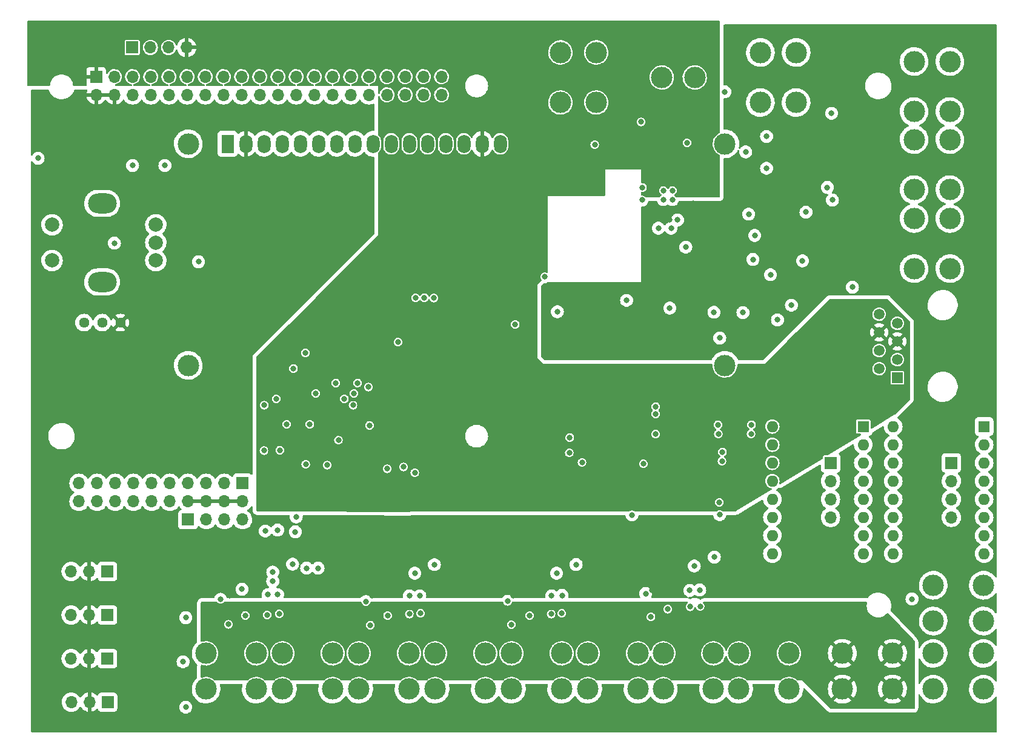
<source format=gbr>
%TF.GenerationSoftware,KiCad,Pcbnew,(6.0.7)*%
%TF.CreationDate,2022-11-14T00:19:26-05:00*%
%TF.ProjectId,MASA_Rover_1.0,4d415341-5f52-46f7-9665-725f312e302e,rev?*%
%TF.SameCoordinates,Original*%
%TF.FileFunction,Copper,L3,Inr*%
%TF.FilePolarity,Positive*%
%FSLAX46Y46*%
G04 Gerber Fmt 4.6, Leading zero omitted, Abs format (unit mm)*
G04 Created by KiCad (PCBNEW (6.0.7)) date 2022-11-14 00:19:26*
%MOMM*%
%LPD*%
G01*
G04 APERTURE LIST*
%TA.AperFunction,ComponentPad*%
%ADD10R,1.700000X1.700000*%
%TD*%
%TA.AperFunction,ComponentPad*%
%ADD11O,1.700000X1.700000*%
%TD*%
%TA.AperFunction,ComponentPad*%
%ADD12C,2.000000*%
%TD*%
%TA.AperFunction,ComponentPad*%
%ADD13O,4.000000X2.800000*%
%TD*%
%TA.AperFunction,ComponentPad*%
%ADD14C,3.000000*%
%TD*%
%TA.AperFunction,ComponentPad*%
%ADD15R,1.500000X1.500000*%
%TD*%
%TA.AperFunction,ComponentPad*%
%ADD16C,1.500000*%
%TD*%
%TA.AperFunction,ComponentPad*%
%ADD17C,1.440000*%
%TD*%
%TA.AperFunction,ComponentPad*%
%ADD18R,1.800000X2.600000*%
%TD*%
%TA.AperFunction,ComponentPad*%
%ADD19O,1.800000X2.600000*%
%TD*%
%TA.AperFunction,ComponentPad*%
%ADD20R,1.600000X1.600000*%
%TD*%
%TA.AperFunction,ComponentPad*%
%ADD21O,1.600000X1.600000*%
%TD*%
%TA.AperFunction,ViaPad*%
%ADD22C,0.800000*%
%TD*%
G04 APERTURE END LIST*
D10*
%TO.N,Net-(J13-Pad1)*%
%TO.C,J13*%
X46213000Y-133096000D03*
D11*
%TO.N,+5V*%
X43673000Y-133096000D03*
%TO.N,GND*%
X41133000Y-133096000D03*
%TD*%
D12*
%TO.N,/EC11_SW*%
%TO.C,S2*%
X38462000Y-83526000D03*
%TO.N,Net-(R12-Pad2)*%
X38462000Y-78526000D03*
D13*
%TO.N,GND*%
X45462000Y-86526000D03*
X45462000Y-75526000D03*
D12*
%TO.N,/EC11_A*%
X52962000Y-83526000D03*
%TO.N,/EC11_B*%
X52962000Y-78526000D03*
%TO.N,GND*%
X52962000Y-81026000D03*
%TD*%
D14*
%TO.N,Net-(C28-Pad2)*%
%TO.C,J9*%
X163917000Y-84658000D03*
X163917000Y-77648000D03*
X158917000Y-84658000D03*
X158917000Y-77648000D03*
%TD*%
D10*
%TO.N,Net-(J15-Pad1)*%
%TO.C,J15*%
X46228000Y-145288000D03*
D11*
%TO.N,+5V*%
X43688000Y-145288000D03*
%TO.N,GND*%
X41148000Y-145288000D03*
%TD*%
D14*
%TO.N,/I2C Expenders/Peak Power Monitoring/PPM_Entry*%
%TO.C,J8*%
X158917000Y-55677000D03*
X158917000Y-62687000D03*
X163917000Y-62687000D03*
X163917000Y-55677000D03*
%TD*%
%TO.N,GND*%
%TO.C,J5*%
X109500000Y-54407000D03*
X114500000Y-61417000D03*
X114500000Y-54407000D03*
X109500000Y-61417000D03*
%TD*%
%TO.N,/I2C Expenders/DC Motor/MOT1+*%
%TO.C,J16*%
X59995000Y-143470000D03*
X67005000Y-143470000D03*
X67005000Y-138470000D03*
X59995000Y-138470000D03*
%TD*%
D10*
%TO.N,Net-(J12-Pad1)*%
%TO.C,J12*%
X46213000Y-127000000D03*
D11*
%TO.N,+5V*%
X43673000Y-127000000D03*
%TO.N,GND*%
X41133000Y-127000000D03*
%TD*%
D14*
%TO.N,/I2C Expenders/DC Motor/MOT4-*%
%TO.C,J22*%
X141427000Y-138470000D03*
X134417000Y-143470000D03*
X141427000Y-143470000D03*
X134417000Y-138470000D03*
%TD*%
%TO.N,GND*%
%TO.C,J29*%
X168605000Y-138470000D03*
X161595000Y-143470000D03*
X168605000Y-143470000D03*
X161595000Y-138470000D03*
%TD*%
D10*
%TO.N,/UART_RXD*%
%TO.C,J1*%
X49667000Y-53721000D03*
D11*
%TO.N,/UART_TXD*%
X52207000Y-53721000D03*
%TO.N,GND*%
X54747000Y-53721000D03*
%TO.N,+3V3*%
X57287000Y-53721000D03*
%TD*%
D15*
%TO.N,/SCL*%
%TO.C,J3*%
X156571000Y-99913500D03*
D16*
%TO.N,GND*%
X154031000Y-98643500D03*
X156571000Y-97373500D03*
X154031000Y-96103500D03*
%TO.N,+3V3*%
X156571000Y-94833500D03*
X154031000Y-93563500D03*
%TO.N,GND*%
X156571000Y-92293500D03*
%TO.N,/SDA*%
X154031000Y-91023500D03*
%TD*%
D14*
%TO.N,GND*%
%TO.C,J10*%
X163917000Y-73609000D03*
X158917000Y-73609000D03*
X163917000Y-66599000D03*
X158917000Y-66599000D03*
%TD*%
D10*
%TO.N,/I2C Expenders/Stepper Motor/A2_1*%
%TO.C,J26*%
X147246500Y-111833500D03*
D11*
%TO.N,/I2C Expenders/Stepper Motor/A1_1*%
X147246500Y-114373500D03*
%TO.N,/I2C Expenders/Stepper Motor/B1_1*%
X147246500Y-116913500D03*
%TO.N,/I2C Expenders/Stepper Motor/B2_1*%
X147246500Y-119453500D03*
%TD*%
D10*
%TO.N,/I2C Expenders/Stepper Motor/A2_2*%
%TO.C,J27*%
X164137500Y-111823500D03*
D11*
%TO.N,/I2C Expenders/Stepper Motor/A1_2*%
X164137500Y-114363500D03*
%TO.N,/I2C Expenders/Stepper Motor/B1_2*%
X164137500Y-116903500D03*
%TO.N,/I2C Expenders/Stepper Motor/B2_2*%
X164137500Y-119443500D03*
%TD*%
D14*
%TO.N,/I2C Expenders/DC Motor/MOT3-*%
%TO.C,J23*%
X120345000Y-143470000D03*
X120345000Y-138470000D03*
X113335000Y-143470000D03*
X113335000Y-138470000D03*
%TD*%
%TO.N,/I2C Expenders/DC Motor/MOT2+*%
%TO.C,J17*%
X88341000Y-138470000D03*
X88341000Y-143470000D03*
X81331000Y-143470000D03*
X81331000Y-138470000D03*
%TD*%
%TO.N,/Power Supply/VCCext*%
%TO.C,J4*%
X142440000Y-61417000D03*
X137440000Y-61417000D03*
X142440000Y-54407000D03*
X137440000Y-54407000D03*
%TD*%
%TO.N,/I2C Expenders/DC Motor/MOT2-*%
%TO.C,J19*%
X91999000Y-138470000D03*
X91999000Y-143470000D03*
X99009000Y-138470000D03*
X99009000Y-143470000D03*
%TD*%
%TO.N,/I2C Expenders/DC Motor/MOT4+*%
%TO.C,J20*%
X130886000Y-138470000D03*
X130886000Y-143470000D03*
X123876000Y-138470000D03*
X123876000Y-143470000D03*
%TD*%
D17*
%TO.N,+5V*%
%TO.C,RV1*%
X48006000Y-92202000D03*
%TO.N,Net-(RV1-Pad2)*%
X45466000Y-92202000D03*
%TO.N,GND*%
X42926000Y-92202000D03*
%TD*%
D14*
%TO.N,/I2C Expenders/DC Motor/MOT1-*%
%TO.C,J18*%
X70663000Y-138470000D03*
X70663000Y-143470000D03*
X77673000Y-143470000D03*
X77673000Y-138470000D03*
%TD*%
%TO.N,*%
%TO.C,U3*%
X132492000Y-67192500D03*
X57492900Y-98193200D03*
X132491480Y-98193200D03*
X57492900Y-67192500D03*
D18*
%TO.N,GND*%
X62992000Y-67192500D03*
D19*
%TO.N,+5V*%
X65532000Y-67192500D03*
%TO.N,Net-(RV1-Pad2)*%
X68072000Y-67192500D03*
%TO.N,/LCD_RW*%
X70612000Y-67192500D03*
%TO.N,/LCD_E*%
X73152000Y-67192500D03*
%TO.N,/LCD_RS*%
X75692000Y-67192500D03*
%TO.N,/LCD0*%
X78232000Y-67192500D03*
%TO.N,/LCD1*%
X80772000Y-67192500D03*
%TO.N,/LCD2*%
X83312000Y-67192500D03*
%TO.N,/LCD3*%
X85852000Y-67192500D03*
%TO.N,/LCD4*%
X88392000Y-67192500D03*
%TO.N,/LCD5*%
X90932000Y-67192500D03*
%TO.N,/LCD6*%
X93472000Y-67192500D03*
%TO.N,/LCD7*%
X96012000Y-67192500D03*
%TO.N,+3V3*%
X98552000Y-67192500D03*
%TO.N,GND*%
X101092000Y-67192500D03*
%TD*%
D10*
%TO.N,/I2C Expenders/PWM3*%
%TO.C,J7*%
X65082500Y-114676000D03*
D11*
%TO.N,+5V*%
X65082500Y-117216000D03*
%TO.N,/I2C Expenders/PWM2*%
X62542500Y-114676000D03*
%TO.N,+5V*%
X62542500Y-117216000D03*
%TO.N,/I2C Expenders/PWM1*%
X60002500Y-114676000D03*
%TO.N,+5V*%
X60002500Y-117216000D03*
%TO.N,/I2C Expenders/PWM0*%
X57462500Y-114676000D03*
%TO.N,+5V*%
X57462500Y-117216000D03*
%TO.N,/I2C Expenders/IO0_6*%
X54922500Y-114676000D03*
%TO.N,GND*%
X54922500Y-117216000D03*
%TO.N,/I2C Expenders/IO0_7*%
X52382500Y-114676000D03*
%TO.N,GND*%
X52382500Y-117216000D03*
%TO.N,/I2C Expenders/IO1_6*%
X49842500Y-114676000D03*
%TO.N,GND*%
X49842500Y-117216000D03*
%TO.N,/I2C Expenders/IO1_7*%
X47302500Y-114676000D03*
%TO.N,GND*%
X47302500Y-117216000D03*
%TO.N,/I2C Expenders/AIN6*%
X44762500Y-114676000D03*
%TO.N,GND*%
X44762500Y-117216000D03*
%TO.N,/I2C Expenders/AIN7*%
X42222500Y-114676000D03*
%TO.N,GND*%
X42222500Y-117216000D03*
%TD*%
D10*
%TO.N,Net-(J14-Pad1)*%
%TO.C,J14*%
X46213000Y-139192000D03*
D11*
%TO.N,+5V*%
X43673000Y-139192000D03*
%TO.N,GND*%
X41133000Y-139192000D03*
%TD*%
D14*
%TO.N,Net-(R4-Pad1)*%
%TO.C,S1*%
X123670000Y-57912000D03*
%TO.N,VCC*%
X128270000Y-57912000D03*
%TD*%
%TO.N,/I2C Expenders/DC Motor/MOT3+*%
%TO.C,J21*%
X102667000Y-138470000D03*
X102667000Y-143470000D03*
X109677000Y-138470000D03*
X109677000Y-143470000D03*
%TD*%
%TO.N,/I2C Expenders/DC Motor/VCCdc*%
%TO.C,J24*%
X155905000Y-138470000D03*
X148895000Y-138470000D03*
X148895000Y-143470000D03*
X155905000Y-143470000D03*
%TD*%
D10*
%TO.N,GND*%
%TO.C,J6*%
X57467500Y-119761000D03*
D11*
X60007500Y-119761000D03*
X62547500Y-119761000D03*
X65087500Y-119761000D03*
%TD*%
D14*
%TO.N,/I2C Expenders/Stepper Motor/VCCstp*%
%TO.C,J28*%
X161595000Y-133945000D03*
X161595000Y-128945000D03*
X168605000Y-133945000D03*
X168605000Y-128945000D03*
%TD*%
D10*
%TO.N,+3V3*%
%TO.C,J2*%
X44635000Y-57811500D03*
D11*
%TO.N,+5V*%
X44635000Y-60351500D03*
%TO.N,unconnected-(J2-Pad3)*%
X47175000Y-57811500D03*
%TO.N,+5V*%
X47175000Y-60351500D03*
%TO.N,unconnected-(J2-Pad5)*%
X49715000Y-57811500D03*
%TO.N,GND*%
X49715000Y-60351500D03*
%TO.N,unconnected-(J2-Pad7)*%
X52255000Y-57811500D03*
%TO.N,/UART_RXD*%
X52255000Y-60351500D03*
%TO.N,GND*%
X54795000Y-57811500D03*
%TO.N,/UART_TXD*%
X54795000Y-60351500D03*
%TO.N,/LCD0*%
X57335000Y-57811500D03*
%TO.N,unconnected-(J2-Pad12)*%
X57335000Y-60351500D03*
%TO.N,/LCD1*%
X59875000Y-57811500D03*
%TO.N,GND*%
X59875000Y-60351500D03*
%TO.N,/LCD2*%
X62415000Y-57811500D03*
%TO.N,/EC11_B*%
X62415000Y-60351500D03*
%TO.N,unconnected-(J2-Pad17)*%
X64955000Y-57811500D03*
%TO.N,/EC11_A*%
X64955000Y-60351500D03*
%TO.N,unconnected-(J2-Pad19)*%
X67495000Y-57811500D03*
%TO.N,GND*%
X67495000Y-60351500D03*
%TO.N,unconnected-(J2-Pad21)*%
X70035000Y-57811500D03*
%TO.N,/EC11_SW*%
X70035000Y-60351500D03*
%TO.N,unconnected-(J2-Pad23)*%
X72575000Y-57811500D03*
%TO.N,unconnected-(J2-Pad24)*%
X72575000Y-60351500D03*
%TO.N,GND*%
X75115000Y-57811500D03*
%TO.N,unconnected-(J2-Pad26)*%
X75115000Y-60351500D03*
%TO.N,/SDA*%
X77655000Y-57811500D03*
%TO.N,/SCL*%
X77655000Y-60351500D03*
%TO.N,/LCD3*%
X80195000Y-57811500D03*
%TO.N,GND*%
X80195000Y-60351500D03*
%TO.N,/LCD4*%
X82735000Y-57811500D03*
%TO.N,/LCD_RS*%
X82735000Y-60351500D03*
%TO.N,/LCD5*%
X85275000Y-57811500D03*
%TO.N,GND*%
X85275000Y-60351500D03*
%TO.N,/LCD6*%
X87815000Y-57811500D03*
%TO.N,/LCD_E*%
X87815000Y-60351500D03*
%TO.N,/LCD7*%
X90355000Y-57811500D03*
%TO.N,/LCD_RW*%
X90355000Y-60351500D03*
%TO.N,GND*%
X92895000Y-57811500D03*
%TO.N,/BTN*%
X92895000Y-60351500D03*
%TD*%
D20*
%TO.N,GND*%
%TO.C,A1*%
X151818500Y-106743500D03*
D21*
%TO.N,unconnected-(A1-Pad2)*%
X151818500Y-109283500D03*
%TO.N,/I2C Expenders/Stepper Motor/A2_1*%
X151818500Y-111823500D03*
%TO.N,/I2C Expenders/Stepper Motor/A1_1*%
X151818500Y-114363500D03*
%TO.N,/I2C Expenders/Stepper Motor/B1_1*%
X151818500Y-116903500D03*
%TO.N,/I2C Expenders/Stepper Motor/B2_1*%
X151818500Y-119443500D03*
%TO.N,GND*%
X151818500Y-121983500D03*
%TO.N,/I2C Expenders/Stepper Motor/VCCstp*%
X151818500Y-124523500D03*
%TO.N,GND*%
X139118500Y-124523500D03*
%TO.N,/I2C Expenders/IO1_0*%
X139118500Y-121983500D03*
%TO.N,/I2C Expenders/IO1_1*%
X139118500Y-119443500D03*
%TO.N,/I2C Expenders/IO1_2*%
X139118500Y-116903500D03*
%TO.N,GND*%
X139118500Y-114363500D03*
X139118500Y-111823500D03*
%TO.N,/I2C Expenders/IO1_3*%
X139118500Y-109283500D03*
%TO.N,/I2C Expenders/IO1_4*%
X139118500Y-106743500D03*
%TD*%
D20*
%TO.N,GND*%
%TO.C,A2*%
X168709500Y-106743500D03*
D21*
%TO.N,unconnected-(A2-Pad2)*%
X168709500Y-109283500D03*
%TO.N,/I2C Expenders/Stepper Motor/A2_2*%
X168709500Y-111823500D03*
%TO.N,/I2C Expenders/Stepper Motor/A1_2*%
X168709500Y-114363500D03*
%TO.N,/I2C Expenders/Stepper Motor/B1_2*%
X168709500Y-116903500D03*
%TO.N,/I2C Expenders/Stepper Motor/B2_2*%
X168709500Y-119443500D03*
%TO.N,GND*%
X168709500Y-121983500D03*
%TO.N,/I2C Expenders/Stepper Motor/VCCstp*%
X168709500Y-124523500D03*
%TO.N,GND*%
X156009500Y-124523500D03*
%TO.N,/I2C Expenders/IO0_4*%
X156009500Y-121983500D03*
%TO.N,/I2C Expenders/IO0_3*%
X156009500Y-119443500D03*
%TO.N,/I2C Expenders/IO0_2*%
X156009500Y-116903500D03*
%TO.N,GND*%
X156009500Y-114363500D03*
X156009500Y-111823500D03*
%TO.N,/I2C Expenders/IO0_1*%
X156009500Y-109283500D03*
%TO.N,/I2C Expenders/IO0_0*%
X156009500Y-106743500D03*
%TD*%
D22*
%TO.N,GND*%
X130953000Y-90757500D03*
X146800000Y-73300000D03*
X36512500Y-69215000D03*
X86804500Y-94932500D03*
X102637500Y-134451000D03*
X127571500Y-129667000D03*
X68643500Y-130238500D03*
X82931000Y-134514500D03*
X129032000Y-131889500D03*
X89852500Y-130429000D03*
X135811500Y-77040500D03*
X125158500Y-74993500D03*
X69300000Y-127100000D03*
X109071500Y-90678000D03*
X63101400Y-134409000D03*
X119500000Y-119100000D03*
X125158500Y-73723500D03*
X109696250Y-132873750D03*
X127190500Y-67056000D03*
X122800000Y-107800000D03*
X72580500Y-119380000D03*
X109728000Y-130365500D03*
X82825500Y-106574500D03*
X89154000Y-127254000D03*
X108966000Y-127254000D03*
X123888500Y-74993500D03*
X76909500Y-112141000D03*
X127635000Y-131953000D03*
X73914000Y-112014000D03*
X141779500Y-89773000D03*
X127021500Y-81639500D03*
X88392000Y-130429000D03*
X108204000Y-132969000D03*
X114300000Y-67310000D03*
X138848500Y-85508500D03*
X69977000Y-130238500D03*
X132461000Y-59922500D03*
X70199250Y-132937250D03*
X147383500Y-62928500D03*
X108267500Y-130429000D03*
X122152500Y-133371500D03*
X89947750Y-132873750D03*
X88392000Y-132969000D03*
X68516500Y-133096000D03*
X89259500Y-88731000D03*
X85280500Y-112649000D03*
X128968500Y-129603500D03*
X123888500Y-73723500D03*
X128206500Y-126238000D03*
X73866500Y-96440500D03*
X78486000Y-108648500D03*
X143319500Y-83566000D03*
X118745000Y-89090500D03*
%TO.N,/I2C Expenders/Stepper Motor/VCCstp*%
X72199500Y-98615500D03*
X82677000Y-101219000D03*
%TO.N,/I2C Expenders/IO0_3*%
X131699000Y-117348000D03*
%TO.N,/I2C Expenders/IO0_4*%
X131762500Y-119062500D03*
%TO.N,+3V3*%
X147621000Y-91821000D03*
X143810500Y-76754500D03*
X135780500Y-105219500D03*
X139827000Y-91821000D03*
X109857500Y-72387500D03*
X127825500Y-71691500D03*
X79692500Y-105410000D03*
X116900000Y-112100000D03*
X93750000Y-73750000D03*
X42566500Y-54758500D03*
X131000000Y-71000000D03*
X80327500Y-109029500D03*
%TO.N,+5V*%
X69346000Y-124654000D03*
X113667500Y-92199500D03*
X102939779Y-130392500D03*
X112395000Y-96964500D03*
X83756500Y-124968000D03*
X122301000Y-129613500D03*
X83146500Y-130392500D03*
X128016000Y-75565000D03*
X103568500Y-124968000D03*
X124714000Y-77851000D03*
X63306916Y-130392500D03*
X112776000Y-93091000D03*
X77400000Y-125000000D03*
X122950000Y-123938000D03*
%TO.N,VCC*%
X123190000Y-78994000D03*
X138303000Y-66167000D03*
X124968000Y-78994000D03*
%TO.N,/Power Supply/SW1*%
X120904000Y-75057000D03*
%TO.N,/Power Supply/SW2*%
X120967500Y-73295000D03*
%TO.N,/EC11_SW*%
X58928000Y-83693000D03*
%TO.N,Net-(C30-Pad2)*%
X135001000Y-90805000D03*
X136410000Y-83375500D03*
%TO.N,/I2C Expenders/DC Motor/VCCdc*%
X119250000Y-131750000D03*
X80666500Y-132439500D03*
X80645000Y-102108000D03*
X61023500Y-132334000D03*
X75311000Y-102108000D03*
X100330000Y-132397500D03*
X74358500Y-132842000D03*
%TO.N,/Power Supply/VCCext*%
X135400000Y-68326000D03*
%TO.N,/Power Supply/PGOOD_5V0*%
X107315000Y-85788500D03*
%TO.N,/Power Supply/PGOOD_3V3*%
X120777000Y-64135000D03*
%TO.N,/BTN*%
X49720500Y-70231000D03*
X54229000Y-70231000D03*
%TO.N,/SDA*%
X131508500Y-106489500D03*
X110807500Y-108267500D03*
X90487500Y-88709500D03*
X136207500Y-106489500D03*
%TO.N,/SCL*%
X136144000Y-107759500D03*
X81153000Y-100647500D03*
X131572000Y-107759500D03*
X91821000Y-88773000D03*
X110744000Y-110426500D03*
X78105000Y-100647500D03*
%TO.N,/I2C Expenders/IO0_6*%
X87566500Y-112395000D03*
X70294500Y-110045500D03*
%TO.N,/I2C Expenders/IO0_7*%
X89154000Y-113220500D03*
X68072000Y-110109000D03*
%TO.N,/I2C Expenders/IO1_6*%
X132080000Y-111569500D03*
X79311500Y-102870000D03*
X122809000Y-103949500D03*
X69786500Y-102870000D03*
%TO.N,/I2C Expenders/IO1_7*%
X68135500Y-103759000D03*
X80518000Y-103759000D03*
X132143500Y-110299500D03*
X122809000Y-104965500D03*
%TO.N,Net-(JP1-Pad2)*%
X71247000Y-106426000D03*
%TO.N,Net-(JP2-Pad2)*%
X74485500Y-106426000D03*
%TO.N,Net-(JP3-Pad2)*%
X121094500Y-111950500D03*
%TO.N,Net-(JP4-Pad2)*%
X112522000Y-111760000D03*
%TO.N,Net-(JP5-Pad2)*%
X72072500Y-125984000D03*
%TO.N,Net-(JP6-Pad2)*%
X91895000Y-126058000D03*
%TO.N,Net-(JP7-Pad2)*%
X65468500Y-133159500D03*
%TO.N,Net-(JP8-Pad2)*%
X85351500Y-133167000D03*
%TO.N,Net-(JP9-Pad2)*%
X131011000Y-125011000D03*
%TO.N,Net-(JP10-Pad2)*%
X111696500Y-126047500D03*
%TO.N,Net-(JP11-Pad2)*%
X124513180Y-132287999D03*
%TO.N,Net-(JP12-Pad2)*%
X105209179Y-133167000D03*
%TO.N,/I2C Expenders/IO0_5*%
X147510500Y-75057000D03*
X158623000Y-130873500D03*
%TO.N,/I2C Expenders/PWM8*%
X75628500Y-126555500D03*
X65000000Y-129500000D03*
%TO.N,/I2C Expenders/PWM9*%
X69300000Y-128400000D03*
X74041000Y-126555500D03*
%TO.N,Net-(R4-Pad1)*%
X125857000Y-77851000D03*
%TO.N,3V3*%
X47180500Y-81089500D03*
%TO.N,/I2C Expenders/AIN0*%
X150304500Y-87249000D03*
%TO.N,/I2C Expenders/AIN1*%
X124777500Y-90170000D03*
X103187500Y-92456000D03*
%TO.N,Net-(R46-Pad2)*%
X62000000Y-130900000D03*
%TO.N,Net-(R47-Pad2)*%
X82322000Y-131217000D03*
%TO.N,Net-(R48-Pad2)*%
X121412000Y-130109500D03*
%TO.N,Net-(R49-Pad2)*%
X102115279Y-131195362D03*
%TO.N,/I2C Expenders/AIN2*%
X131762500Y-94361000D03*
X136652000Y-80010000D03*
%TO.N,/I2C Expenders/PWM5*%
X68262500Y-121348500D03*
X57150000Y-133477000D03*
%TO.N,/I2C Expenders/PWM6*%
X69977000Y-121221500D03*
X56769000Y-139636500D03*
%TO.N,/I2C Expenders/PWM7*%
X57150000Y-145986500D03*
X72453500Y-121475500D03*
%TO.N,Net-(Q1-Pad1)*%
X138303000Y-70612000D03*
%TD*%
%TA.AperFunction,Conductor*%
%TO.N,/I2C Expenders/DC Motor/VCCdc*%
G36*
X61517635Y-131270002D02*
G01*
X61549474Y-131299294D01*
X61571718Y-131328282D01*
X61578268Y-131333308D01*
X61578269Y-131333309D01*
X61623422Y-131367956D01*
X61697159Y-131424536D01*
X61843238Y-131485044D01*
X62000000Y-131505682D01*
X62008188Y-131504604D01*
X62148574Y-131486122D01*
X62156762Y-131485044D01*
X62302841Y-131424536D01*
X62376578Y-131367956D01*
X62421731Y-131333309D01*
X62421732Y-131333308D01*
X62428282Y-131328282D01*
X62450525Y-131299294D01*
X62507862Y-131257428D01*
X62550486Y-131250000D01*
X81610164Y-131250000D01*
X81678285Y-131270002D01*
X81724778Y-131323658D01*
X81735085Y-131359552D01*
X81736956Y-131373762D01*
X81797464Y-131519841D01*
X81893718Y-131645282D01*
X82019159Y-131741536D01*
X82165238Y-131802044D01*
X82322000Y-131822682D01*
X82330188Y-131821604D01*
X82470574Y-131803122D01*
X82478762Y-131802044D01*
X82624841Y-131741536D01*
X82750282Y-131645282D01*
X82846536Y-131519841D01*
X82907044Y-131373762D01*
X82908914Y-131359555D01*
X82937634Y-131294630D01*
X82996897Y-131255536D01*
X83033836Y-131250000D01*
X101407304Y-131250000D01*
X101475425Y-131270002D01*
X101521918Y-131323658D01*
X101529011Y-131343391D01*
X101529157Y-131343936D01*
X101530235Y-131352124D01*
X101590743Y-131498203D01*
X101686997Y-131623644D01*
X101812438Y-131719898D01*
X101958517Y-131780406D01*
X102115279Y-131801044D01*
X102123467Y-131799966D01*
X102263853Y-131781484D01*
X102272041Y-131780406D01*
X102418120Y-131719898D01*
X102543561Y-131623644D01*
X102639815Y-131498203D01*
X102700323Y-131352124D01*
X102701401Y-131343936D01*
X102701547Y-131343391D01*
X102738497Y-131282767D01*
X102802357Y-131251745D01*
X102823254Y-131250000D01*
X127193553Y-131250000D01*
X127261674Y-131270002D01*
X127308167Y-131323658D01*
X127318271Y-131393932D01*
X127288777Y-131458512D01*
X127270257Y-131475963D01*
X127206718Y-131524718D01*
X127110464Y-131650159D01*
X127049956Y-131796238D01*
X127048878Y-131804426D01*
X127046475Y-131822682D01*
X127029318Y-131953000D01*
X127049956Y-132109762D01*
X127110464Y-132255841D01*
X127206718Y-132381282D01*
X127332159Y-132477536D01*
X127478238Y-132538044D01*
X127635000Y-132558682D01*
X127643188Y-132557604D01*
X127663758Y-132554896D01*
X127791762Y-132538044D01*
X127937841Y-132477536D01*
X128063282Y-132381282D01*
X128159536Y-132255841D01*
X128220044Y-132109762D01*
X128221122Y-132101572D01*
X128222757Y-132095471D01*
X128259707Y-132034848D01*
X128323567Y-132003825D01*
X128394061Y-132012252D01*
X128448809Y-132057454D01*
X128460873Y-132079861D01*
X128507464Y-132192341D01*
X128603718Y-132317782D01*
X128729159Y-132414036D01*
X128875238Y-132474544D01*
X128883426Y-132475622D01*
X128921967Y-132480696D01*
X129032000Y-132495182D01*
X129040188Y-132494104D01*
X129060758Y-132491396D01*
X129142033Y-132480696D01*
X129180574Y-132475622D01*
X129188762Y-132474544D01*
X129334841Y-132414036D01*
X129460282Y-132317782D01*
X129556536Y-132192341D01*
X129617044Y-132046262D01*
X129637682Y-131889500D01*
X129623930Y-131785046D01*
X129618122Y-131740926D01*
X129617044Y-131732738D01*
X129611726Y-131719898D01*
X129582899Y-131650305D01*
X129556536Y-131586659D01*
X129460282Y-131461218D01*
X129460449Y-131461090D01*
X129428610Y-131402783D01*
X129433675Y-131331968D01*
X129476222Y-131275132D01*
X129542742Y-131250321D01*
X129551731Y-131250000D01*
X152232476Y-131250000D01*
X152300597Y-131270002D01*
X152347090Y-131323658D01*
X152357194Y-131393932D01*
X152354995Y-131405414D01*
X152327524Y-131519841D01*
X152314317Y-131574852D01*
X152294551Y-131826000D01*
X152314317Y-132077148D01*
X152315471Y-132081955D01*
X152315472Y-132081961D01*
X152329268Y-132139425D01*
X152373127Y-132322111D01*
X152375020Y-132326682D01*
X152375021Y-132326684D01*
X152463677Y-132540718D01*
X152469534Y-132554859D01*
X152601164Y-132769659D01*
X152604376Y-132773419D01*
X152604379Y-132773424D01*
X152697059Y-132881938D01*
X152764776Y-132961224D01*
X152768538Y-132964437D01*
X152952576Y-133121621D01*
X152952581Y-133121624D01*
X152956341Y-133124836D01*
X153171141Y-133256466D01*
X153175711Y-133258359D01*
X153175715Y-133258361D01*
X153399316Y-133350979D01*
X153403889Y-133352873D01*
X153429352Y-133358986D01*
X153644039Y-133410528D01*
X153644045Y-133410529D01*
X153648852Y-133411683D01*
X153737149Y-133418632D01*
X153834661Y-133426307D01*
X153834670Y-133426307D01*
X153837118Y-133426500D01*
X153962882Y-133426500D01*
X153965330Y-133426307D01*
X153965339Y-133426307D01*
X154062851Y-133418632D01*
X154151148Y-133411683D01*
X154155955Y-133410529D01*
X154155961Y-133410528D01*
X154370648Y-133358986D01*
X154396111Y-133352873D01*
X154400684Y-133350979D01*
X154624285Y-133258361D01*
X154624289Y-133258359D01*
X154628859Y-133256466D01*
X154843659Y-133124836D01*
X154847419Y-133121624D01*
X154847424Y-133121621D01*
X155031462Y-132964437D01*
X155035224Y-132961224D01*
X155109047Y-132874788D01*
X155168496Y-132835980D01*
X155239491Y-132835472D01*
X155296000Y-132869619D01*
X158763719Y-136502467D01*
X158965143Y-136713483D01*
X158997710Y-136776570D01*
X159000000Y-136800483D01*
X159000000Y-146124000D01*
X158979998Y-146192121D01*
X158926342Y-146238614D01*
X158874000Y-146250000D01*
X147302190Y-146250000D01*
X147234069Y-146229998D01*
X147213095Y-146213095D01*
X146059654Y-145059654D01*
X147670618Y-145059654D01*
X147677673Y-145069627D01*
X147708679Y-145095551D01*
X147715598Y-145100579D01*
X147940272Y-145241515D01*
X147947807Y-145245556D01*
X148189520Y-145354694D01*
X148197551Y-145357680D01*
X148451832Y-145433002D01*
X148460184Y-145434869D01*
X148722340Y-145474984D01*
X148730874Y-145475700D01*
X148996045Y-145479867D01*
X149004596Y-145479418D01*
X149267883Y-145447557D01*
X149276284Y-145445955D01*
X149532824Y-145378653D01*
X149540926Y-145375926D01*
X149785949Y-145274434D01*
X149793617Y-145270628D01*
X150022598Y-145136822D01*
X150029679Y-145132009D01*
X150109655Y-145069301D01*
X150116545Y-145059654D01*
X154680618Y-145059654D01*
X154687673Y-145069627D01*
X154718679Y-145095551D01*
X154725598Y-145100579D01*
X154950272Y-145241515D01*
X154957807Y-145245556D01*
X155199520Y-145354694D01*
X155207551Y-145357680D01*
X155461832Y-145433002D01*
X155470184Y-145434869D01*
X155732340Y-145474984D01*
X155740874Y-145475700D01*
X156006045Y-145479867D01*
X156014596Y-145479418D01*
X156277883Y-145447557D01*
X156286284Y-145445955D01*
X156542824Y-145378653D01*
X156550926Y-145375926D01*
X156795949Y-145274434D01*
X156803617Y-145270628D01*
X157032598Y-145136822D01*
X157039679Y-145132009D01*
X157119655Y-145069301D01*
X157128125Y-145057442D01*
X157121608Y-145045818D01*
X155917812Y-143842022D01*
X155903868Y-143834408D01*
X155902035Y-143834539D01*
X155895420Y-143838790D01*
X154687910Y-145046300D01*
X154680618Y-145059654D01*
X150116545Y-145059654D01*
X150118125Y-145057442D01*
X150111608Y-145045818D01*
X148907812Y-143842022D01*
X148893868Y-143834408D01*
X148892035Y-143834539D01*
X148885420Y-143838790D01*
X147677910Y-145046300D01*
X147670618Y-145059654D01*
X146059654Y-145059654D01*
X144453204Y-143453204D01*
X146882665Y-143453204D01*
X146897932Y-143717969D01*
X146899005Y-143726470D01*
X146950065Y-143986722D01*
X146952276Y-143994974D01*
X147038184Y-144245894D01*
X147041499Y-144253779D01*
X147160664Y-144490713D01*
X147165020Y-144498079D01*
X147294347Y-144686250D01*
X147304601Y-144694594D01*
X147318342Y-144687448D01*
X148522978Y-143482812D01*
X148529356Y-143471132D01*
X149259408Y-143471132D01*
X149259539Y-143472965D01*
X149263790Y-143479580D01*
X150470730Y-144686520D01*
X150482939Y-144693187D01*
X150494439Y-144684497D01*
X150591831Y-144551913D01*
X150596418Y-144544685D01*
X150722962Y-144311621D01*
X150726530Y-144303827D01*
X150820271Y-144055750D01*
X150822748Y-144047544D01*
X150881954Y-143789038D01*
X150883294Y-143780577D01*
X150907031Y-143514616D01*
X150907277Y-143509677D01*
X150907666Y-143472485D01*
X150907523Y-143467519D01*
X150906547Y-143453204D01*
X153892665Y-143453204D01*
X153907932Y-143717969D01*
X153909005Y-143726470D01*
X153960065Y-143986722D01*
X153962276Y-143994974D01*
X154048184Y-144245894D01*
X154051499Y-144253779D01*
X154170664Y-144490713D01*
X154175020Y-144498079D01*
X154304347Y-144686250D01*
X154314601Y-144694594D01*
X154328342Y-144687448D01*
X155532978Y-143482812D01*
X155539356Y-143471132D01*
X156269408Y-143471132D01*
X156269539Y-143472965D01*
X156273790Y-143479580D01*
X157480730Y-144686520D01*
X157492939Y-144693187D01*
X157504439Y-144684497D01*
X157601831Y-144551913D01*
X157606418Y-144544685D01*
X157732962Y-144311621D01*
X157736530Y-144303827D01*
X157830271Y-144055750D01*
X157832748Y-144047544D01*
X157891954Y-143789038D01*
X157893294Y-143780577D01*
X157917031Y-143514616D01*
X157917277Y-143509677D01*
X157917666Y-143472485D01*
X157917523Y-143467519D01*
X157899362Y-143201123D01*
X157898201Y-143192649D01*
X157844419Y-142932944D01*
X157842120Y-142924709D01*
X157753588Y-142674705D01*
X157750191Y-142666854D01*
X157628550Y-142431178D01*
X157624122Y-142423866D01*
X157505031Y-142254417D01*
X157494509Y-142246037D01*
X157481121Y-142253089D01*
X156277022Y-143457188D01*
X156269408Y-143471132D01*
X155539356Y-143471132D01*
X155540592Y-143468868D01*
X155540461Y-143467035D01*
X155536210Y-143460420D01*
X154328814Y-142253024D01*
X154316804Y-142246466D01*
X154305064Y-142255434D01*
X154196935Y-142405911D01*
X154192418Y-142413196D01*
X154068325Y-142647567D01*
X154064839Y-142655395D01*
X153973700Y-142904446D01*
X153971311Y-142912670D01*
X153914812Y-143171795D01*
X153913563Y-143180250D01*
X153892754Y-143444653D01*
X153892665Y-143453204D01*
X150906547Y-143453204D01*
X150889362Y-143201123D01*
X150888201Y-143192649D01*
X150834419Y-142932944D01*
X150832120Y-142924709D01*
X150743588Y-142674705D01*
X150740191Y-142666854D01*
X150618550Y-142431178D01*
X150614122Y-142423866D01*
X150495031Y-142254417D01*
X150484509Y-142246037D01*
X150471121Y-142253089D01*
X149267022Y-143457188D01*
X149259408Y-143471132D01*
X148529356Y-143471132D01*
X148530592Y-143468868D01*
X148530461Y-143467035D01*
X148526210Y-143460420D01*
X147318814Y-142253024D01*
X147306804Y-142246466D01*
X147295064Y-142255434D01*
X147186935Y-142405911D01*
X147182418Y-142413196D01*
X147058325Y-142647567D01*
X147054839Y-142655395D01*
X146963700Y-142904446D01*
X146961311Y-142912670D01*
X146904812Y-143171795D01*
X146903563Y-143180250D01*
X146882754Y-143444653D01*
X146882665Y-143453204D01*
X144453204Y-143453204D01*
X143250000Y-142250000D01*
X142661986Y-142250000D01*
X142593865Y-142229998D01*
X142575653Y-142215775D01*
X142503568Y-142147964D01*
X142500160Y-142144758D01*
X142292489Y-142000691D01*
X142288296Y-141998623D01*
X142069993Y-141890968D01*
X142069990Y-141890967D01*
X142065805Y-141888903D01*
X142045802Y-141882500D01*
X147671584Y-141882500D01*
X147677980Y-141893770D01*
X148882188Y-143097978D01*
X148896132Y-143105592D01*
X148897965Y-143105461D01*
X148904580Y-143101210D01*
X150111604Y-141894186D01*
X150117985Y-141882500D01*
X154681584Y-141882500D01*
X154687980Y-141893770D01*
X155892188Y-143097978D01*
X155906132Y-143105592D01*
X155907965Y-143105461D01*
X155914580Y-143101210D01*
X157121604Y-141894186D01*
X157128795Y-141881017D01*
X157121473Y-141870780D01*
X157074233Y-141832115D01*
X157067261Y-141827160D01*
X156841122Y-141688582D01*
X156833552Y-141684624D01*
X156590704Y-141578022D01*
X156582644Y-141575120D01*
X156327592Y-141502467D01*
X156319214Y-141500685D01*
X156056656Y-141463318D01*
X156048111Y-141462691D01*
X155782908Y-141461302D01*
X155774374Y-141461839D01*
X155511433Y-141496456D01*
X155503035Y-141498149D01*
X155247238Y-141568127D01*
X155239143Y-141570946D01*
X154995199Y-141674997D01*
X154987577Y-141678881D01*
X154760013Y-141815075D01*
X154752981Y-141819962D01*
X154690053Y-141870377D01*
X154681584Y-141882500D01*
X150117985Y-141882500D01*
X150118795Y-141881017D01*
X150111473Y-141870780D01*
X150064233Y-141832115D01*
X150057261Y-141827160D01*
X149831122Y-141688582D01*
X149823552Y-141684624D01*
X149580704Y-141578022D01*
X149572644Y-141575120D01*
X149317592Y-141502467D01*
X149309214Y-141500685D01*
X149046656Y-141463318D01*
X149038111Y-141462691D01*
X148772908Y-141461302D01*
X148764374Y-141461839D01*
X148501433Y-141496456D01*
X148493035Y-141498149D01*
X148237238Y-141568127D01*
X148229143Y-141570946D01*
X147985199Y-141674997D01*
X147977577Y-141678881D01*
X147750013Y-141815075D01*
X147742981Y-141819962D01*
X147680053Y-141870377D01*
X147671584Y-141882500D01*
X142045802Y-141882500D01*
X142021379Y-141874682D01*
X141888398Y-141832115D01*
X141825087Y-141811849D01*
X141820480Y-141811099D01*
X141820477Y-141811098D01*
X141580235Y-141771972D01*
X141580236Y-141771972D01*
X141575624Y-141771221D01*
X141453026Y-141769616D01*
X141327573Y-141767974D01*
X141327570Y-141767974D01*
X141322896Y-141767913D01*
X141072455Y-141801996D01*
X141067965Y-141803305D01*
X141067959Y-141803306D01*
X140969122Y-141832115D01*
X140829803Y-141872723D01*
X140825556Y-141874681D01*
X140825553Y-141874682D01*
X140790226Y-141890968D01*
X140600270Y-141978539D01*
X140596361Y-141981102D01*
X140392812Y-142114554D01*
X140392807Y-142114558D01*
X140388899Y-142117120D01*
X140357933Y-142144758D01*
X140275869Y-142218003D01*
X140211728Y-142248441D01*
X140191968Y-142250000D01*
X135651986Y-142250000D01*
X135583865Y-142229998D01*
X135565653Y-142215775D01*
X135493568Y-142147964D01*
X135490160Y-142144758D01*
X135282489Y-142000691D01*
X135278296Y-141998623D01*
X135059993Y-141890968D01*
X135059990Y-141890967D01*
X135055805Y-141888903D01*
X135011379Y-141874682D01*
X134878398Y-141832115D01*
X134815087Y-141811849D01*
X134810480Y-141811099D01*
X134810477Y-141811098D01*
X134570235Y-141771972D01*
X134570236Y-141771972D01*
X134565624Y-141771221D01*
X134443026Y-141769616D01*
X134317573Y-141767974D01*
X134317570Y-141767974D01*
X134312896Y-141767913D01*
X134062455Y-141801996D01*
X134057965Y-141803305D01*
X134057959Y-141803306D01*
X133959122Y-141832115D01*
X133819803Y-141872723D01*
X133815556Y-141874681D01*
X133815553Y-141874682D01*
X133780226Y-141890968D01*
X133590270Y-141978539D01*
X133586361Y-141981102D01*
X133382812Y-142114554D01*
X133382807Y-142114558D01*
X133378899Y-142117120D01*
X133347933Y-142144758D01*
X133265869Y-142218003D01*
X133201728Y-142248441D01*
X133181968Y-142250000D01*
X132120986Y-142250000D01*
X132052865Y-142229998D01*
X132034653Y-142215775D01*
X131962568Y-142147964D01*
X131959160Y-142144758D01*
X131751489Y-142000691D01*
X131747296Y-141998623D01*
X131528993Y-141890968D01*
X131528990Y-141890967D01*
X131524805Y-141888903D01*
X131480379Y-141874682D01*
X131347398Y-141832115D01*
X131284087Y-141811849D01*
X131279480Y-141811099D01*
X131279477Y-141811098D01*
X131039235Y-141771972D01*
X131039236Y-141771972D01*
X131034624Y-141771221D01*
X130912026Y-141769616D01*
X130786573Y-141767974D01*
X130786570Y-141767974D01*
X130781896Y-141767913D01*
X130531455Y-141801996D01*
X130526965Y-141803305D01*
X130526959Y-141803306D01*
X130428122Y-141832115D01*
X130288803Y-141872723D01*
X130284556Y-141874681D01*
X130284553Y-141874682D01*
X130249226Y-141890968D01*
X130059270Y-141978539D01*
X130055361Y-141981102D01*
X129851812Y-142114554D01*
X129851807Y-142114558D01*
X129847899Y-142117120D01*
X129816933Y-142144758D01*
X129734869Y-142218003D01*
X129670728Y-142248441D01*
X129650968Y-142250000D01*
X125110986Y-142250000D01*
X125042865Y-142229998D01*
X125024653Y-142215775D01*
X124952568Y-142147964D01*
X124949160Y-142144758D01*
X124741489Y-142000691D01*
X124737296Y-141998623D01*
X124518993Y-141890968D01*
X124518990Y-141890967D01*
X124514805Y-141888903D01*
X124470379Y-141874682D01*
X124337398Y-141832115D01*
X124274087Y-141811849D01*
X124269480Y-141811099D01*
X124269477Y-141811098D01*
X124029235Y-141771972D01*
X124029236Y-141771972D01*
X124024624Y-141771221D01*
X123902026Y-141769616D01*
X123776573Y-141767974D01*
X123776570Y-141767974D01*
X123771896Y-141767913D01*
X123521455Y-141801996D01*
X123516965Y-141803305D01*
X123516959Y-141803306D01*
X123418122Y-141832115D01*
X123278803Y-141872723D01*
X123274556Y-141874681D01*
X123274553Y-141874682D01*
X123239226Y-141890968D01*
X123049270Y-141978539D01*
X123045361Y-141981102D01*
X122841812Y-142114554D01*
X122841807Y-142114558D01*
X122837899Y-142117120D01*
X122806933Y-142144758D01*
X122724869Y-142218003D01*
X122660728Y-142248441D01*
X122640968Y-142250000D01*
X121579986Y-142250000D01*
X121511865Y-142229998D01*
X121493653Y-142215775D01*
X121421568Y-142147964D01*
X121418160Y-142144758D01*
X121210489Y-142000691D01*
X121206296Y-141998623D01*
X120987993Y-141890968D01*
X120987990Y-141890967D01*
X120983805Y-141888903D01*
X120939379Y-141874682D01*
X120806398Y-141832115D01*
X120743087Y-141811849D01*
X120738480Y-141811099D01*
X120738477Y-141811098D01*
X120498235Y-141771972D01*
X120498236Y-141771972D01*
X120493624Y-141771221D01*
X120371026Y-141769616D01*
X120245573Y-141767974D01*
X120245570Y-141767974D01*
X120240896Y-141767913D01*
X119990455Y-141801996D01*
X119985965Y-141803305D01*
X119985959Y-141803306D01*
X119887122Y-141832115D01*
X119747803Y-141872723D01*
X119743556Y-141874681D01*
X119743553Y-141874682D01*
X119708226Y-141890968D01*
X119518270Y-141978539D01*
X119514361Y-141981102D01*
X119310812Y-142114554D01*
X119310807Y-142114558D01*
X119306899Y-142117120D01*
X119275933Y-142144758D01*
X119193869Y-142218003D01*
X119129728Y-142248441D01*
X119109968Y-142250000D01*
X114569986Y-142250000D01*
X114501865Y-142229998D01*
X114483653Y-142215775D01*
X114411568Y-142147964D01*
X114408160Y-142144758D01*
X114200489Y-142000691D01*
X114196296Y-141998623D01*
X113977993Y-141890968D01*
X113977990Y-141890967D01*
X113973805Y-141888903D01*
X113929379Y-141874682D01*
X113796398Y-141832115D01*
X113733087Y-141811849D01*
X113728480Y-141811099D01*
X113728477Y-141811098D01*
X113488235Y-141771972D01*
X113488236Y-141771972D01*
X113483624Y-141771221D01*
X113361026Y-141769616D01*
X113235573Y-141767974D01*
X113235570Y-141767974D01*
X113230896Y-141767913D01*
X112980455Y-141801996D01*
X112975965Y-141803305D01*
X112975959Y-141803306D01*
X112877122Y-141832115D01*
X112737803Y-141872723D01*
X112733556Y-141874681D01*
X112733553Y-141874682D01*
X112698226Y-141890968D01*
X112508270Y-141978539D01*
X112504361Y-141981102D01*
X112300812Y-142114554D01*
X112300807Y-142114558D01*
X112296899Y-142117120D01*
X112265933Y-142144758D01*
X112183869Y-142218003D01*
X112119728Y-142248441D01*
X112099968Y-142250000D01*
X110911986Y-142250000D01*
X110843865Y-142229998D01*
X110825653Y-142215775D01*
X110753568Y-142147964D01*
X110750160Y-142144758D01*
X110542489Y-142000691D01*
X110538296Y-141998623D01*
X110319993Y-141890968D01*
X110319990Y-141890967D01*
X110315805Y-141888903D01*
X110271379Y-141874682D01*
X110138398Y-141832115D01*
X110075087Y-141811849D01*
X110070480Y-141811099D01*
X110070477Y-141811098D01*
X109830235Y-141771972D01*
X109830236Y-141771972D01*
X109825624Y-141771221D01*
X109703026Y-141769616D01*
X109577573Y-141767974D01*
X109577570Y-141767974D01*
X109572896Y-141767913D01*
X109322455Y-141801996D01*
X109317965Y-141803305D01*
X109317959Y-141803306D01*
X109219122Y-141832115D01*
X109079803Y-141872723D01*
X109075556Y-141874681D01*
X109075553Y-141874682D01*
X109040226Y-141890968D01*
X108850270Y-141978539D01*
X108846361Y-141981102D01*
X108642812Y-142114554D01*
X108642807Y-142114558D01*
X108638899Y-142117120D01*
X108607933Y-142144758D01*
X108525869Y-142218003D01*
X108461728Y-142248441D01*
X108441968Y-142250000D01*
X103901986Y-142250000D01*
X103833865Y-142229998D01*
X103815653Y-142215775D01*
X103743568Y-142147964D01*
X103740160Y-142144758D01*
X103532489Y-142000691D01*
X103528296Y-141998623D01*
X103309993Y-141890968D01*
X103309990Y-141890967D01*
X103305805Y-141888903D01*
X103261379Y-141874682D01*
X103128398Y-141832115D01*
X103065087Y-141811849D01*
X103060480Y-141811099D01*
X103060477Y-141811098D01*
X102820235Y-141771972D01*
X102820236Y-141771972D01*
X102815624Y-141771221D01*
X102693026Y-141769616D01*
X102567573Y-141767974D01*
X102567570Y-141767974D01*
X102562896Y-141767913D01*
X102312455Y-141801996D01*
X102307965Y-141803305D01*
X102307959Y-141803306D01*
X102209122Y-141832115D01*
X102069803Y-141872723D01*
X102065556Y-141874681D01*
X102065553Y-141874682D01*
X102030226Y-141890968D01*
X101840270Y-141978539D01*
X101836361Y-141981102D01*
X101632812Y-142114554D01*
X101632807Y-142114558D01*
X101628899Y-142117120D01*
X101597933Y-142144758D01*
X101515869Y-142218003D01*
X101451728Y-142248441D01*
X101431968Y-142250000D01*
X100243986Y-142250000D01*
X100175865Y-142229998D01*
X100157653Y-142215775D01*
X100085568Y-142147964D01*
X100082160Y-142144758D01*
X99874489Y-142000691D01*
X99870296Y-141998623D01*
X99651993Y-141890968D01*
X99651990Y-141890967D01*
X99647805Y-141888903D01*
X99603379Y-141874682D01*
X99470398Y-141832115D01*
X99407087Y-141811849D01*
X99402480Y-141811099D01*
X99402477Y-141811098D01*
X99162235Y-141771972D01*
X99162236Y-141771972D01*
X99157624Y-141771221D01*
X99035026Y-141769616D01*
X98909573Y-141767974D01*
X98909570Y-141767974D01*
X98904896Y-141767913D01*
X98654455Y-141801996D01*
X98649965Y-141803305D01*
X98649959Y-141803306D01*
X98551122Y-141832115D01*
X98411803Y-141872723D01*
X98407556Y-141874681D01*
X98407553Y-141874682D01*
X98372226Y-141890968D01*
X98182270Y-141978539D01*
X98178361Y-141981102D01*
X97974812Y-142114554D01*
X97974807Y-142114558D01*
X97970899Y-142117120D01*
X97939933Y-142144758D01*
X97857869Y-142218003D01*
X97793728Y-142248441D01*
X97773968Y-142250000D01*
X93233986Y-142250000D01*
X93165865Y-142229998D01*
X93147653Y-142215775D01*
X93075568Y-142147964D01*
X93072160Y-142144758D01*
X92864489Y-142000691D01*
X92860296Y-141998623D01*
X92641993Y-141890968D01*
X92641990Y-141890967D01*
X92637805Y-141888903D01*
X92593379Y-141874682D01*
X92460398Y-141832115D01*
X92397087Y-141811849D01*
X92392480Y-141811099D01*
X92392477Y-141811098D01*
X92152235Y-141771972D01*
X92152236Y-141771972D01*
X92147624Y-141771221D01*
X92025026Y-141769616D01*
X91899573Y-141767974D01*
X91899570Y-141767974D01*
X91894896Y-141767913D01*
X91644455Y-141801996D01*
X91639965Y-141803305D01*
X91639959Y-141803306D01*
X91541122Y-141832115D01*
X91401803Y-141872723D01*
X91397556Y-141874681D01*
X91397553Y-141874682D01*
X91362226Y-141890968D01*
X91172270Y-141978539D01*
X91168361Y-141981102D01*
X90964812Y-142114554D01*
X90964807Y-142114558D01*
X90960899Y-142117120D01*
X90929933Y-142144758D01*
X90847869Y-142218003D01*
X90783728Y-142248441D01*
X90763968Y-142250000D01*
X89575986Y-142250000D01*
X89507865Y-142229998D01*
X89489653Y-142215775D01*
X89417568Y-142147964D01*
X89414160Y-142144758D01*
X89206489Y-142000691D01*
X89202296Y-141998623D01*
X88983993Y-141890968D01*
X88983990Y-141890967D01*
X88979805Y-141888903D01*
X88935379Y-141874682D01*
X88802398Y-141832115D01*
X88739087Y-141811849D01*
X88734480Y-141811099D01*
X88734477Y-141811098D01*
X88494235Y-141771972D01*
X88494236Y-141771972D01*
X88489624Y-141771221D01*
X88367026Y-141769616D01*
X88241573Y-141767974D01*
X88241570Y-141767974D01*
X88236896Y-141767913D01*
X87986455Y-141801996D01*
X87981965Y-141803305D01*
X87981959Y-141803306D01*
X87883122Y-141832115D01*
X87743803Y-141872723D01*
X87739556Y-141874681D01*
X87739553Y-141874682D01*
X87704226Y-141890968D01*
X87514270Y-141978539D01*
X87510361Y-141981102D01*
X87306812Y-142114554D01*
X87306807Y-142114558D01*
X87302899Y-142117120D01*
X87271933Y-142144758D01*
X87189869Y-142218003D01*
X87125728Y-142248441D01*
X87105968Y-142250000D01*
X82565986Y-142250000D01*
X82497865Y-142229998D01*
X82479653Y-142215775D01*
X82407568Y-142147964D01*
X82404160Y-142144758D01*
X82196489Y-142000691D01*
X82192296Y-141998623D01*
X81973993Y-141890968D01*
X81973990Y-141890967D01*
X81969805Y-141888903D01*
X81925379Y-141874682D01*
X81792398Y-141832115D01*
X81729087Y-141811849D01*
X81724480Y-141811099D01*
X81724477Y-141811098D01*
X81484235Y-141771972D01*
X81484236Y-141771972D01*
X81479624Y-141771221D01*
X81357026Y-141769616D01*
X81231573Y-141767974D01*
X81231570Y-141767974D01*
X81226896Y-141767913D01*
X80976455Y-141801996D01*
X80971965Y-141803305D01*
X80971959Y-141803306D01*
X80873122Y-141832115D01*
X80733803Y-141872723D01*
X80729556Y-141874681D01*
X80729553Y-141874682D01*
X80694226Y-141890968D01*
X80504270Y-141978539D01*
X80500361Y-141981102D01*
X80296812Y-142114554D01*
X80296807Y-142114558D01*
X80292899Y-142117120D01*
X80261933Y-142144758D01*
X80179869Y-142218003D01*
X80115728Y-142248441D01*
X80095968Y-142250000D01*
X78907986Y-142250000D01*
X78839865Y-142229998D01*
X78821653Y-142215775D01*
X78749568Y-142147964D01*
X78746160Y-142144758D01*
X78538489Y-142000691D01*
X78534296Y-141998623D01*
X78315993Y-141890968D01*
X78315990Y-141890967D01*
X78311805Y-141888903D01*
X78267379Y-141874682D01*
X78134398Y-141832115D01*
X78071087Y-141811849D01*
X78066480Y-141811099D01*
X78066477Y-141811098D01*
X77826235Y-141771972D01*
X77826236Y-141771972D01*
X77821624Y-141771221D01*
X77699026Y-141769616D01*
X77573573Y-141767974D01*
X77573570Y-141767974D01*
X77568896Y-141767913D01*
X77318455Y-141801996D01*
X77313965Y-141803305D01*
X77313959Y-141803306D01*
X77215122Y-141832115D01*
X77075803Y-141872723D01*
X77071556Y-141874681D01*
X77071553Y-141874682D01*
X77036226Y-141890968D01*
X76846270Y-141978539D01*
X76842361Y-141981102D01*
X76638812Y-142114554D01*
X76638807Y-142114558D01*
X76634899Y-142117120D01*
X76603933Y-142144758D01*
X76521869Y-142218003D01*
X76457728Y-142248441D01*
X76437968Y-142250000D01*
X71897986Y-142250000D01*
X71829865Y-142229998D01*
X71811653Y-142215775D01*
X71739568Y-142147964D01*
X71736160Y-142144758D01*
X71528489Y-142000691D01*
X71524296Y-141998623D01*
X71305993Y-141890968D01*
X71305990Y-141890967D01*
X71301805Y-141888903D01*
X71257379Y-141874682D01*
X71124398Y-141832115D01*
X71061087Y-141811849D01*
X71056480Y-141811099D01*
X71056477Y-141811098D01*
X70816235Y-141771972D01*
X70816236Y-141771972D01*
X70811624Y-141771221D01*
X70689026Y-141769616D01*
X70563573Y-141767974D01*
X70563570Y-141767974D01*
X70558896Y-141767913D01*
X70308455Y-141801996D01*
X70303965Y-141803305D01*
X70303959Y-141803306D01*
X70205122Y-141832115D01*
X70065803Y-141872723D01*
X70061556Y-141874681D01*
X70061553Y-141874682D01*
X70026226Y-141890968D01*
X69836270Y-141978539D01*
X69832361Y-141981102D01*
X69628812Y-142114554D01*
X69628807Y-142114558D01*
X69624899Y-142117120D01*
X69593933Y-142144758D01*
X69511869Y-142218003D01*
X69447728Y-142248441D01*
X69427968Y-142250000D01*
X68239986Y-142250000D01*
X68171865Y-142229998D01*
X68153653Y-142215775D01*
X68081568Y-142147964D01*
X68078160Y-142144758D01*
X67870489Y-142000691D01*
X67866296Y-141998623D01*
X67647993Y-141890968D01*
X67647990Y-141890967D01*
X67643805Y-141888903D01*
X67599379Y-141874682D01*
X67466398Y-141832115D01*
X67403087Y-141811849D01*
X67398480Y-141811099D01*
X67398477Y-141811098D01*
X67158235Y-141771972D01*
X67158236Y-141771972D01*
X67153624Y-141771221D01*
X67031026Y-141769616D01*
X66905573Y-141767974D01*
X66905570Y-141767974D01*
X66900896Y-141767913D01*
X66650455Y-141801996D01*
X66645965Y-141803305D01*
X66645959Y-141803306D01*
X66547122Y-141832115D01*
X66407803Y-141872723D01*
X66403556Y-141874681D01*
X66403553Y-141874682D01*
X66368226Y-141890968D01*
X66178270Y-141978539D01*
X66174361Y-141981102D01*
X65970812Y-142114554D01*
X65970807Y-142114558D01*
X65966899Y-142117120D01*
X65935933Y-142144758D01*
X65853869Y-142218003D01*
X65789728Y-142248441D01*
X65769968Y-142250000D01*
X61229986Y-142250000D01*
X61161865Y-142229998D01*
X61143653Y-142215775D01*
X61071568Y-142147964D01*
X61068160Y-142144758D01*
X60860489Y-142000691D01*
X60856296Y-141998623D01*
X60637993Y-141890968D01*
X60637990Y-141890967D01*
X60633805Y-141888903D01*
X60589379Y-141874682D01*
X60456398Y-141832115D01*
X60393087Y-141811849D01*
X60388480Y-141811099D01*
X60388477Y-141811098D01*
X60148235Y-141771972D01*
X60148236Y-141771972D01*
X60143624Y-141771221D01*
X60021026Y-141769616D01*
X59895573Y-141767974D01*
X59895570Y-141767974D01*
X59890896Y-141767913D01*
X59640455Y-141801996D01*
X59635965Y-141803305D01*
X59635959Y-141803306D01*
X59411259Y-141868801D01*
X59340262Y-141868661D01*
X59280612Y-141830159D01*
X59251247Y-141765520D01*
X59250000Y-141747835D01*
X59250000Y-140188588D01*
X59270002Y-140120467D01*
X59323658Y-140073974D01*
X59393932Y-140063870D01*
X59417541Y-140069633D01*
X59549228Y-140115620D01*
X59553644Y-140117162D01*
X59558237Y-140118034D01*
X59797369Y-140163435D01*
X59797372Y-140163435D01*
X59801958Y-140164306D01*
X59922081Y-140169026D01*
X60049845Y-140174046D01*
X60049850Y-140174046D01*
X60054513Y-140174229D01*
X60132657Y-140165671D01*
X60301107Y-140147223D01*
X60301112Y-140147222D01*
X60305760Y-140146713D01*
X60343329Y-140136822D01*
X60545658Y-140083554D01*
X60545661Y-140083553D01*
X60550181Y-140082363D01*
X60782405Y-139982591D01*
X60889774Y-139916149D01*
X60993358Y-139852050D01*
X60993362Y-139852047D01*
X60997331Y-139849591D01*
X61091989Y-139769457D01*
X61186672Y-139689302D01*
X61186673Y-139689301D01*
X61190238Y-139686283D01*
X61272886Y-139592042D01*
X61353806Y-139499771D01*
X61353810Y-139499766D01*
X61356888Y-139496256D01*
X61359418Y-139492323D01*
X61491094Y-139287610D01*
X61491096Y-139287607D01*
X61493619Y-139283684D01*
X61597428Y-139053236D01*
X61666034Y-138809976D01*
X61682263Y-138682409D01*
X61697533Y-138562378D01*
X61697533Y-138562372D01*
X61697931Y-138559247D01*
X61700268Y-138470000D01*
X61696951Y-138425361D01*
X65300316Y-138425361D01*
X65300540Y-138430027D01*
X65300540Y-138430033D01*
X65303462Y-138490855D01*
X65312443Y-138677820D01*
X65313356Y-138682409D01*
X65359982Y-138916813D01*
X65361752Y-138925713D01*
X65363331Y-138930111D01*
X65363333Y-138930118D01*
X65445577Y-139159186D01*
X65447160Y-139163595D01*
X65566792Y-139386240D01*
X65569587Y-139389984D01*
X65569589Y-139389986D01*
X65715226Y-139585018D01*
X65715231Y-139585024D01*
X65718018Y-139588756D01*
X65721327Y-139592036D01*
X65721332Y-139592042D01*
X65823364Y-139693187D01*
X65897517Y-139766696D01*
X65901279Y-139769454D01*
X65901282Y-139769457D01*
X66097575Y-139913384D01*
X66101346Y-139916149D01*
X66105481Y-139918325D01*
X66105485Y-139918327D01*
X66222952Y-139980129D01*
X66325026Y-140033833D01*
X66427542Y-140069633D01*
X66516158Y-140100579D01*
X66563644Y-140117162D01*
X66568237Y-140118034D01*
X66807369Y-140163435D01*
X66807372Y-140163435D01*
X66811958Y-140164306D01*
X66932081Y-140169026D01*
X67059845Y-140174046D01*
X67059850Y-140174046D01*
X67064513Y-140174229D01*
X67142657Y-140165671D01*
X67311107Y-140147223D01*
X67311112Y-140147222D01*
X67315760Y-140146713D01*
X67353329Y-140136822D01*
X67555658Y-140083554D01*
X67555661Y-140083553D01*
X67560181Y-140082363D01*
X67792405Y-139982591D01*
X67899774Y-139916149D01*
X68003358Y-139852050D01*
X68003362Y-139852047D01*
X68007331Y-139849591D01*
X68101989Y-139769457D01*
X68196672Y-139689302D01*
X68196673Y-139689301D01*
X68200238Y-139686283D01*
X68282886Y-139592042D01*
X68363806Y-139499771D01*
X68363810Y-139499766D01*
X68366888Y-139496256D01*
X68369418Y-139492323D01*
X68501094Y-139287610D01*
X68501096Y-139287607D01*
X68503619Y-139283684D01*
X68607428Y-139053236D01*
X68676034Y-138809976D01*
X68692263Y-138682409D01*
X68707533Y-138562378D01*
X68707533Y-138562372D01*
X68707931Y-138559247D01*
X68709650Y-138493602D01*
X68719104Y-138464268D01*
X68711203Y-138451233D01*
X68949300Y-138451233D01*
X68957391Y-138464579D01*
X68961462Y-138490855D01*
X68970218Y-138673146D01*
X68970219Y-138673152D01*
X68970443Y-138677820D01*
X68971356Y-138682409D01*
X69017982Y-138916813D01*
X69019752Y-138925713D01*
X69021331Y-138930111D01*
X69021333Y-138930118D01*
X69103577Y-139159186D01*
X69105160Y-139163595D01*
X69224792Y-139386240D01*
X69227587Y-139389984D01*
X69227589Y-139389986D01*
X69373226Y-139585018D01*
X69373231Y-139585024D01*
X69376018Y-139588756D01*
X69379327Y-139592036D01*
X69379332Y-139592042D01*
X69481364Y-139693187D01*
X69555517Y-139766696D01*
X69559279Y-139769454D01*
X69559282Y-139769457D01*
X69755575Y-139913384D01*
X69759346Y-139916149D01*
X69763481Y-139918325D01*
X69763485Y-139918327D01*
X69880952Y-139980129D01*
X69983026Y-140033833D01*
X70085542Y-140069633D01*
X70174158Y-140100579D01*
X70221644Y-140117162D01*
X70226237Y-140118034D01*
X70465369Y-140163435D01*
X70465372Y-140163435D01*
X70469958Y-140164306D01*
X70590081Y-140169026D01*
X70717845Y-140174046D01*
X70717850Y-140174046D01*
X70722513Y-140174229D01*
X70800657Y-140165671D01*
X70969107Y-140147223D01*
X70969112Y-140147222D01*
X70973760Y-140146713D01*
X71011329Y-140136822D01*
X71213658Y-140083554D01*
X71213661Y-140083553D01*
X71218181Y-140082363D01*
X71450405Y-139982591D01*
X71557774Y-139916149D01*
X71661358Y-139852050D01*
X71661362Y-139852047D01*
X71665331Y-139849591D01*
X71759989Y-139769457D01*
X71854672Y-139689302D01*
X71854673Y-139689301D01*
X71858238Y-139686283D01*
X71940886Y-139592042D01*
X72021806Y-139499771D01*
X72021810Y-139499766D01*
X72024888Y-139496256D01*
X72027418Y-139492323D01*
X72159094Y-139287610D01*
X72159096Y-139287607D01*
X72161619Y-139283684D01*
X72265428Y-139053236D01*
X72334034Y-138809976D01*
X72350263Y-138682409D01*
X72365533Y-138562378D01*
X72365533Y-138562372D01*
X72365931Y-138559247D01*
X72368268Y-138470000D01*
X72364951Y-138425361D01*
X75968316Y-138425361D01*
X75968540Y-138430027D01*
X75968540Y-138430033D01*
X75971462Y-138490855D01*
X75980443Y-138677820D01*
X75981356Y-138682409D01*
X76027982Y-138916813D01*
X76029752Y-138925713D01*
X76031331Y-138930111D01*
X76031333Y-138930118D01*
X76113577Y-139159186D01*
X76115160Y-139163595D01*
X76234792Y-139386240D01*
X76237587Y-139389984D01*
X76237589Y-139389986D01*
X76383226Y-139585018D01*
X76383231Y-139585024D01*
X76386018Y-139588756D01*
X76389327Y-139592036D01*
X76389332Y-139592042D01*
X76491364Y-139693187D01*
X76565517Y-139766696D01*
X76569279Y-139769454D01*
X76569282Y-139769457D01*
X76765575Y-139913384D01*
X76769346Y-139916149D01*
X76773481Y-139918325D01*
X76773485Y-139918327D01*
X76890952Y-139980129D01*
X76993026Y-140033833D01*
X77095542Y-140069633D01*
X77184158Y-140100579D01*
X77231644Y-140117162D01*
X77236237Y-140118034D01*
X77475369Y-140163435D01*
X77475372Y-140163435D01*
X77479958Y-140164306D01*
X77600081Y-140169026D01*
X77727845Y-140174046D01*
X77727850Y-140174046D01*
X77732513Y-140174229D01*
X77810657Y-140165671D01*
X77979107Y-140147223D01*
X77979112Y-140147222D01*
X77983760Y-140146713D01*
X78021329Y-140136822D01*
X78223658Y-140083554D01*
X78223661Y-140083553D01*
X78228181Y-140082363D01*
X78460405Y-139982591D01*
X78567774Y-139916149D01*
X78671358Y-139852050D01*
X78671362Y-139852047D01*
X78675331Y-139849591D01*
X78769989Y-139769457D01*
X78864672Y-139689302D01*
X78864673Y-139689301D01*
X78868238Y-139686283D01*
X78950886Y-139592042D01*
X79031806Y-139499771D01*
X79031810Y-139499766D01*
X79034888Y-139496256D01*
X79037418Y-139492323D01*
X79169094Y-139287610D01*
X79169096Y-139287607D01*
X79171619Y-139283684D01*
X79275428Y-139053236D01*
X79344034Y-138809976D01*
X79360263Y-138682409D01*
X79375533Y-138562378D01*
X79375533Y-138562372D01*
X79375931Y-138559247D01*
X79377650Y-138493602D01*
X79387104Y-138464268D01*
X79379203Y-138451233D01*
X79617300Y-138451233D01*
X79625391Y-138464579D01*
X79629462Y-138490855D01*
X79638218Y-138673146D01*
X79638219Y-138673152D01*
X79638443Y-138677820D01*
X79639356Y-138682409D01*
X79685982Y-138916813D01*
X79687752Y-138925713D01*
X79689331Y-138930111D01*
X79689333Y-138930118D01*
X79771577Y-139159186D01*
X79773160Y-139163595D01*
X79892792Y-139386240D01*
X79895587Y-139389984D01*
X79895589Y-139389986D01*
X80041226Y-139585018D01*
X80041231Y-139585024D01*
X80044018Y-139588756D01*
X80047327Y-139592036D01*
X80047332Y-139592042D01*
X80149364Y-139693187D01*
X80223517Y-139766696D01*
X80227279Y-139769454D01*
X80227282Y-139769457D01*
X80423575Y-139913384D01*
X80427346Y-139916149D01*
X80431481Y-139918325D01*
X80431485Y-139918327D01*
X80548952Y-139980129D01*
X80651026Y-140033833D01*
X80753542Y-140069633D01*
X80842158Y-140100579D01*
X80889644Y-140117162D01*
X80894237Y-140118034D01*
X81133369Y-140163435D01*
X81133372Y-140163435D01*
X81137958Y-140164306D01*
X81258081Y-140169026D01*
X81385845Y-140174046D01*
X81385850Y-140174046D01*
X81390513Y-140174229D01*
X81468657Y-140165671D01*
X81637107Y-140147223D01*
X81637112Y-140147222D01*
X81641760Y-140146713D01*
X81679329Y-140136822D01*
X81881658Y-140083554D01*
X81881661Y-140083553D01*
X81886181Y-140082363D01*
X82118405Y-139982591D01*
X82225774Y-139916149D01*
X82329358Y-139852050D01*
X82329362Y-139852047D01*
X82333331Y-139849591D01*
X82427989Y-139769457D01*
X82522672Y-139689302D01*
X82522673Y-139689301D01*
X82526238Y-139686283D01*
X82608886Y-139592042D01*
X82689806Y-139499771D01*
X82689810Y-139499766D01*
X82692888Y-139496256D01*
X82695418Y-139492323D01*
X82827094Y-139287610D01*
X82827096Y-139287607D01*
X82829619Y-139283684D01*
X82933428Y-139053236D01*
X83002034Y-138809976D01*
X83018263Y-138682409D01*
X83033533Y-138562378D01*
X83033533Y-138562372D01*
X83033931Y-138559247D01*
X83036268Y-138470000D01*
X83032951Y-138425361D01*
X86636316Y-138425361D01*
X86636540Y-138430027D01*
X86636540Y-138430033D01*
X86639462Y-138490855D01*
X86648443Y-138677820D01*
X86649356Y-138682409D01*
X86695982Y-138916813D01*
X86697752Y-138925713D01*
X86699331Y-138930111D01*
X86699333Y-138930118D01*
X86781577Y-139159186D01*
X86783160Y-139163595D01*
X86902792Y-139386240D01*
X86905587Y-139389984D01*
X86905589Y-139389986D01*
X87051226Y-139585018D01*
X87051231Y-139585024D01*
X87054018Y-139588756D01*
X87057327Y-139592036D01*
X87057332Y-139592042D01*
X87159364Y-139693187D01*
X87233517Y-139766696D01*
X87237279Y-139769454D01*
X87237282Y-139769457D01*
X87433575Y-139913384D01*
X87437346Y-139916149D01*
X87441481Y-139918325D01*
X87441485Y-139918327D01*
X87558952Y-139980129D01*
X87661026Y-140033833D01*
X87763542Y-140069633D01*
X87852158Y-140100579D01*
X87899644Y-140117162D01*
X87904237Y-140118034D01*
X88143369Y-140163435D01*
X88143372Y-140163435D01*
X88147958Y-140164306D01*
X88268081Y-140169026D01*
X88395845Y-140174046D01*
X88395850Y-140174046D01*
X88400513Y-140174229D01*
X88478657Y-140165671D01*
X88647107Y-140147223D01*
X88647112Y-140147222D01*
X88651760Y-140146713D01*
X88689329Y-140136822D01*
X88891658Y-140083554D01*
X88891661Y-140083553D01*
X88896181Y-140082363D01*
X89128405Y-139982591D01*
X89235774Y-139916149D01*
X89339358Y-139852050D01*
X89339362Y-139852047D01*
X89343331Y-139849591D01*
X89437989Y-139769457D01*
X89532672Y-139689302D01*
X89532673Y-139689301D01*
X89536238Y-139686283D01*
X89618886Y-139592042D01*
X89699806Y-139499771D01*
X89699810Y-139499766D01*
X89702888Y-139496256D01*
X89705418Y-139492323D01*
X89837094Y-139287610D01*
X89837096Y-139287607D01*
X89839619Y-139283684D01*
X89943428Y-139053236D01*
X90012034Y-138809976D01*
X90028263Y-138682409D01*
X90043533Y-138562378D01*
X90043533Y-138562372D01*
X90043931Y-138559247D01*
X90045650Y-138493602D01*
X90055104Y-138464268D01*
X90047203Y-138451233D01*
X90285300Y-138451233D01*
X90293391Y-138464579D01*
X90297462Y-138490855D01*
X90306218Y-138673146D01*
X90306219Y-138673152D01*
X90306443Y-138677820D01*
X90307356Y-138682409D01*
X90353982Y-138916813D01*
X90355752Y-138925713D01*
X90357331Y-138930111D01*
X90357333Y-138930118D01*
X90439577Y-139159186D01*
X90441160Y-139163595D01*
X90560792Y-139386240D01*
X90563587Y-139389984D01*
X90563589Y-139389986D01*
X90709226Y-139585018D01*
X90709231Y-139585024D01*
X90712018Y-139588756D01*
X90715327Y-139592036D01*
X90715332Y-139592042D01*
X90817364Y-139693187D01*
X90891517Y-139766696D01*
X90895279Y-139769454D01*
X90895282Y-139769457D01*
X91091575Y-139913384D01*
X91095346Y-139916149D01*
X91099481Y-139918325D01*
X91099485Y-139918327D01*
X91216952Y-139980129D01*
X91319026Y-140033833D01*
X91421542Y-140069633D01*
X91510158Y-140100579D01*
X91557644Y-140117162D01*
X91562237Y-140118034D01*
X91801369Y-140163435D01*
X91801372Y-140163435D01*
X91805958Y-140164306D01*
X91926081Y-140169026D01*
X92053845Y-140174046D01*
X92053850Y-140174046D01*
X92058513Y-140174229D01*
X92136657Y-140165671D01*
X92305107Y-140147223D01*
X92305112Y-140147222D01*
X92309760Y-140146713D01*
X92347329Y-140136822D01*
X92549658Y-140083554D01*
X92549661Y-140083553D01*
X92554181Y-140082363D01*
X92786405Y-139982591D01*
X92893774Y-139916149D01*
X92997358Y-139852050D01*
X92997362Y-139852047D01*
X93001331Y-139849591D01*
X93095989Y-139769457D01*
X93190672Y-139689302D01*
X93190673Y-139689301D01*
X93194238Y-139686283D01*
X93276886Y-139592042D01*
X93357806Y-139499771D01*
X93357810Y-139499766D01*
X93360888Y-139496256D01*
X93363418Y-139492323D01*
X93495094Y-139287610D01*
X93495096Y-139287607D01*
X93497619Y-139283684D01*
X93601428Y-139053236D01*
X93670034Y-138809976D01*
X93686263Y-138682409D01*
X93701533Y-138562378D01*
X93701533Y-138562372D01*
X93701931Y-138559247D01*
X93704268Y-138470000D01*
X93700951Y-138425361D01*
X97304316Y-138425361D01*
X97304540Y-138430027D01*
X97304540Y-138430033D01*
X97307462Y-138490855D01*
X97316443Y-138677820D01*
X97317356Y-138682409D01*
X97363982Y-138916813D01*
X97365752Y-138925713D01*
X97367331Y-138930111D01*
X97367333Y-138930118D01*
X97449577Y-139159186D01*
X97451160Y-139163595D01*
X97570792Y-139386240D01*
X97573587Y-139389984D01*
X97573589Y-139389986D01*
X97719226Y-139585018D01*
X97719231Y-139585024D01*
X97722018Y-139588756D01*
X97725327Y-139592036D01*
X97725332Y-139592042D01*
X97827364Y-139693187D01*
X97901517Y-139766696D01*
X97905279Y-139769454D01*
X97905282Y-139769457D01*
X98101575Y-139913384D01*
X98105346Y-139916149D01*
X98109481Y-139918325D01*
X98109485Y-139918327D01*
X98226952Y-139980129D01*
X98329026Y-140033833D01*
X98431542Y-140069633D01*
X98520158Y-140100579D01*
X98567644Y-140117162D01*
X98572237Y-140118034D01*
X98811369Y-140163435D01*
X98811372Y-140163435D01*
X98815958Y-140164306D01*
X98936081Y-140169026D01*
X99063845Y-140174046D01*
X99063850Y-140174046D01*
X99068513Y-140174229D01*
X99146657Y-140165671D01*
X99315107Y-140147223D01*
X99315112Y-140147222D01*
X99319760Y-140146713D01*
X99357329Y-140136822D01*
X99559658Y-140083554D01*
X99559661Y-140083553D01*
X99564181Y-140082363D01*
X99796405Y-139982591D01*
X99903774Y-139916149D01*
X100007358Y-139852050D01*
X100007362Y-139852047D01*
X100011331Y-139849591D01*
X100105989Y-139769457D01*
X100200672Y-139689302D01*
X100200673Y-139689301D01*
X100204238Y-139686283D01*
X100286886Y-139592042D01*
X100367806Y-139499771D01*
X100367810Y-139499766D01*
X100370888Y-139496256D01*
X100373418Y-139492323D01*
X100505094Y-139287610D01*
X100505096Y-139287607D01*
X100507619Y-139283684D01*
X100611428Y-139053236D01*
X100680034Y-138809976D01*
X100696263Y-138682409D01*
X100711533Y-138562378D01*
X100711533Y-138562372D01*
X100711931Y-138559247D01*
X100713650Y-138493602D01*
X100723104Y-138464268D01*
X100715203Y-138451233D01*
X100953300Y-138451233D01*
X100961391Y-138464579D01*
X100965462Y-138490855D01*
X100974218Y-138673146D01*
X100974219Y-138673152D01*
X100974443Y-138677820D01*
X100975356Y-138682409D01*
X101021982Y-138916813D01*
X101023752Y-138925713D01*
X101025331Y-138930111D01*
X101025333Y-138930118D01*
X101107577Y-139159186D01*
X101109160Y-139163595D01*
X101228792Y-139386240D01*
X101231587Y-139389984D01*
X101231589Y-139389986D01*
X101377226Y-139585018D01*
X101377231Y-139585024D01*
X101380018Y-139588756D01*
X101383327Y-139592036D01*
X101383332Y-139592042D01*
X101485364Y-139693187D01*
X101559517Y-139766696D01*
X101563279Y-139769454D01*
X101563282Y-139769457D01*
X101759575Y-139913384D01*
X101763346Y-139916149D01*
X101767481Y-139918325D01*
X101767485Y-139918327D01*
X101884952Y-139980129D01*
X101987026Y-140033833D01*
X102089542Y-140069633D01*
X102178158Y-140100579D01*
X102225644Y-140117162D01*
X102230237Y-140118034D01*
X102469369Y-140163435D01*
X102469372Y-140163435D01*
X102473958Y-140164306D01*
X102594081Y-140169026D01*
X102721845Y-140174046D01*
X102721850Y-140174046D01*
X102726513Y-140174229D01*
X102804657Y-140165671D01*
X102973107Y-140147223D01*
X102973112Y-140147222D01*
X102977760Y-140146713D01*
X103015329Y-140136822D01*
X103217658Y-140083554D01*
X103217661Y-140083553D01*
X103222181Y-140082363D01*
X103454405Y-139982591D01*
X103561774Y-139916149D01*
X103665358Y-139852050D01*
X103665362Y-139852047D01*
X103669331Y-139849591D01*
X103763989Y-139769457D01*
X103858672Y-139689302D01*
X103858673Y-139689301D01*
X103862238Y-139686283D01*
X103944886Y-139592042D01*
X104025806Y-139499771D01*
X104025810Y-139499766D01*
X104028888Y-139496256D01*
X104031418Y-139492323D01*
X104163094Y-139287610D01*
X104163096Y-139287607D01*
X104165619Y-139283684D01*
X104269428Y-139053236D01*
X104338034Y-138809976D01*
X104354263Y-138682409D01*
X104369533Y-138562378D01*
X104369533Y-138562372D01*
X104369931Y-138559247D01*
X104372268Y-138470000D01*
X104368951Y-138425361D01*
X107972316Y-138425361D01*
X107972540Y-138430027D01*
X107972540Y-138430033D01*
X107975462Y-138490855D01*
X107984443Y-138677820D01*
X107985356Y-138682409D01*
X108031982Y-138916813D01*
X108033752Y-138925713D01*
X108035331Y-138930111D01*
X108035333Y-138930118D01*
X108117577Y-139159186D01*
X108119160Y-139163595D01*
X108238792Y-139386240D01*
X108241587Y-139389984D01*
X108241589Y-139389986D01*
X108387226Y-139585018D01*
X108387231Y-139585024D01*
X108390018Y-139588756D01*
X108393327Y-139592036D01*
X108393332Y-139592042D01*
X108495364Y-139693187D01*
X108569517Y-139766696D01*
X108573279Y-139769454D01*
X108573282Y-139769457D01*
X108769575Y-139913384D01*
X108773346Y-139916149D01*
X108777481Y-139918325D01*
X108777485Y-139918327D01*
X108894952Y-139980129D01*
X108997026Y-140033833D01*
X109099542Y-140069633D01*
X109188158Y-140100579D01*
X109235644Y-140117162D01*
X109240237Y-140118034D01*
X109479369Y-140163435D01*
X109479372Y-140163435D01*
X109483958Y-140164306D01*
X109604081Y-140169026D01*
X109731845Y-140174046D01*
X109731850Y-140174046D01*
X109736513Y-140174229D01*
X109814657Y-140165671D01*
X109983107Y-140147223D01*
X109983112Y-140147222D01*
X109987760Y-140146713D01*
X110025329Y-140136822D01*
X110227658Y-140083554D01*
X110227661Y-140083553D01*
X110232181Y-140082363D01*
X110464405Y-139982591D01*
X110571774Y-139916149D01*
X110675358Y-139852050D01*
X110675362Y-139852047D01*
X110679331Y-139849591D01*
X110773989Y-139769457D01*
X110868672Y-139689302D01*
X110868673Y-139689301D01*
X110872238Y-139686283D01*
X110954886Y-139592042D01*
X111035806Y-139499771D01*
X111035810Y-139499766D01*
X111038888Y-139496256D01*
X111041418Y-139492323D01*
X111173094Y-139287610D01*
X111173096Y-139287607D01*
X111175619Y-139283684D01*
X111279428Y-139053236D01*
X111348034Y-138809976D01*
X111364263Y-138682409D01*
X111379533Y-138562378D01*
X111379533Y-138562372D01*
X111379931Y-138559247D01*
X111381650Y-138493602D01*
X111391104Y-138464268D01*
X111383203Y-138451233D01*
X111621300Y-138451233D01*
X111629391Y-138464579D01*
X111633462Y-138490855D01*
X111642218Y-138673146D01*
X111642219Y-138673152D01*
X111642443Y-138677820D01*
X111643356Y-138682409D01*
X111689982Y-138916813D01*
X111691752Y-138925713D01*
X111693331Y-138930111D01*
X111693333Y-138930118D01*
X111775577Y-139159186D01*
X111777160Y-139163595D01*
X111896792Y-139386240D01*
X111899587Y-139389984D01*
X111899589Y-139389986D01*
X112045226Y-139585018D01*
X112045231Y-139585024D01*
X112048018Y-139588756D01*
X112051327Y-139592036D01*
X112051332Y-139592042D01*
X112153364Y-139693187D01*
X112227517Y-139766696D01*
X112231279Y-139769454D01*
X112231282Y-139769457D01*
X112427575Y-139913384D01*
X112431346Y-139916149D01*
X112435481Y-139918325D01*
X112435485Y-139918327D01*
X112552952Y-139980129D01*
X112655026Y-140033833D01*
X112757542Y-140069633D01*
X112846158Y-140100579D01*
X112893644Y-140117162D01*
X112898237Y-140118034D01*
X113137369Y-140163435D01*
X113137372Y-140163435D01*
X113141958Y-140164306D01*
X113262081Y-140169026D01*
X113389845Y-140174046D01*
X113389850Y-140174046D01*
X113394513Y-140174229D01*
X113472657Y-140165671D01*
X113641107Y-140147223D01*
X113641112Y-140147222D01*
X113645760Y-140146713D01*
X113683329Y-140136822D01*
X113885658Y-140083554D01*
X113885661Y-140083553D01*
X113890181Y-140082363D01*
X114122405Y-139982591D01*
X114229774Y-139916149D01*
X114333358Y-139852050D01*
X114333362Y-139852047D01*
X114337331Y-139849591D01*
X114431989Y-139769457D01*
X114526672Y-139689302D01*
X114526673Y-139689301D01*
X114530238Y-139686283D01*
X114612886Y-139592042D01*
X114693806Y-139499771D01*
X114693810Y-139499766D01*
X114696888Y-139496256D01*
X114699418Y-139492323D01*
X114831094Y-139287610D01*
X114831096Y-139287607D01*
X114833619Y-139283684D01*
X114937428Y-139053236D01*
X115006034Y-138809976D01*
X115022263Y-138682409D01*
X115037533Y-138562378D01*
X115037533Y-138562372D01*
X115037931Y-138559247D01*
X115040268Y-138470000D01*
X115036951Y-138425361D01*
X118640316Y-138425361D01*
X118640540Y-138430027D01*
X118640540Y-138430033D01*
X118643462Y-138490855D01*
X118652443Y-138677820D01*
X118653356Y-138682409D01*
X118699982Y-138916813D01*
X118701752Y-138925713D01*
X118703331Y-138930111D01*
X118703333Y-138930118D01*
X118785577Y-139159186D01*
X118787160Y-139163595D01*
X118906792Y-139386240D01*
X118909587Y-139389984D01*
X118909589Y-139389986D01*
X119055226Y-139585018D01*
X119055231Y-139585024D01*
X119058018Y-139588756D01*
X119061327Y-139592036D01*
X119061332Y-139592042D01*
X119163364Y-139693187D01*
X119237517Y-139766696D01*
X119241279Y-139769454D01*
X119241282Y-139769457D01*
X119437575Y-139913384D01*
X119441346Y-139916149D01*
X119445481Y-139918325D01*
X119445485Y-139918327D01*
X119562952Y-139980129D01*
X119665026Y-140033833D01*
X119767542Y-140069633D01*
X119856158Y-140100579D01*
X119903644Y-140117162D01*
X119908237Y-140118034D01*
X120147369Y-140163435D01*
X120147372Y-140163435D01*
X120151958Y-140164306D01*
X120272081Y-140169026D01*
X120399845Y-140174046D01*
X120399850Y-140174046D01*
X120404513Y-140174229D01*
X120482657Y-140165671D01*
X120651107Y-140147223D01*
X120651112Y-140147222D01*
X120655760Y-140146713D01*
X120693329Y-140136822D01*
X120895658Y-140083554D01*
X120895661Y-140083553D01*
X120900181Y-140082363D01*
X121132405Y-139982591D01*
X121239774Y-139916149D01*
X121343358Y-139852050D01*
X121343362Y-139852047D01*
X121347331Y-139849591D01*
X121441989Y-139769457D01*
X121536672Y-139689302D01*
X121536673Y-139689301D01*
X121540238Y-139686283D01*
X121622886Y-139592042D01*
X121703806Y-139499771D01*
X121703810Y-139499766D01*
X121706888Y-139496256D01*
X121709418Y-139492323D01*
X121841094Y-139287610D01*
X121841096Y-139287607D01*
X121843619Y-139283684D01*
X121947428Y-139053236D01*
X121987161Y-138912354D01*
X122024901Y-138852221D01*
X122089162Y-138822038D01*
X122159540Y-138831388D01*
X122213691Y-138877304D01*
X122229894Y-138916813D01*
X122230590Y-138916620D01*
X122231839Y-138921125D01*
X122232752Y-138925713D01*
X122234331Y-138930111D01*
X122234333Y-138930118D01*
X122316577Y-139159186D01*
X122318160Y-139163595D01*
X122437792Y-139386240D01*
X122440587Y-139389984D01*
X122440589Y-139389986D01*
X122586226Y-139585018D01*
X122586231Y-139585024D01*
X122589018Y-139588756D01*
X122592327Y-139592036D01*
X122592332Y-139592042D01*
X122694364Y-139693187D01*
X122768517Y-139766696D01*
X122772279Y-139769454D01*
X122772282Y-139769457D01*
X122968575Y-139913384D01*
X122972346Y-139916149D01*
X122976481Y-139918325D01*
X122976485Y-139918327D01*
X123093952Y-139980129D01*
X123196026Y-140033833D01*
X123298542Y-140069633D01*
X123387158Y-140100579D01*
X123434644Y-140117162D01*
X123439237Y-140118034D01*
X123678369Y-140163435D01*
X123678372Y-140163435D01*
X123682958Y-140164306D01*
X123803081Y-140169026D01*
X123930845Y-140174046D01*
X123930850Y-140174046D01*
X123935513Y-140174229D01*
X124013657Y-140165671D01*
X124182107Y-140147223D01*
X124182112Y-140147222D01*
X124186760Y-140146713D01*
X124224329Y-140136822D01*
X124426658Y-140083554D01*
X124426661Y-140083553D01*
X124431181Y-140082363D01*
X124663405Y-139982591D01*
X124770774Y-139916149D01*
X124874358Y-139852050D01*
X124874362Y-139852047D01*
X124878331Y-139849591D01*
X124972989Y-139769457D01*
X125067672Y-139689302D01*
X125067673Y-139689301D01*
X125071238Y-139686283D01*
X125153886Y-139592042D01*
X125234806Y-139499771D01*
X125234810Y-139499766D01*
X125237888Y-139496256D01*
X125240418Y-139492323D01*
X125372094Y-139287610D01*
X125372096Y-139287607D01*
X125374619Y-139283684D01*
X125478428Y-139053236D01*
X125547034Y-138809976D01*
X125563263Y-138682409D01*
X125578533Y-138562378D01*
X125578533Y-138562372D01*
X125578931Y-138559247D01*
X125581268Y-138470000D01*
X125577951Y-138425361D01*
X129181316Y-138425361D01*
X129181540Y-138430027D01*
X129181540Y-138430033D01*
X129184462Y-138490855D01*
X129193443Y-138677820D01*
X129194356Y-138682409D01*
X129240982Y-138916813D01*
X129242752Y-138925713D01*
X129244331Y-138930111D01*
X129244333Y-138930118D01*
X129326577Y-139159186D01*
X129328160Y-139163595D01*
X129447792Y-139386240D01*
X129450587Y-139389984D01*
X129450589Y-139389986D01*
X129596226Y-139585018D01*
X129596231Y-139585024D01*
X129599018Y-139588756D01*
X129602327Y-139592036D01*
X129602332Y-139592042D01*
X129704364Y-139693187D01*
X129778517Y-139766696D01*
X129782279Y-139769454D01*
X129782282Y-139769457D01*
X129978575Y-139913384D01*
X129982346Y-139916149D01*
X129986481Y-139918325D01*
X129986485Y-139918327D01*
X130103952Y-139980129D01*
X130206026Y-140033833D01*
X130308542Y-140069633D01*
X130397158Y-140100579D01*
X130444644Y-140117162D01*
X130449237Y-140118034D01*
X130688369Y-140163435D01*
X130688372Y-140163435D01*
X130692958Y-140164306D01*
X130813081Y-140169026D01*
X130940845Y-140174046D01*
X130940850Y-140174046D01*
X130945513Y-140174229D01*
X131023657Y-140165671D01*
X131192107Y-140147223D01*
X131192112Y-140147222D01*
X131196760Y-140146713D01*
X131234329Y-140136822D01*
X131436658Y-140083554D01*
X131436661Y-140083553D01*
X131441181Y-140082363D01*
X131673405Y-139982591D01*
X131780774Y-139916149D01*
X131884358Y-139852050D01*
X131884362Y-139852047D01*
X131888331Y-139849591D01*
X131982989Y-139769457D01*
X132077672Y-139689302D01*
X132077673Y-139689301D01*
X132081238Y-139686283D01*
X132163886Y-139592042D01*
X132244806Y-139499771D01*
X132244810Y-139499766D01*
X132247888Y-139496256D01*
X132250418Y-139492323D01*
X132382094Y-139287610D01*
X132382096Y-139287607D01*
X132384619Y-139283684D01*
X132488428Y-139053236D01*
X132528161Y-138912354D01*
X132565901Y-138852221D01*
X132630162Y-138822038D01*
X132700540Y-138831388D01*
X132754691Y-138877304D01*
X132770894Y-138916813D01*
X132771590Y-138916620D01*
X132772839Y-138921125D01*
X132773752Y-138925713D01*
X132775331Y-138930111D01*
X132775333Y-138930118D01*
X132857577Y-139159186D01*
X132859160Y-139163595D01*
X132978792Y-139386240D01*
X132981587Y-139389984D01*
X132981589Y-139389986D01*
X133127226Y-139585018D01*
X133127231Y-139585024D01*
X133130018Y-139588756D01*
X133133327Y-139592036D01*
X133133332Y-139592042D01*
X133235364Y-139693187D01*
X133309517Y-139766696D01*
X133313279Y-139769454D01*
X133313282Y-139769457D01*
X133509575Y-139913384D01*
X133513346Y-139916149D01*
X133517481Y-139918325D01*
X133517485Y-139918327D01*
X133634952Y-139980129D01*
X133737026Y-140033833D01*
X133839542Y-140069633D01*
X133928158Y-140100579D01*
X133975644Y-140117162D01*
X133980237Y-140118034D01*
X134219369Y-140163435D01*
X134219372Y-140163435D01*
X134223958Y-140164306D01*
X134344081Y-140169026D01*
X134471845Y-140174046D01*
X134471850Y-140174046D01*
X134476513Y-140174229D01*
X134554657Y-140165671D01*
X134723107Y-140147223D01*
X134723112Y-140147222D01*
X134727760Y-140146713D01*
X134765329Y-140136822D01*
X134967658Y-140083554D01*
X134967661Y-140083553D01*
X134972181Y-140082363D01*
X135204405Y-139982591D01*
X135311774Y-139916149D01*
X135415358Y-139852050D01*
X135415362Y-139852047D01*
X135419331Y-139849591D01*
X135513989Y-139769457D01*
X135608672Y-139689302D01*
X135608673Y-139689301D01*
X135612238Y-139686283D01*
X135694886Y-139592042D01*
X135775806Y-139499771D01*
X135775810Y-139499766D01*
X135778888Y-139496256D01*
X135781418Y-139492323D01*
X135913094Y-139287610D01*
X135913096Y-139287607D01*
X135915619Y-139283684D01*
X136019428Y-139053236D01*
X136088034Y-138809976D01*
X136104263Y-138682409D01*
X136119533Y-138562378D01*
X136119533Y-138562372D01*
X136119931Y-138559247D01*
X136122268Y-138470000D01*
X136118951Y-138425361D01*
X139722316Y-138425361D01*
X139722540Y-138430027D01*
X139722540Y-138430033D01*
X139725462Y-138490855D01*
X139734443Y-138677820D01*
X139735356Y-138682409D01*
X139781982Y-138916813D01*
X139783752Y-138925713D01*
X139785331Y-138930111D01*
X139785333Y-138930118D01*
X139867577Y-139159186D01*
X139869160Y-139163595D01*
X139988792Y-139386240D01*
X139991587Y-139389984D01*
X139991589Y-139389986D01*
X140137226Y-139585018D01*
X140137231Y-139585024D01*
X140140018Y-139588756D01*
X140143327Y-139592036D01*
X140143332Y-139592042D01*
X140245364Y-139693187D01*
X140319517Y-139766696D01*
X140323279Y-139769454D01*
X140323282Y-139769457D01*
X140519575Y-139913384D01*
X140523346Y-139916149D01*
X140527481Y-139918325D01*
X140527485Y-139918327D01*
X140644952Y-139980129D01*
X140747026Y-140033833D01*
X140849542Y-140069633D01*
X140938158Y-140100579D01*
X140985644Y-140117162D01*
X140990237Y-140118034D01*
X141229369Y-140163435D01*
X141229372Y-140163435D01*
X141233958Y-140164306D01*
X141354081Y-140169026D01*
X141481845Y-140174046D01*
X141481850Y-140174046D01*
X141486513Y-140174229D01*
X141564657Y-140165671D01*
X141733107Y-140147223D01*
X141733112Y-140147222D01*
X141737760Y-140146713D01*
X141775329Y-140136822D01*
X141977658Y-140083554D01*
X141977661Y-140083553D01*
X141982181Y-140082363D01*
X142035037Y-140059654D01*
X147670618Y-140059654D01*
X147677673Y-140069627D01*
X147708679Y-140095551D01*
X147715598Y-140100579D01*
X147940272Y-140241515D01*
X147947807Y-140245556D01*
X148189520Y-140354694D01*
X148197551Y-140357680D01*
X148451832Y-140433002D01*
X148460184Y-140434869D01*
X148722340Y-140474984D01*
X148730874Y-140475700D01*
X148996045Y-140479867D01*
X149004596Y-140479418D01*
X149267883Y-140447557D01*
X149276284Y-140445955D01*
X149532824Y-140378653D01*
X149540926Y-140375926D01*
X149785949Y-140274434D01*
X149793617Y-140270628D01*
X150022598Y-140136822D01*
X150029679Y-140132009D01*
X150109655Y-140069301D01*
X150116545Y-140059654D01*
X154680618Y-140059654D01*
X154687673Y-140069627D01*
X154718679Y-140095551D01*
X154725598Y-140100579D01*
X154950272Y-140241515D01*
X154957807Y-140245556D01*
X155199520Y-140354694D01*
X155207551Y-140357680D01*
X155461832Y-140433002D01*
X155470184Y-140434869D01*
X155732340Y-140474984D01*
X155740874Y-140475700D01*
X156006045Y-140479867D01*
X156014596Y-140479418D01*
X156277883Y-140447557D01*
X156286284Y-140445955D01*
X156542824Y-140378653D01*
X156550926Y-140375926D01*
X156795949Y-140274434D01*
X156803617Y-140270628D01*
X157032598Y-140136822D01*
X157039679Y-140132009D01*
X157119655Y-140069301D01*
X157128125Y-140057442D01*
X157121608Y-140045818D01*
X155917812Y-138842022D01*
X155903868Y-138834408D01*
X155902035Y-138834539D01*
X155895420Y-138838790D01*
X154687910Y-140046300D01*
X154680618Y-140059654D01*
X150116545Y-140059654D01*
X150118125Y-140057442D01*
X150111608Y-140045818D01*
X148907812Y-138842022D01*
X148893868Y-138834408D01*
X148892035Y-138834539D01*
X148885420Y-138838790D01*
X147677910Y-140046300D01*
X147670618Y-140059654D01*
X142035037Y-140059654D01*
X142214405Y-139982591D01*
X142321774Y-139916149D01*
X142425358Y-139852050D01*
X142425362Y-139852047D01*
X142429331Y-139849591D01*
X142523989Y-139769457D01*
X142618672Y-139689302D01*
X142618673Y-139689301D01*
X142622238Y-139686283D01*
X142704886Y-139592042D01*
X142785806Y-139499771D01*
X142785810Y-139499766D01*
X142788888Y-139496256D01*
X142791418Y-139492323D01*
X142923094Y-139287610D01*
X142923096Y-139287607D01*
X142925619Y-139283684D01*
X143029428Y-139053236D01*
X143098034Y-138809976D01*
X143114263Y-138682409D01*
X143129533Y-138562378D01*
X143129533Y-138562372D01*
X143129931Y-138559247D01*
X143132268Y-138470000D01*
X143131020Y-138453204D01*
X146882665Y-138453204D01*
X146897932Y-138717969D01*
X146899005Y-138726470D01*
X146950065Y-138986722D01*
X146952276Y-138994974D01*
X147038184Y-139245894D01*
X147041499Y-139253779D01*
X147160664Y-139490713D01*
X147165020Y-139498079D01*
X147294347Y-139686250D01*
X147304601Y-139694594D01*
X147318342Y-139687448D01*
X148522978Y-138482812D01*
X148529356Y-138471132D01*
X149259408Y-138471132D01*
X149259539Y-138472965D01*
X149263790Y-138479580D01*
X150470730Y-139686520D01*
X150482939Y-139693187D01*
X150494439Y-139684497D01*
X150591831Y-139551913D01*
X150596418Y-139544685D01*
X150722962Y-139311621D01*
X150726530Y-139303827D01*
X150820271Y-139055750D01*
X150822748Y-139047544D01*
X150881954Y-138789038D01*
X150883294Y-138780577D01*
X150907031Y-138514616D01*
X150907277Y-138509677D01*
X150907666Y-138472485D01*
X150907523Y-138467519D01*
X150906547Y-138453204D01*
X153892665Y-138453204D01*
X153907932Y-138717969D01*
X153909005Y-138726470D01*
X153960065Y-138986722D01*
X153962276Y-138994974D01*
X154048184Y-139245894D01*
X154051499Y-139253779D01*
X154170664Y-139490713D01*
X154175020Y-139498079D01*
X154304347Y-139686250D01*
X154314601Y-139694594D01*
X154328342Y-139687448D01*
X155532978Y-138482812D01*
X155539356Y-138471132D01*
X156269408Y-138471132D01*
X156269539Y-138472965D01*
X156273790Y-138479580D01*
X157480730Y-139686520D01*
X157492939Y-139693187D01*
X157504439Y-139684497D01*
X157601831Y-139551913D01*
X157606418Y-139544685D01*
X157732962Y-139311621D01*
X157736530Y-139303827D01*
X157830271Y-139055750D01*
X157832748Y-139047544D01*
X157891954Y-138789038D01*
X157893294Y-138780577D01*
X157917031Y-138514616D01*
X157917277Y-138509677D01*
X157917666Y-138472485D01*
X157917523Y-138467519D01*
X157899362Y-138201123D01*
X157898201Y-138192649D01*
X157844419Y-137932944D01*
X157842120Y-137924709D01*
X157753588Y-137674705D01*
X157750191Y-137666854D01*
X157628550Y-137431178D01*
X157624122Y-137423866D01*
X157505031Y-137254417D01*
X157494509Y-137246037D01*
X157481121Y-137253089D01*
X156277022Y-138457188D01*
X156269408Y-138471132D01*
X155539356Y-138471132D01*
X155540592Y-138468868D01*
X155540461Y-138467035D01*
X155536210Y-138460420D01*
X154328814Y-137253024D01*
X154316804Y-137246466D01*
X154305064Y-137255434D01*
X154196935Y-137405911D01*
X154192418Y-137413196D01*
X154068325Y-137647567D01*
X154064839Y-137655395D01*
X153973700Y-137904446D01*
X153971311Y-137912670D01*
X153914812Y-138171795D01*
X153913563Y-138180250D01*
X153892754Y-138444653D01*
X153892665Y-138453204D01*
X150906547Y-138453204D01*
X150889362Y-138201123D01*
X150888201Y-138192649D01*
X150834419Y-137932944D01*
X150832120Y-137924709D01*
X150743588Y-137674705D01*
X150740191Y-137666854D01*
X150618550Y-137431178D01*
X150614122Y-137423866D01*
X150495031Y-137254417D01*
X150484509Y-137246037D01*
X150471121Y-137253089D01*
X149267022Y-138457188D01*
X149259408Y-138471132D01*
X148529356Y-138471132D01*
X148530592Y-138468868D01*
X148530461Y-138467035D01*
X148526210Y-138460420D01*
X147318814Y-137253024D01*
X147306804Y-137246466D01*
X147295064Y-137255434D01*
X147186935Y-137405911D01*
X147182418Y-137413196D01*
X147058325Y-137647567D01*
X147054839Y-137655395D01*
X146963700Y-137904446D01*
X146961311Y-137912670D01*
X146904812Y-138171795D01*
X146903563Y-138180250D01*
X146882754Y-138444653D01*
X146882665Y-138453204D01*
X143131020Y-138453204D01*
X143113537Y-138217945D01*
X143057756Y-137971428D01*
X143042986Y-137933446D01*
X142967843Y-137740216D01*
X142967842Y-137740214D01*
X142966150Y-137735863D01*
X142840731Y-137516426D01*
X142684255Y-137317938D01*
X142500160Y-137144758D01*
X142292489Y-137000691D01*
X142288296Y-136998623D01*
X142069993Y-136890968D01*
X142069990Y-136890967D01*
X142065805Y-136888903D01*
X142045802Y-136882500D01*
X147671584Y-136882500D01*
X147677980Y-136893770D01*
X148882188Y-138097978D01*
X148896132Y-138105592D01*
X148897965Y-138105461D01*
X148904580Y-138101210D01*
X150111604Y-136894186D01*
X150117985Y-136882500D01*
X154681584Y-136882500D01*
X154687980Y-136893770D01*
X155892188Y-138097978D01*
X155906132Y-138105592D01*
X155907965Y-138105461D01*
X155914580Y-138101210D01*
X157121604Y-136894186D01*
X157128795Y-136881017D01*
X157121473Y-136870780D01*
X157074233Y-136832115D01*
X157067261Y-136827160D01*
X156841122Y-136688582D01*
X156833552Y-136684624D01*
X156590704Y-136578022D01*
X156582644Y-136575120D01*
X156327592Y-136502467D01*
X156319214Y-136500685D01*
X156056656Y-136463318D01*
X156048111Y-136462691D01*
X155782908Y-136461302D01*
X155774374Y-136461839D01*
X155511433Y-136496456D01*
X155503035Y-136498149D01*
X155247238Y-136568127D01*
X155239143Y-136570946D01*
X154995199Y-136674997D01*
X154987577Y-136678881D01*
X154760013Y-136815075D01*
X154752981Y-136819962D01*
X154690053Y-136870377D01*
X154681584Y-136882500D01*
X150117985Y-136882500D01*
X150118795Y-136881017D01*
X150111473Y-136870780D01*
X150064233Y-136832115D01*
X150057261Y-136827160D01*
X149831122Y-136688582D01*
X149823552Y-136684624D01*
X149580704Y-136578022D01*
X149572644Y-136575120D01*
X149317592Y-136502467D01*
X149309214Y-136500685D01*
X149046656Y-136463318D01*
X149038111Y-136462691D01*
X148772908Y-136461302D01*
X148764374Y-136461839D01*
X148501433Y-136496456D01*
X148493035Y-136498149D01*
X148237238Y-136568127D01*
X148229143Y-136570946D01*
X147985199Y-136674997D01*
X147977577Y-136678881D01*
X147750013Y-136815075D01*
X147742981Y-136819962D01*
X147680053Y-136870377D01*
X147671584Y-136882500D01*
X142045802Y-136882500D01*
X142021379Y-136874682D01*
X141888398Y-136832115D01*
X141825087Y-136811849D01*
X141820480Y-136811099D01*
X141820477Y-136811098D01*
X141580235Y-136771972D01*
X141580236Y-136771972D01*
X141575624Y-136771221D01*
X141453026Y-136769616D01*
X141327573Y-136767974D01*
X141327570Y-136767974D01*
X141322896Y-136767913D01*
X141072455Y-136801996D01*
X141067965Y-136803305D01*
X141067959Y-136803306D01*
X140969122Y-136832115D01*
X140829803Y-136872723D01*
X140825556Y-136874681D01*
X140825553Y-136874682D01*
X140790226Y-136890968D01*
X140600270Y-136978539D01*
X140596361Y-136981102D01*
X140392812Y-137114554D01*
X140392807Y-137114558D01*
X140388899Y-137117120D01*
X140357933Y-137144758D01*
X140243979Y-137246466D01*
X140200333Y-137285421D01*
X140038715Y-137479746D01*
X139907595Y-137695825D01*
X139905786Y-137700139D01*
X139905785Y-137700141D01*
X139890806Y-137735863D01*
X139809854Y-137928911D01*
X139747639Y-138173883D01*
X139722316Y-138425361D01*
X136118951Y-138425361D01*
X136103537Y-138217945D01*
X136047756Y-137971428D01*
X136032986Y-137933446D01*
X135957843Y-137740216D01*
X135957842Y-137740214D01*
X135956150Y-137735863D01*
X135830731Y-137516426D01*
X135674255Y-137317938D01*
X135490160Y-137144758D01*
X135282489Y-137000691D01*
X135278296Y-136998623D01*
X135059993Y-136890968D01*
X135059990Y-136890967D01*
X135055805Y-136888903D01*
X135011379Y-136874682D01*
X134878398Y-136832115D01*
X134815087Y-136811849D01*
X134810480Y-136811099D01*
X134810477Y-136811098D01*
X134570235Y-136771972D01*
X134570236Y-136771972D01*
X134565624Y-136771221D01*
X134443026Y-136769616D01*
X134317573Y-136767974D01*
X134317570Y-136767974D01*
X134312896Y-136767913D01*
X134062455Y-136801996D01*
X134057965Y-136803305D01*
X134057959Y-136803306D01*
X133959122Y-136832115D01*
X133819803Y-136872723D01*
X133815556Y-136874681D01*
X133815553Y-136874682D01*
X133780226Y-136890968D01*
X133590270Y-136978539D01*
X133586361Y-136981102D01*
X133382812Y-137114554D01*
X133382807Y-137114558D01*
X133378899Y-137117120D01*
X133347933Y-137144758D01*
X133233979Y-137246466D01*
X133190333Y-137285421D01*
X133028715Y-137479746D01*
X132897595Y-137695825D01*
X132895786Y-137700139D01*
X132895785Y-137700141D01*
X132880806Y-137735863D01*
X132799854Y-137928911D01*
X132787900Y-137975982D01*
X132774244Y-138029752D01*
X132738090Y-138090853D01*
X132674641Y-138122708D01*
X132604042Y-138115203D01*
X132548708Y-138070721D01*
X132529228Y-138026546D01*
X132517786Y-137975982D01*
X132516756Y-137971428D01*
X132501986Y-137933446D01*
X132426843Y-137740216D01*
X132426842Y-137740214D01*
X132425150Y-137735863D01*
X132299731Y-137516426D01*
X132143255Y-137317938D01*
X131959160Y-137144758D01*
X131751489Y-137000691D01*
X131747296Y-136998623D01*
X131528993Y-136890968D01*
X131528990Y-136890967D01*
X131524805Y-136888903D01*
X131480379Y-136874682D01*
X131347398Y-136832115D01*
X131284087Y-136811849D01*
X131279480Y-136811099D01*
X131279477Y-136811098D01*
X131039235Y-136771972D01*
X131039236Y-136771972D01*
X131034624Y-136771221D01*
X130912026Y-136769616D01*
X130786573Y-136767974D01*
X130786570Y-136767974D01*
X130781896Y-136767913D01*
X130531455Y-136801996D01*
X130526965Y-136803305D01*
X130526959Y-136803306D01*
X130428122Y-136832115D01*
X130288803Y-136872723D01*
X130284556Y-136874681D01*
X130284553Y-136874682D01*
X130249226Y-136890968D01*
X130059270Y-136978539D01*
X130055361Y-136981102D01*
X129851812Y-137114554D01*
X129851807Y-137114558D01*
X129847899Y-137117120D01*
X129816933Y-137144758D01*
X129702979Y-137246466D01*
X129659333Y-137285421D01*
X129497715Y-137479746D01*
X129366595Y-137695825D01*
X129364786Y-137700139D01*
X129364785Y-137700141D01*
X129349806Y-137735863D01*
X129268854Y-137928911D01*
X129206639Y-138173883D01*
X129181316Y-138425361D01*
X125577951Y-138425361D01*
X125562537Y-138217945D01*
X125506756Y-137971428D01*
X125491986Y-137933446D01*
X125416843Y-137740216D01*
X125416842Y-137740214D01*
X125415150Y-137735863D01*
X125289731Y-137516426D01*
X125133255Y-137317938D01*
X124949160Y-137144758D01*
X124741489Y-137000691D01*
X124737296Y-136998623D01*
X124518993Y-136890968D01*
X124518990Y-136890967D01*
X124514805Y-136888903D01*
X124470379Y-136874682D01*
X124337398Y-136832115D01*
X124274087Y-136811849D01*
X124269480Y-136811099D01*
X124269477Y-136811098D01*
X124029235Y-136771972D01*
X124029236Y-136771972D01*
X124024624Y-136771221D01*
X123902026Y-136769616D01*
X123776573Y-136767974D01*
X123776570Y-136767974D01*
X123771896Y-136767913D01*
X123521455Y-136801996D01*
X123516965Y-136803305D01*
X123516959Y-136803306D01*
X123418122Y-136832115D01*
X123278803Y-136872723D01*
X123274556Y-136874681D01*
X123274553Y-136874682D01*
X123239226Y-136890968D01*
X123049270Y-136978539D01*
X123045361Y-136981102D01*
X122841812Y-137114554D01*
X122841807Y-137114558D01*
X122837899Y-137117120D01*
X122806933Y-137144758D01*
X122692979Y-137246466D01*
X122649333Y-137285421D01*
X122487715Y-137479746D01*
X122356595Y-137695825D01*
X122354786Y-137700139D01*
X122354785Y-137700141D01*
X122339806Y-137735863D01*
X122258854Y-137928911D01*
X122246900Y-137975982D01*
X122233244Y-138029752D01*
X122197090Y-138090853D01*
X122133641Y-138122708D01*
X122063042Y-138115203D01*
X122007708Y-138070721D01*
X121988228Y-138026546D01*
X121976786Y-137975982D01*
X121975756Y-137971428D01*
X121960986Y-137933446D01*
X121885843Y-137740216D01*
X121885842Y-137740214D01*
X121884150Y-137735863D01*
X121758731Y-137516426D01*
X121602255Y-137317938D01*
X121418160Y-137144758D01*
X121210489Y-137000691D01*
X121206296Y-136998623D01*
X120987993Y-136890968D01*
X120987990Y-136890967D01*
X120983805Y-136888903D01*
X120939379Y-136874682D01*
X120806398Y-136832115D01*
X120743087Y-136811849D01*
X120738480Y-136811099D01*
X120738477Y-136811098D01*
X120498235Y-136771972D01*
X120498236Y-136771972D01*
X120493624Y-136771221D01*
X120371026Y-136769616D01*
X120245573Y-136767974D01*
X120245570Y-136767974D01*
X120240896Y-136767913D01*
X119990455Y-136801996D01*
X119985965Y-136803305D01*
X119985959Y-136803306D01*
X119887122Y-136832115D01*
X119747803Y-136872723D01*
X119743556Y-136874681D01*
X119743553Y-136874682D01*
X119708226Y-136890968D01*
X119518270Y-136978539D01*
X119514361Y-136981102D01*
X119310812Y-137114554D01*
X119310807Y-137114558D01*
X119306899Y-137117120D01*
X119275933Y-137144758D01*
X119161979Y-137246466D01*
X119118333Y-137285421D01*
X118956715Y-137479746D01*
X118825595Y-137695825D01*
X118823786Y-137700139D01*
X118823785Y-137700141D01*
X118808806Y-137735863D01*
X118727854Y-137928911D01*
X118665639Y-138173883D01*
X118640316Y-138425361D01*
X115036951Y-138425361D01*
X115021537Y-138217945D01*
X114965756Y-137971428D01*
X114950986Y-137933446D01*
X114875843Y-137740216D01*
X114875842Y-137740214D01*
X114874150Y-137735863D01*
X114748731Y-137516426D01*
X114592255Y-137317938D01*
X114408160Y-137144758D01*
X114200489Y-137000691D01*
X114196296Y-136998623D01*
X113977993Y-136890968D01*
X113977990Y-136890967D01*
X113973805Y-136888903D01*
X113929379Y-136874682D01*
X113796398Y-136832115D01*
X113733087Y-136811849D01*
X113728480Y-136811099D01*
X113728477Y-136811098D01*
X113488235Y-136771972D01*
X113488236Y-136771972D01*
X113483624Y-136771221D01*
X113361026Y-136769616D01*
X113235573Y-136767974D01*
X113235570Y-136767974D01*
X113230896Y-136767913D01*
X112980455Y-136801996D01*
X112975965Y-136803305D01*
X112975959Y-136803306D01*
X112877122Y-136832115D01*
X112737803Y-136872723D01*
X112733556Y-136874681D01*
X112733553Y-136874682D01*
X112698226Y-136890968D01*
X112508270Y-136978539D01*
X112504361Y-136981102D01*
X112300812Y-137114554D01*
X112300807Y-137114558D01*
X112296899Y-137117120D01*
X112265933Y-137144758D01*
X112151979Y-137246466D01*
X112108333Y-137285421D01*
X111946715Y-137479746D01*
X111815595Y-137695825D01*
X111813786Y-137700139D01*
X111813785Y-137700141D01*
X111798806Y-137735863D01*
X111717854Y-137928911D01*
X111655639Y-138173883D01*
X111630316Y-138425361D01*
X111629661Y-138425295D01*
X111621300Y-138451233D01*
X111383203Y-138451233D01*
X111383010Y-138450915D01*
X111379142Y-138427939D01*
X111378951Y-138425361D01*
X111363537Y-138217945D01*
X111307756Y-137971428D01*
X111292986Y-137933446D01*
X111217843Y-137740216D01*
X111217842Y-137740214D01*
X111216150Y-137735863D01*
X111090731Y-137516426D01*
X110934255Y-137317938D01*
X110750160Y-137144758D01*
X110542489Y-137000691D01*
X110538296Y-136998623D01*
X110319993Y-136890968D01*
X110319990Y-136890967D01*
X110315805Y-136888903D01*
X110271379Y-136874682D01*
X110138398Y-136832115D01*
X110075087Y-136811849D01*
X110070480Y-136811099D01*
X110070477Y-136811098D01*
X109830235Y-136771972D01*
X109830236Y-136771972D01*
X109825624Y-136771221D01*
X109703026Y-136769616D01*
X109577573Y-136767974D01*
X109577570Y-136767974D01*
X109572896Y-136767913D01*
X109322455Y-136801996D01*
X109317965Y-136803305D01*
X109317959Y-136803306D01*
X109219122Y-136832115D01*
X109079803Y-136872723D01*
X109075556Y-136874681D01*
X109075553Y-136874682D01*
X109040226Y-136890968D01*
X108850270Y-136978539D01*
X108846361Y-136981102D01*
X108642812Y-137114554D01*
X108642807Y-137114558D01*
X108638899Y-137117120D01*
X108607933Y-137144758D01*
X108493979Y-137246466D01*
X108450333Y-137285421D01*
X108288715Y-137479746D01*
X108157595Y-137695825D01*
X108155786Y-137700139D01*
X108155785Y-137700141D01*
X108140806Y-137735863D01*
X108059854Y-137928911D01*
X107997639Y-138173883D01*
X107972316Y-138425361D01*
X104368951Y-138425361D01*
X104353537Y-138217945D01*
X104297756Y-137971428D01*
X104282986Y-137933446D01*
X104207843Y-137740216D01*
X104207842Y-137740214D01*
X104206150Y-137735863D01*
X104080731Y-137516426D01*
X103924255Y-137317938D01*
X103740160Y-137144758D01*
X103532489Y-137000691D01*
X103528296Y-136998623D01*
X103309993Y-136890968D01*
X103309990Y-136890967D01*
X103305805Y-136888903D01*
X103261379Y-136874682D01*
X103128398Y-136832115D01*
X103065087Y-136811849D01*
X103060480Y-136811099D01*
X103060477Y-136811098D01*
X102820235Y-136771972D01*
X102820236Y-136771972D01*
X102815624Y-136771221D01*
X102693026Y-136769616D01*
X102567573Y-136767974D01*
X102567570Y-136767974D01*
X102562896Y-136767913D01*
X102312455Y-136801996D01*
X102307965Y-136803305D01*
X102307959Y-136803306D01*
X102209122Y-136832115D01*
X102069803Y-136872723D01*
X102065556Y-136874681D01*
X102065553Y-136874682D01*
X102030226Y-136890968D01*
X101840270Y-136978539D01*
X101836361Y-136981102D01*
X101632812Y-137114554D01*
X101632807Y-137114558D01*
X101628899Y-137117120D01*
X101597933Y-137144758D01*
X101483979Y-137246466D01*
X101440333Y-137285421D01*
X101278715Y-137479746D01*
X101147595Y-137695825D01*
X101145786Y-137700139D01*
X101145785Y-137700141D01*
X101130806Y-137735863D01*
X101049854Y-137928911D01*
X100987639Y-138173883D01*
X100962316Y-138425361D01*
X100961661Y-138425295D01*
X100953300Y-138451233D01*
X100715203Y-138451233D01*
X100715010Y-138450915D01*
X100711142Y-138427939D01*
X100710951Y-138425361D01*
X100695537Y-138217945D01*
X100639756Y-137971428D01*
X100624986Y-137933446D01*
X100549843Y-137740216D01*
X100549842Y-137740214D01*
X100548150Y-137735863D01*
X100422731Y-137516426D01*
X100266255Y-137317938D01*
X100082160Y-137144758D01*
X99874489Y-137000691D01*
X99870296Y-136998623D01*
X99651993Y-136890968D01*
X99651990Y-136890967D01*
X99647805Y-136888903D01*
X99603379Y-136874682D01*
X99470398Y-136832115D01*
X99407087Y-136811849D01*
X99402480Y-136811099D01*
X99402477Y-136811098D01*
X99162235Y-136771972D01*
X99162236Y-136771972D01*
X99157624Y-136771221D01*
X99035026Y-136769616D01*
X98909573Y-136767974D01*
X98909570Y-136767974D01*
X98904896Y-136767913D01*
X98654455Y-136801996D01*
X98649965Y-136803305D01*
X98649959Y-136803306D01*
X98551122Y-136832115D01*
X98411803Y-136872723D01*
X98407556Y-136874681D01*
X98407553Y-136874682D01*
X98372226Y-136890968D01*
X98182270Y-136978539D01*
X98178361Y-136981102D01*
X97974812Y-137114554D01*
X97974807Y-137114558D01*
X97970899Y-137117120D01*
X97939933Y-137144758D01*
X97825979Y-137246466D01*
X97782333Y-137285421D01*
X97620715Y-137479746D01*
X97489595Y-137695825D01*
X97487786Y-137700139D01*
X97487785Y-137700141D01*
X97472806Y-137735863D01*
X97391854Y-137928911D01*
X97329639Y-138173883D01*
X97304316Y-138425361D01*
X93700951Y-138425361D01*
X93685537Y-138217945D01*
X93629756Y-137971428D01*
X93614986Y-137933446D01*
X93539843Y-137740216D01*
X93539842Y-137740214D01*
X93538150Y-137735863D01*
X93412731Y-137516426D01*
X93256255Y-137317938D01*
X93072160Y-137144758D01*
X92864489Y-137000691D01*
X92860296Y-136998623D01*
X92641993Y-136890968D01*
X92641990Y-136890967D01*
X92637805Y-136888903D01*
X92593379Y-136874682D01*
X92460398Y-136832115D01*
X92397087Y-136811849D01*
X92392480Y-136811099D01*
X92392477Y-136811098D01*
X92152235Y-136771972D01*
X92152236Y-136771972D01*
X92147624Y-136771221D01*
X92025026Y-136769616D01*
X91899573Y-136767974D01*
X91899570Y-136767974D01*
X91894896Y-136767913D01*
X91644455Y-136801996D01*
X91639965Y-136803305D01*
X91639959Y-136803306D01*
X91541122Y-136832115D01*
X91401803Y-136872723D01*
X91397556Y-136874681D01*
X91397553Y-136874682D01*
X91362226Y-136890968D01*
X91172270Y-136978539D01*
X91168361Y-136981102D01*
X90964812Y-137114554D01*
X90964807Y-137114558D01*
X90960899Y-137117120D01*
X90929933Y-137144758D01*
X90815979Y-137246466D01*
X90772333Y-137285421D01*
X90610715Y-137479746D01*
X90479595Y-137695825D01*
X90477786Y-137700139D01*
X90477785Y-137700141D01*
X90462806Y-137735863D01*
X90381854Y-137928911D01*
X90319639Y-138173883D01*
X90294316Y-138425361D01*
X90293661Y-138425295D01*
X90285300Y-138451233D01*
X90047203Y-138451233D01*
X90047010Y-138450915D01*
X90043142Y-138427939D01*
X90042951Y-138425361D01*
X90027537Y-138217945D01*
X89971756Y-137971428D01*
X89956986Y-137933446D01*
X89881843Y-137740216D01*
X89881842Y-137740214D01*
X89880150Y-137735863D01*
X89754731Y-137516426D01*
X89598255Y-137317938D01*
X89414160Y-137144758D01*
X89206489Y-137000691D01*
X89202296Y-136998623D01*
X88983993Y-136890968D01*
X88983990Y-136890967D01*
X88979805Y-136888903D01*
X88935379Y-136874682D01*
X88802398Y-136832115D01*
X88739087Y-136811849D01*
X88734480Y-136811099D01*
X88734477Y-136811098D01*
X88494235Y-136771972D01*
X88494236Y-136771972D01*
X88489624Y-136771221D01*
X88367026Y-136769616D01*
X88241573Y-136767974D01*
X88241570Y-136767974D01*
X88236896Y-136767913D01*
X87986455Y-136801996D01*
X87981965Y-136803305D01*
X87981959Y-136803306D01*
X87883122Y-136832115D01*
X87743803Y-136872723D01*
X87739556Y-136874681D01*
X87739553Y-136874682D01*
X87704226Y-136890968D01*
X87514270Y-136978539D01*
X87510361Y-136981102D01*
X87306812Y-137114554D01*
X87306807Y-137114558D01*
X87302899Y-137117120D01*
X87271933Y-137144758D01*
X87157979Y-137246466D01*
X87114333Y-137285421D01*
X86952715Y-137479746D01*
X86821595Y-137695825D01*
X86819786Y-137700139D01*
X86819785Y-137700141D01*
X86804806Y-137735863D01*
X86723854Y-137928911D01*
X86661639Y-138173883D01*
X86636316Y-138425361D01*
X83032951Y-138425361D01*
X83017537Y-138217945D01*
X82961756Y-137971428D01*
X82946986Y-137933446D01*
X82871843Y-137740216D01*
X82871842Y-137740214D01*
X82870150Y-137735863D01*
X82744731Y-137516426D01*
X82588255Y-137317938D01*
X82404160Y-137144758D01*
X82196489Y-137000691D01*
X82192296Y-136998623D01*
X81973993Y-136890968D01*
X81973990Y-136890967D01*
X81969805Y-136888903D01*
X81925379Y-136874682D01*
X81792398Y-136832115D01*
X81729087Y-136811849D01*
X81724480Y-136811099D01*
X81724477Y-136811098D01*
X81484235Y-136771972D01*
X81484236Y-136771972D01*
X81479624Y-136771221D01*
X81357026Y-136769616D01*
X81231573Y-136767974D01*
X81231570Y-136767974D01*
X81226896Y-136767913D01*
X80976455Y-136801996D01*
X80971965Y-136803305D01*
X80971959Y-136803306D01*
X80873122Y-136832115D01*
X80733803Y-136872723D01*
X80729556Y-136874681D01*
X80729553Y-136874682D01*
X80694226Y-136890968D01*
X80504270Y-136978539D01*
X80500361Y-136981102D01*
X80296812Y-137114554D01*
X80296807Y-137114558D01*
X80292899Y-137117120D01*
X80261933Y-137144758D01*
X80147979Y-137246466D01*
X80104333Y-137285421D01*
X79942715Y-137479746D01*
X79811595Y-137695825D01*
X79809786Y-137700139D01*
X79809785Y-137700141D01*
X79794806Y-137735863D01*
X79713854Y-137928911D01*
X79651639Y-138173883D01*
X79626316Y-138425361D01*
X79625661Y-138425295D01*
X79617300Y-138451233D01*
X79379203Y-138451233D01*
X79379010Y-138450915D01*
X79375142Y-138427939D01*
X79374951Y-138425361D01*
X79359537Y-138217945D01*
X79303756Y-137971428D01*
X79288986Y-137933446D01*
X79213843Y-137740216D01*
X79213842Y-137740214D01*
X79212150Y-137735863D01*
X79086731Y-137516426D01*
X78930255Y-137317938D01*
X78746160Y-137144758D01*
X78538489Y-137000691D01*
X78534296Y-136998623D01*
X78315993Y-136890968D01*
X78315990Y-136890967D01*
X78311805Y-136888903D01*
X78267379Y-136874682D01*
X78134398Y-136832115D01*
X78071087Y-136811849D01*
X78066480Y-136811099D01*
X78066477Y-136811098D01*
X77826235Y-136771972D01*
X77826236Y-136771972D01*
X77821624Y-136771221D01*
X77699026Y-136769616D01*
X77573573Y-136767974D01*
X77573570Y-136767974D01*
X77568896Y-136767913D01*
X77318455Y-136801996D01*
X77313965Y-136803305D01*
X77313959Y-136803306D01*
X77215122Y-136832115D01*
X77075803Y-136872723D01*
X77071556Y-136874681D01*
X77071553Y-136874682D01*
X77036226Y-136890968D01*
X76846270Y-136978539D01*
X76842361Y-136981102D01*
X76638812Y-137114554D01*
X76638807Y-137114558D01*
X76634899Y-137117120D01*
X76603933Y-137144758D01*
X76489979Y-137246466D01*
X76446333Y-137285421D01*
X76284715Y-137479746D01*
X76153595Y-137695825D01*
X76151786Y-137700139D01*
X76151785Y-137700141D01*
X76136806Y-137735863D01*
X76055854Y-137928911D01*
X75993639Y-138173883D01*
X75968316Y-138425361D01*
X72364951Y-138425361D01*
X72349537Y-138217945D01*
X72293756Y-137971428D01*
X72278986Y-137933446D01*
X72203843Y-137740216D01*
X72203842Y-137740214D01*
X72202150Y-137735863D01*
X72076731Y-137516426D01*
X71920255Y-137317938D01*
X71736160Y-137144758D01*
X71528489Y-137000691D01*
X71524296Y-136998623D01*
X71305993Y-136890968D01*
X71305990Y-136890967D01*
X71301805Y-136888903D01*
X71257379Y-136874682D01*
X71124398Y-136832115D01*
X71061087Y-136811849D01*
X71056480Y-136811099D01*
X71056477Y-136811098D01*
X70816235Y-136771972D01*
X70816236Y-136771972D01*
X70811624Y-136771221D01*
X70689026Y-136769616D01*
X70563573Y-136767974D01*
X70563570Y-136767974D01*
X70558896Y-136767913D01*
X70308455Y-136801996D01*
X70303965Y-136803305D01*
X70303959Y-136803306D01*
X70205122Y-136832115D01*
X70065803Y-136872723D01*
X70061556Y-136874681D01*
X70061553Y-136874682D01*
X70026226Y-136890968D01*
X69836270Y-136978539D01*
X69832361Y-136981102D01*
X69628812Y-137114554D01*
X69628807Y-137114558D01*
X69624899Y-137117120D01*
X69593933Y-137144758D01*
X69479979Y-137246466D01*
X69436333Y-137285421D01*
X69274715Y-137479746D01*
X69143595Y-137695825D01*
X69141786Y-137700139D01*
X69141785Y-137700141D01*
X69126806Y-137735863D01*
X69045854Y-137928911D01*
X68983639Y-138173883D01*
X68958316Y-138425361D01*
X68957661Y-138425295D01*
X68949300Y-138451233D01*
X68711203Y-138451233D01*
X68711010Y-138450915D01*
X68707142Y-138427939D01*
X68706951Y-138425361D01*
X68691537Y-138217945D01*
X68635756Y-137971428D01*
X68620986Y-137933446D01*
X68545843Y-137740216D01*
X68545842Y-137740214D01*
X68544150Y-137735863D01*
X68418731Y-137516426D01*
X68262255Y-137317938D01*
X68078160Y-137144758D01*
X67870489Y-137000691D01*
X67866296Y-136998623D01*
X67647993Y-136890968D01*
X67647990Y-136890967D01*
X67643805Y-136888903D01*
X67599379Y-136874682D01*
X67466398Y-136832115D01*
X67403087Y-136811849D01*
X67398480Y-136811099D01*
X67398477Y-136811098D01*
X67158235Y-136771972D01*
X67158236Y-136771972D01*
X67153624Y-136771221D01*
X67031026Y-136769616D01*
X66905573Y-136767974D01*
X66905570Y-136767974D01*
X66900896Y-136767913D01*
X66650455Y-136801996D01*
X66645965Y-136803305D01*
X66645959Y-136803306D01*
X66547122Y-136832115D01*
X66407803Y-136872723D01*
X66403556Y-136874681D01*
X66403553Y-136874682D01*
X66368226Y-136890968D01*
X66178270Y-136978539D01*
X66174361Y-136981102D01*
X65970812Y-137114554D01*
X65970807Y-137114558D01*
X65966899Y-137117120D01*
X65935933Y-137144758D01*
X65821979Y-137246466D01*
X65778333Y-137285421D01*
X65616715Y-137479746D01*
X65485595Y-137695825D01*
X65483786Y-137700139D01*
X65483785Y-137700141D01*
X65468806Y-137735863D01*
X65387854Y-137928911D01*
X65325639Y-138173883D01*
X65300316Y-138425361D01*
X61696951Y-138425361D01*
X61681537Y-138217945D01*
X61625756Y-137971428D01*
X61610986Y-137933446D01*
X61535843Y-137740216D01*
X61535842Y-137740214D01*
X61534150Y-137735863D01*
X61408731Y-137516426D01*
X61252255Y-137317938D01*
X61068160Y-137144758D01*
X60860489Y-137000691D01*
X60856296Y-136998623D01*
X60637993Y-136890968D01*
X60637990Y-136890967D01*
X60633805Y-136888903D01*
X60589379Y-136874682D01*
X60456398Y-136832115D01*
X60393087Y-136811849D01*
X60388480Y-136811099D01*
X60388477Y-136811098D01*
X60148235Y-136771972D01*
X60148236Y-136771972D01*
X60143624Y-136771221D01*
X60021026Y-136769616D01*
X59895573Y-136767974D01*
X59895570Y-136767974D01*
X59890896Y-136767913D01*
X59640455Y-136801996D01*
X59635965Y-136803305D01*
X59635959Y-136803306D01*
X59411259Y-136868801D01*
X59340262Y-136868661D01*
X59280612Y-136830159D01*
X59251247Y-136765520D01*
X59250000Y-136747835D01*
X59250000Y-134409000D01*
X62495718Y-134409000D01*
X62516356Y-134565762D01*
X62576864Y-134711841D01*
X62645341Y-134801082D01*
X62662844Y-134823892D01*
X62673118Y-134837282D01*
X62798559Y-134933536D01*
X62944638Y-134994044D01*
X63101400Y-135014682D01*
X63109588Y-135013604D01*
X63249974Y-134995122D01*
X63258162Y-134994044D01*
X63404241Y-134933536D01*
X63529682Y-134837282D01*
X63539957Y-134823892D01*
X63557459Y-134801082D01*
X63625936Y-134711841D01*
X63686444Y-134565762D01*
X63693193Y-134514500D01*
X82325318Y-134514500D01*
X82345956Y-134671262D01*
X82406464Y-134817341D01*
X82502718Y-134942782D01*
X82628159Y-135039036D01*
X82774238Y-135099544D01*
X82931000Y-135120182D01*
X82939188Y-135119104D01*
X83079574Y-135100622D01*
X83087762Y-135099544D01*
X83233841Y-135039036D01*
X83359282Y-134942782D01*
X83455536Y-134817341D01*
X83516044Y-134671262D01*
X83536682Y-134514500D01*
X83528322Y-134451000D01*
X102031818Y-134451000D01*
X102052456Y-134607762D01*
X102112964Y-134753841D01*
X102209218Y-134879282D01*
X102334659Y-134975536D01*
X102480738Y-135036044D01*
X102488926Y-135037122D01*
X102527467Y-135042196D01*
X102637500Y-135056682D01*
X102645688Y-135055604D01*
X102786074Y-135037122D01*
X102794262Y-135036044D01*
X102940341Y-134975536D01*
X103065782Y-134879282D01*
X103162036Y-134753841D01*
X103222544Y-134607762D01*
X103243182Y-134451000D01*
X103222544Y-134294238D01*
X103162036Y-134148159D01*
X103065782Y-134022718D01*
X102940341Y-133926464D01*
X102794262Y-133865956D01*
X102637500Y-133845318D01*
X102480738Y-133865956D01*
X102334659Y-133926464D01*
X102209218Y-134022718D01*
X102112964Y-134148159D01*
X102052456Y-134294238D01*
X102031818Y-134451000D01*
X83528322Y-134451000D01*
X83516044Y-134357738D01*
X83455536Y-134211659D01*
X83374583Y-134106159D01*
X83364305Y-134092764D01*
X83359282Y-134086218D01*
X83233841Y-133989964D01*
X83087762Y-133929456D01*
X83065036Y-133926464D01*
X82939188Y-133909896D01*
X82931000Y-133908818D01*
X82922812Y-133909896D01*
X82796965Y-133926464D01*
X82774238Y-133929456D01*
X82628159Y-133989964D01*
X82502718Y-134086218D01*
X82497695Y-134092764D01*
X82487417Y-134106159D01*
X82406464Y-134211659D01*
X82345956Y-134357738D01*
X82325318Y-134514500D01*
X63693193Y-134514500D01*
X63707082Y-134409000D01*
X63686444Y-134252238D01*
X63625936Y-134106159D01*
X63529682Y-133980718D01*
X63404241Y-133884464D01*
X63258162Y-133823956D01*
X63101400Y-133803318D01*
X62944638Y-133823956D01*
X62798559Y-133884464D01*
X62673118Y-133980718D01*
X62576864Y-134106159D01*
X62516356Y-134252238D01*
X62495718Y-134409000D01*
X59250000Y-134409000D01*
X59250000Y-133159500D01*
X64862818Y-133159500D01*
X64883456Y-133316262D01*
X64943964Y-133462341D01*
X65040218Y-133587782D01*
X65165659Y-133684036D01*
X65311738Y-133744544D01*
X65468500Y-133765182D01*
X65476688Y-133764104D01*
X65617074Y-133745622D01*
X65625262Y-133744544D01*
X65771341Y-133684036D01*
X65896782Y-133587782D01*
X65993036Y-133462341D01*
X66053544Y-133316262D01*
X66074182Y-133159500D01*
X66065822Y-133096000D01*
X67910818Y-133096000D01*
X67931456Y-133252762D01*
X67991964Y-133398841D01*
X68088218Y-133524282D01*
X68213659Y-133620536D01*
X68359738Y-133681044D01*
X68367926Y-133682122D01*
X68401249Y-133686509D01*
X68516500Y-133701682D01*
X68524688Y-133700604D01*
X68665074Y-133682122D01*
X68673262Y-133681044D01*
X68819341Y-133620536D01*
X68944782Y-133524282D01*
X69041036Y-133398841D01*
X69101544Y-133252762D01*
X69122182Y-133096000D01*
X69105462Y-132969000D01*
X69102622Y-132947426D01*
X69101544Y-132939238D01*
X69100721Y-132937250D01*
X69593568Y-132937250D01*
X69614206Y-133094012D01*
X69674714Y-133240091D01*
X69770968Y-133365532D01*
X69777514Y-133370555D01*
X69803815Y-133390736D01*
X69896409Y-133461786D01*
X70042488Y-133522294D01*
X70199250Y-133542932D01*
X70207438Y-133541854D01*
X70347824Y-133523372D01*
X70356012Y-133522294D01*
X70502091Y-133461786D01*
X70594685Y-133390736D01*
X70620986Y-133370555D01*
X70627532Y-133365532D01*
X70723786Y-133240091D01*
X70754061Y-133167000D01*
X84745818Y-133167000D01*
X84746896Y-133175188D01*
X84759621Y-133271841D01*
X84766456Y-133323762D01*
X84826964Y-133469841D01*
X84923218Y-133595282D01*
X85048659Y-133691536D01*
X85194738Y-133752044D01*
X85351500Y-133772682D01*
X85359688Y-133771604D01*
X85500074Y-133753122D01*
X85508262Y-133752044D01*
X85654341Y-133691536D01*
X85779782Y-133595282D01*
X85876036Y-133469841D01*
X85936544Y-133323762D01*
X85943380Y-133271841D01*
X85956104Y-133175188D01*
X85957182Y-133167000D01*
X85943373Y-133062108D01*
X85937622Y-133018426D01*
X85936544Y-133010238D01*
X85919463Y-132969000D01*
X87786318Y-132969000D01*
X87806956Y-133125762D01*
X87867464Y-133271841D01*
X87963718Y-133397282D01*
X87970264Y-133402305D01*
X87982486Y-133411683D01*
X88089159Y-133493536D01*
X88235238Y-133554044D01*
X88392000Y-133574682D01*
X88400188Y-133573604D01*
X88540574Y-133555122D01*
X88548762Y-133554044D01*
X88694841Y-133493536D01*
X88801514Y-133411683D01*
X88813736Y-133402305D01*
X88820282Y-133397282D01*
X88916536Y-133271841D01*
X88977044Y-133125762D01*
X88997682Y-132969000D01*
X88985143Y-132873750D01*
X89342068Y-132873750D01*
X89343146Y-132881938D01*
X89359050Y-133002738D01*
X89362706Y-133030512D01*
X89423214Y-133176591D01*
X89519468Y-133302032D01*
X89644909Y-133398286D01*
X89790988Y-133458794D01*
X89799176Y-133459872D01*
X89816943Y-133462211D01*
X89947750Y-133479432D01*
X89955938Y-133478354D01*
X90096324Y-133459872D01*
X90104512Y-133458794D01*
X90250591Y-133398286D01*
X90376032Y-133302032D01*
X90472286Y-133176591D01*
X90476259Y-133167000D01*
X104603497Y-133167000D01*
X104604575Y-133175188D01*
X104617300Y-133271841D01*
X104624135Y-133323762D01*
X104684643Y-133469841D01*
X104780897Y-133595282D01*
X104906338Y-133691536D01*
X105052417Y-133752044D01*
X105209179Y-133772682D01*
X105217367Y-133771604D01*
X105357753Y-133753122D01*
X105365941Y-133752044D01*
X105512020Y-133691536D01*
X105637461Y-133595282D01*
X105733715Y-133469841D01*
X105794223Y-133323762D01*
X105801059Y-133271841D01*
X105813783Y-133175188D01*
X105814861Y-133167000D01*
X105801052Y-133062108D01*
X105795301Y-133018426D01*
X105794223Y-133010238D01*
X105777142Y-132969000D01*
X107598318Y-132969000D01*
X107618956Y-133125762D01*
X107679464Y-133271841D01*
X107775718Y-133397282D01*
X107782264Y-133402305D01*
X107794486Y-133411683D01*
X107901159Y-133493536D01*
X108047238Y-133554044D01*
X108204000Y-133574682D01*
X108212188Y-133573604D01*
X108352574Y-133555122D01*
X108360762Y-133554044D01*
X108506841Y-133493536D01*
X108613514Y-133411683D01*
X108625736Y-133402305D01*
X108632282Y-133397282D01*
X108728536Y-133271841D01*
X108789044Y-133125762D01*
X108809682Y-132969000D01*
X108797143Y-132873750D01*
X109090568Y-132873750D01*
X109091646Y-132881938D01*
X109107550Y-133002738D01*
X109111206Y-133030512D01*
X109171714Y-133176591D01*
X109267968Y-133302032D01*
X109393409Y-133398286D01*
X109539488Y-133458794D01*
X109547676Y-133459872D01*
X109565443Y-133462211D01*
X109696250Y-133479432D01*
X109704438Y-133478354D01*
X109844824Y-133459872D01*
X109853012Y-133458794D01*
X109999091Y-133398286D01*
X110033999Y-133371500D01*
X121546818Y-133371500D01*
X121550760Y-133401446D01*
X121558043Y-133456759D01*
X121567456Y-133528262D01*
X121627964Y-133674341D01*
X121724218Y-133799782D01*
X121849659Y-133896036D01*
X121995738Y-133956544D01*
X122152500Y-133977182D01*
X122160688Y-133976104D01*
X122301074Y-133957622D01*
X122309262Y-133956544D01*
X122455341Y-133896036D01*
X122580782Y-133799782D01*
X122677036Y-133674341D01*
X122737544Y-133528262D01*
X122746958Y-133456759D01*
X122754240Y-133401446D01*
X122758182Y-133371500D01*
X122737544Y-133214738D01*
X122677036Y-133068659D01*
X122597064Y-132964437D01*
X122585805Y-132949764D01*
X122580782Y-132943218D01*
X122562334Y-132929062D01*
X122489328Y-132873043D01*
X122455341Y-132846964D01*
X122309262Y-132786456D01*
X122152500Y-132765818D01*
X121995738Y-132786456D01*
X121849659Y-132846964D01*
X121815672Y-132873043D01*
X121742667Y-132929062D01*
X121724218Y-132943218D01*
X121719195Y-132949764D01*
X121707936Y-132964437D01*
X121627964Y-133068659D01*
X121567456Y-133214738D01*
X121546818Y-133371500D01*
X110033999Y-133371500D01*
X110124532Y-133302032D01*
X110220786Y-133176591D01*
X110281294Y-133030512D01*
X110284951Y-133002738D01*
X110300854Y-132881938D01*
X110301932Y-132873750D01*
X110281294Y-132716988D01*
X110220786Y-132570909D01*
X110144418Y-132471384D01*
X110129555Y-132452014D01*
X110124532Y-132445468D01*
X109999091Y-132349214D01*
X109853012Y-132288706D01*
X109847642Y-132287999D01*
X123907498Y-132287999D01*
X123928136Y-132444761D01*
X123988644Y-132590840D01*
X124025832Y-132639304D01*
X124079587Y-132709359D01*
X124084898Y-132716281D01*
X124210339Y-132812535D01*
X124356418Y-132873043D01*
X124513180Y-132893681D01*
X124521368Y-132892603D01*
X124661754Y-132874121D01*
X124669942Y-132873043D01*
X124816021Y-132812535D01*
X124941462Y-132716281D01*
X124946774Y-132709359D01*
X125000528Y-132639304D01*
X125037716Y-132590840D01*
X125098224Y-132444761D01*
X125118862Y-132287999D01*
X125098224Y-132131237D01*
X125037716Y-131985158D01*
X124941462Y-131859717D01*
X124816021Y-131763463D01*
X124669942Y-131702955D01*
X124513180Y-131682317D01*
X124356418Y-131702955D01*
X124210339Y-131763463D01*
X124084898Y-131859717D01*
X123988644Y-131985158D01*
X123928136Y-132131237D01*
X123907498Y-132287999D01*
X109847642Y-132287999D01*
X109696250Y-132268068D01*
X109539488Y-132288706D01*
X109393409Y-132349214D01*
X109267968Y-132445468D01*
X109262945Y-132452014D01*
X109248082Y-132471384D01*
X109171714Y-132570909D01*
X109111206Y-132716988D01*
X109090568Y-132873750D01*
X108797143Y-132873750D01*
X108795897Y-132864289D01*
X108790122Y-132820426D01*
X108789044Y-132812238D01*
X108728536Y-132666159D01*
X108632282Y-132540718D01*
X108506841Y-132444464D01*
X108360762Y-132383956D01*
X108204000Y-132363318D01*
X108047238Y-132383956D01*
X107901159Y-132444464D01*
X107775718Y-132540718D01*
X107679464Y-132666159D01*
X107618956Y-132812238D01*
X107617878Y-132820426D01*
X107612103Y-132864289D01*
X107598318Y-132969000D01*
X105777142Y-132969000D01*
X105733715Y-132864159D01*
X105637461Y-132738718D01*
X105512020Y-132642464D01*
X105365941Y-132581956D01*
X105209179Y-132561318D01*
X105052417Y-132581956D01*
X104906338Y-132642464D01*
X104780897Y-132738718D01*
X104684643Y-132864159D01*
X104624135Y-133010238D01*
X104623057Y-133018426D01*
X104617306Y-133062108D01*
X104603497Y-133167000D01*
X90476259Y-133167000D01*
X90532794Y-133030512D01*
X90536451Y-133002738D01*
X90552354Y-132881938D01*
X90553432Y-132873750D01*
X90532794Y-132716988D01*
X90472286Y-132570909D01*
X90395918Y-132471384D01*
X90381055Y-132452014D01*
X90376032Y-132445468D01*
X90250591Y-132349214D01*
X90104512Y-132288706D01*
X89947750Y-132268068D01*
X89790988Y-132288706D01*
X89644909Y-132349214D01*
X89519468Y-132445468D01*
X89514445Y-132452014D01*
X89499582Y-132471384D01*
X89423214Y-132570909D01*
X89362706Y-132716988D01*
X89342068Y-132873750D01*
X88985143Y-132873750D01*
X88983897Y-132864289D01*
X88978122Y-132820426D01*
X88977044Y-132812238D01*
X88916536Y-132666159D01*
X88820282Y-132540718D01*
X88694841Y-132444464D01*
X88548762Y-132383956D01*
X88392000Y-132363318D01*
X88235238Y-132383956D01*
X88089159Y-132444464D01*
X87963718Y-132540718D01*
X87867464Y-132666159D01*
X87806956Y-132812238D01*
X87805878Y-132820426D01*
X87800103Y-132864289D01*
X87786318Y-132969000D01*
X85919463Y-132969000D01*
X85876036Y-132864159D01*
X85779782Y-132738718D01*
X85654341Y-132642464D01*
X85508262Y-132581956D01*
X85351500Y-132561318D01*
X85194738Y-132581956D01*
X85048659Y-132642464D01*
X84923218Y-132738718D01*
X84826964Y-132864159D01*
X84766456Y-133010238D01*
X84765378Y-133018426D01*
X84759627Y-133062108D01*
X84745818Y-133167000D01*
X70754061Y-133167000D01*
X70784294Y-133094012D01*
X70804932Y-132937250D01*
X70794322Y-132856659D01*
X70785372Y-132788676D01*
X70784294Y-132780488D01*
X70779809Y-132769659D01*
X70757991Y-132716988D01*
X70723786Y-132634409D01*
X70627532Y-132508968D01*
X70502091Y-132412714D01*
X70356012Y-132352206D01*
X70333286Y-132349214D01*
X70207438Y-132332646D01*
X70199250Y-132331568D01*
X70191062Y-132332646D01*
X70065215Y-132349214D01*
X70042488Y-132352206D01*
X69896409Y-132412714D01*
X69770968Y-132508968D01*
X69674714Y-132634409D01*
X69640509Y-132716988D01*
X69618692Y-132769659D01*
X69614206Y-132780488D01*
X69613128Y-132788676D01*
X69604178Y-132856659D01*
X69593568Y-132937250D01*
X69100721Y-132937250D01*
X69041036Y-132793159D01*
X68944782Y-132667718D01*
X68819341Y-132571464D01*
X68673262Y-132510956D01*
X68516500Y-132490318D01*
X68359738Y-132510956D01*
X68213659Y-132571464D01*
X68088218Y-132667718D01*
X67991964Y-132793159D01*
X67931456Y-132939238D01*
X67930378Y-132947426D01*
X67927538Y-132969000D01*
X67910818Y-133096000D01*
X66065822Y-133096000D01*
X66058205Y-133038141D01*
X66054622Y-133010926D01*
X66053544Y-133002738D01*
X65993036Y-132856659D01*
X65896782Y-132731218D01*
X65771341Y-132634964D01*
X65625262Y-132574456D01*
X65602536Y-132571464D01*
X65505446Y-132558682D01*
X65468500Y-132553818D01*
X65431554Y-132558682D01*
X65334465Y-132571464D01*
X65311738Y-132574456D01*
X65165659Y-132634964D01*
X65040218Y-132731218D01*
X64943964Y-132856659D01*
X64883456Y-133002738D01*
X64882378Y-133010926D01*
X64878795Y-133038141D01*
X64862818Y-133159500D01*
X59250000Y-133159500D01*
X59250000Y-131376000D01*
X59270002Y-131307879D01*
X59323658Y-131261386D01*
X59376000Y-131250000D01*
X61449514Y-131250000D01*
X61517635Y-131270002D01*
G37*
%TD.AperFunction*%
%TD*%
%TA.AperFunction,Conductor*%
%TO.N,+5V*%
G36*
X170441621Y-50520502D02*
G01*
X170488114Y-50574158D01*
X170499500Y-50626500D01*
X170499500Y-127759950D01*
X170479498Y-127828071D01*
X170425842Y-127874564D01*
X170355568Y-127884668D01*
X170290988Y-127855174D01*
X170272149Y-127834809D01*
X170271781Y-127834310D01*
X170130078Y-127642460D01*
X170124826Y-127637124D01*
X169964250Y-127474007D01*
X169931334Y-127440570D01*
X169927794Y-127437869D01*
X169927788Y-127437863D01*
X169709667Y-127271398D01*
X169709663Y-127271395D01*
X169706126Y-127268696D01*
X169636900Y-127229928D01*
X169462837Y-127132448D01*
X169462832Y-127132445D01*
X169458947Y-127130270D01*
X169454789Y-127128662D01*
X169454784Y-127128659D01*
X169198885Y-127029659D01*
X169198879Y-127029657D01*
X169194730Y-127028052D01*
X169190398Y-127027048D01*
X169190395Y-127027047D01*
X169073706Y-127000000D01*
X168918747Y-126964082D01*
X168636503Y-126939637D01*
X168632068Y-126939881D01*
X168632064Y-126939881D01*
X168358073Y-126954960D01*
X168358066Y-126954961D01*
X168353630Y-126955205D01*
X168220506Y-126981685D01*
X168080146Y-127009604D01*
X168080141Y-127009605D01*
X168075774Y-127010474D01*
X168071571Y-127011950D01*
X167812684Y-127102864D01*
X167812681Y-127102865D01*
X167808476Y-127104342D01*
X167804523Y-127106395D01*
X167804517Y-127106398D01*
X167745360Y-127137128D01*
X167557072Y-127234936D01*
X167553457Y-127237519D01*
X167553451Y-127237523D01*
X167506048Y-127271398D01*
X167326576Y-127399651D01*
X167323349Y-127402729D01*
X167323347Y-127402731D01*
X167254630Y-127468284D01*
X167121588Y-127595199D01*
X166946199Y-127817680D01*
X166901892Y-127893960D01*
X166806141Y-128058807D01*
X166806138Y-128058813D01*
X166803907Y-128062654D01*
X166802237Y-128066777D01*
X166766706Y-128154500D01*
X166697552Y-128325232D01*
X166696481Y-128329545D01*
X166696479Y-128329550D01*
X166630328Y-128595856D01*
X166629255Y-128600177D01*
X166628801Y-128604605D01*
X166628801Y-128604607D01*
X166600834Y-128877570D01*
X166600380Y-128882002D01*
X166602483Y-128935519D01*
X166610312Y-129134784D01*
X166611502Y-129165084D01*
X166662400Y-129443775D01*
X166663809Y-129447998D01*
X166749980Y-129706284D01*
X166752058Y-129712514D01*
X166754050Y-129716501D01*
X166754051Y-129716503D01*
X166859634Y-129927807D01*
X166878687Y-129965939D01*
X167039761Y-130198993D01*
X167104063Y-130268555D01*
X167226032Y-130400500D01*
X167232065Y-130407027D01*
X167235519Y-130409839D01*
X167448307Y-130583075D01*
X167448311Y-130583078D01*
X167451764Y-130585889D01*
X167694472Y-130732012D01*
X167698567Y-130733746D01*
X167698569Y-130733747D01*
X167951247Y-130840742D01*
X167951254Y-130840744D01*
X167955348Y-130842478D01*
X167986169Y-130850650D01*
X168224889Y-130913946D01*
X168224893Y-130913947D01*
X168229186Y-130915085D01*
X168233595Y-130915607D01*
X168233601Y-130915608D01*
X168390953Y-130934232D01*
X168510523Y-130948384D01*
X168793745Y-130941709D01*
X168810195Y-130938971D01*
X169068810Y-130895926D01*
X169068814Y-130895925D01*
X169073200Y-130895195D01*
X169077441Y-130893854D01*
X169077444Y-130893853D01*
X169339068Y-130811112D01*
X169339070Y-130811111D01*
X169343314Y-130809769D01*
X169347325Y-130807843D01*
X169347330Y-130807841D01*
X169594678Y-130689066D01*
X169594679Y-130689065D01*
X169598697Y-130687136D01*
X169602403Y-130684660D01*
X169830545Y-130532221D01*
X169830549Y-130532218D01*
X169834253Y-130529743D01*
X170045281Y-130340730D01*
X170227573Y-130123868D01*
X170266590Y-130061307D01*
X170319607Y-130014092D01*
X170389738Y-130003036D01*
X170454713Y-130031650D01*
X170493903Y-130090849D01*
X170499500Y-130127985D01*
X170499500Y-132759950D01*
X170479498Y-132828071D01*
X170425842Y-132874564D01*
X170355568Y-132884668D01*
X170290988Y-132855174D01*
X170272149Y-132834809D01*
X170267173Y-132828071D01*
X170130078Y-132642460D01*
X170115209Y-132627355D01*
X169969715Y-132479559D01*
X169931334Y-132440570D01*
X169927794Y-132437869D01*
X169927788Y-132437863D01*
X169709667Y-132271398D01*
X169709663Y-132271395D01*
X169706126Y-132268696D01*
X169642179Y-132232884D01*
X169462837Y-132132448D01*
X169462832Y-132132445D01*
X169458947Y-132130270D01*
X169454789Y-132128662D01*
X169454784Y-132128659D01*
X169198885Y-132029659D01*
X169198879Y-132029657D01*
X169194730Y-132028052D01*
X169190398Y-132027048D01*
X169190395Y-132027047D01*
X169115141Y-132009604D01*
X168918747Y-131964082D01*
X168636503Y-131939637D01*
X168632068Y-131939881D01*
X168632064Y-131939881D01*
X168358073Y-131954960D01*
X168358066Y-131954961D01*
X168353630Y-131955205D01*
X168215743Y-131982632D01*
X168080146Y-132009604D01*
X168080141Y-132009605D01*
X168075774Y-132010474D01*
X168071571Y-132011950D01*
X167812684Y-132102864D01*
X167812681Y-132102865D01*
X167808476Y-132104342D01*
X167804523Y-132106395D01*
X167804517Y-132106398D01*
X167690445Y-132165654D01*
X167557072Y-132234936D01*
X167553457Y-132237519D01*
X167553451Y-132237523D01*
X167506048Y-132271398D01*
X167326576Y-132399651D01*
X167323349Y-132402729D01*
X167323347Y-132402731D01*
X167141190Y-132576500D01*
X167121588Y-132595199D01*
X166946199Y-132817680D01*
X166882163Y-132927927D01*
X166806141Y-133058807D01*
X166806138Y-133058813D01*
X166803907Y-133062654D01*
X166697552Y-133325232D01*
X166696481Y-133329545D01*
X166696479Y-133329550D01*
X166638081Y-133564645D01*
X166629255Y-133600177D01*
X166628801Y-133604605D01*
X166628801Y-133604607D01*
X166610047Y-133787650D01*
X166600380Y-133882002D01*
X166600555Y-133886454D01*
X166607880Y-134072883D01*
X166611502Y-134165084D01*
X166630093Y-134266878D01*
X166661177Y-134437076D01*
X166662400Y-134443775D01*
X166752058Y-134712514D01*
X166878687Y-134965939D01*
X167039761Y-135198993D01*
X167232065Y-135407027D01*
X167235519Y-135409839D01*
X167448307Y-135583075D01*
X167448311Y-135583078D01*
X167451764Y-135585889D01*
X167694472Y-135732012D01*
X167698567Y-135733746D01*
X167698569Y-135733747D01*
X167951247Y-135840742D01*
X167951254Y-135840744D01*
X167955348Y-135842478D01*
X168055492Y-135869031D01*
X168224889Y-135913946D01*
X168224893Y-135913947D01*
X168229186Y-135915085D01*
X168233595Y-135915607D01*
X168233601Y-135915608D01*
X168390953Y-135934232D01*
X168510523Y-135948384D01*
X168793745Y-135941709D01*
X168798143Y-135940977D01*
X169068810Y-135895926D01*
X169068814Y-135895925D01*
X169073200Y-135895195D01*
X169077441Y-135893854D01*
X169077444Y-135893853D01*
X169339068Y-135811112D01*
X169339070Y-135811111D01*
X169343314Y-135809769D01*
X169347325Y-135807843D01*
X169347330Y-135807841D01*
X169594678Y-135689066D01*
X169594679Y-135689065D01*
X169598697Y-135687136D01*
X169746781Y-135588190D01*
X169830545Y-135532221D01*
X169830549Y-135532218D01*
X169834253Y-135529743D01*
X170045281Y-135340730D01*
X170227573Y-135123868D01*
X170266590Y-135061307D01*
X170319607Y-135014092D01*
X170389738Y-135003036D01*
X170454713Y-135031650D01*
X170493903Y-135090849D01*
X170499500Y-135127985D01*
X170499500Y-137284950D01*
X170479498Y-137353071D01*
X170425842Y-137399564D01*
X170355568Y-137409668D01*
X170290988Y-137380174D01*
X170272149Y-137359809D01*
X170267173Y-137353071D01*
X170130078Y-137167460D01*
X170083554Y-137120199D01*
X169934465Y-136968751D01*
X169931334Y-136965570D01*
X169927794Y-136962869D01*
X169927788Y-136962863D01*
X169709667Y-136796398D01*
X169709663Y-136796395D01*
X169706126Y-136793696D01*
X169589499Y-136728382D01*
X169462837Y-136657448D01*
X169462832Y-136657445D01*
X169458947Y-136655270D01*
X169454789Y-136653662D01*
X169454784Y-136653659D01*
X169198885Y-136554659D01*
X169198879Y-136554657D01*
X169194730Y-136553052D01*
X169190398Y-136552048D01*
X169190395Y-136552047D01*
X169115141Y-136534604D01*
X168918747Y-136489082D01*
X168636503Y-136464637D01*
X168632068Y-136464881D01*
X168632064Y-136464881D01*
X168358073Y-136479960D01*
X168358066Y-136479961D01*
X168353630Y-136480205D01*
X168215743Y-136507632D01*
X168080146Y-136534604D01*
X168080141Y-136534605D01*
X168075774Y-136535474D01*
X168071571Y-136536950D01*
X167812684Y-136627864D01*
X167812681Y-136627865D01*
X167808476Y-136629342D01*
X167804523Y-136631395D01*
X167804517Y-136631398D01*
X167662135Y-136705360D01*
X167557072Y-136759936D01*
X167553457Y-136762519D01*
X167553451Y-136762523D01*
X167498213Y-136801997D01*
X167326576Y-136924651D01*
X167323349Y-136927729D01*
X167323347Y-136927731D01*
X167283682Y-136965570D01*
X167121588Y-137120199D01*
X166946199Y-137342680D01*
X166882163Y-137452927D01*
X166806141Y-137583807D01*
X166806138Y-137583813D01*
X166803907Y-137587654D01*
X166697552Y-137850232D01*
X166696481Y-137854545D01*
X166696479Y-137854550D01*
X166633626Y-138107579D01*
X166629255Y-138125177D01*
X166628801Y-138129605D01*
X166628801Y-138129607D01*
X166622879Y-138187407D01*
X166600380Y-138407002D01*
X166611502Y-138690084D01*
X166662400Y-138968775D01*
X166752058Y-139237514D01*
X166754050Y-139241501D01*
X166754051Y-139241503D01*
X166857354Y-139448244D01*
X166878687Y-139490939D01*
X167039761Y-139723993D01*
X167232065Y-139932027D01*
X167235519Y-139934839D01*
X167448307Y-140108075D01*
X167448311Y-140108078D01*
X167451764Y-140110889D01*
X167694472Y-140257012D01*
X167698567Y-140258746D01*
X167698569Y-140258747D01*
X167951247Y-140365742D01*
X167951254Y-140365744D01*
X167955348Y-140367478D01*
X168049210Y-140392365D01*
X168224889Y-140438946D01*
X168224893Y-140438947D01*
X168229186Y-140440085D01*
X168233595Y-140440607D01*
X168233601Y-140440608D01*
X168384205Y-140458433D01*
X168510523Y-140473384D01*
X168793745Y-140466709D01*
X168798143Y-140465977D01*
X169068810Y-140420926D01*
X169068814Y-140420925D01*
X169073200Y-140420195D01*
X169077441Y-140418854D01*
X169077444Y-140418853D01*
X169339068Y-140336112D01*
X169339070Y-140336111D01*
X169343314Y-140334769D01*
X169347325Y-140332843D01*
X169347330Y-140332841D01*
X169594678Y-140214066D01*
X169594679Y-140214065D01*
X169598697Y-140212136D01*
X169602403Y-140209660D01*
X169830545Y-140057221D01*
X169830549Y-140057218D01*
X169834253Y-140054743D01*
X170045281Y-139865730D01*
X170227573Y-139648868D01*
X170266590Y-139586307D01*
X170319607Y-139539092D01*
X170389738Y-139528036D01*
X170454713Y-139556650D01*
X170493903Y-139615849D01*
X170499500Y-139652985D01*
X170499500Y-142284950D01*
X170479498Y-142353071D01*
X170425842Y-142399564D01*
X170355568Y-142409668D01*
X170290988Y-142380174D01*
X170272149Y-142359809D01*
X170267173Y-142353071D01*
X170130078Y-142167460D01*
X170083554Y-142120199D01*
X169934465Y-141968751D01*
X169931334Y-141965570D01*
X169927794Y-141962869D01*
X169927788Y-141962863D01*
X169709667Y-141796398D01*
X169709663Y-141796395D01*
X169706126Y-141793696D01*
X169622206Y-141746699D01*
X169462837Y-141657448D01*
X169462832Y-141657445D01*
X169458947Y-141655270D01*
X169454789Y-141653662D01*
X169454784Y-141653659D01*
X169198885Y-141554659D01*
X169198879Y-141554657D01*
X169194730Y-141553052D01*
X169190398Y-141552048D01*
X169190395Y-141552047D01*
X169115141Y-141534604D01*
X168918747Y-141489082D01*
X168636503Y-141464637D01*
X168632068Y-141464881D01*
X168632064Y-141464881D01*
X168358073Y-141479960D01*
X168358066Y-141479961D01*
X168353630Y-141480205D01*
X168215743Y-141507632D01*
X168080146Y-141534604D01*
X168080141Y-141534605D01*
X168075774Y-141535474D01*
X168071571Y-141536950D01*
X167812684Y-141627864D01*
X167812681Y-141627865D01*
X167808476Y-141629342D01*
X167804523Y-141631395D01*
X167804517Y-141631398D01*
X167662135Y-141705360D01*
X167557072Y-141759936D01*
X167553457Y-141762519D01*
X167553451Y-141762523D01*
X167497995Y-141802153D01*
X167326576Y-141924651D01*
X167323349Y-141927729D01*
X167323347Y-141927731D01*
X167283682Y-141965570D01*
X167121588Y-142120199D01*
X166946199Y-142342680D01*
X166882163Y-142452927D01*
X166806141Y-142583807D01*
X166806138Y-142583813D01*
X166803907Y-142587654D01*
X166697552Y-142850232D01*
X166696481Y-142854545D01*
X166696479Y-142854550D01*
X166681513Y-142914800D01*
X166629255Y-143125177D01*
X166628801Y-143129605D01*
X166628801Y-143129607D01*
X166622879Y-143187407D01*
X166600380Y-143407002D01*
X166611502Y-143690084D01*
X166612302Y-143694464D01*
X166659768Y-143954361D01*
X166662400Y-143968775D01*
X166752058Y-144237514D01*
X166754050Y-144241501D01*
X166754051Y-144241503D01*
X166850600Y-144434727D01*
X166878687Y-144490939D01*
X167039761Y-144723993D01*
X167232065Y-144932027D01*
X167235519Y-144934839D01*
X167448307Y-145108075D01*
X167448311Y-145108078D01*
X167451764Y-145110889D01*
X167694472Y-145257012D01*
X167698567Y-145258746D01*
X167698569Y-145258747D01*
X167951247Y-145365742D01*
X167951254Y-145365744D01*
X167955348Y-145367478D01*
X168055492Y-145394031D01*
X168224889Y-145438946D01*
X168224893Y-145438947D01*
X168229186Y-145440085D01*
X168233595Y-145440607D01*
X168233601Y-145440608D01*
X168390953Y-145459232D01*
X168510523Y-145473384D01*
X168793745Y-145466709D01*
X168798143Y-145465977D01*
X169068810Y-145420926D01*
X169068814Y-145420925D01*
X169073200Y-145420195D01*
X169077441Y-145418854D01*
X169077444Y-145418853D01*
X169339068Y-145336112D01*
X169339070Y-145336111D01*
X169343314Y-145334769D01*
X169347325Y-145332843D01*
X169347330Y-145332841D01*
X169594678Y-145214066D01*
X169594679Y-145214065D01*
X169598697Y-145212136D01*
X169607536Y-145206230D01*
X169830545Y-145057221D01*
X169830549Y-145057218D01*
X169834253Y-145054743D01*
X170045281Y-144865730D01*
X170227573Y-144648868D01*
X170266590Y-144586307D01*
X170319607Y-144539092D01*
X170389738Y-144528036D01*
X170454713Y-144556650D01*
X170493903Y-144615849D01*
X170499500Y-144652985D01*
X170499500Y-149373500D01*
X170479498Y-149441621D01*
X170425842Y-149488114D01*
X170373500Y-149499500D01*
X35626500Y-149499500D01*
X35558379Y-149479498D01*
X35511886Y-149425842D01*
X35500500Y-149373500D01*
X35500500Y-145288000D01*
X39792341Y-145288000D01*
X39812937Y-145523408D01*
X39874097Y-145751663D01*
X39876419Y-145756643D01*
X39876420Y-145756645D01*
X39898879Y-145804807D01*
X39973965Y-145965829D01*
X40109505Y-146159401D01*
X40276599Y-146326495D01*
X40281107Y-146329652D01*
X40281110Y-146329654D01*
X40465661Y-146458878D01*
X40470170Y-146462035D01*
X40475152Y-146464358D01*
X40475157Y-146464361D01*
X40679355Y-146559580D01*
X40684337Y-146561903D01*
X40689645Y-146563325D01*
X40689647Y-146563326D01*
X40907277Y-146621639D01*
X40912592Y-146623063D01*
X41148000Y-146643659D01*
X41383408Y-146623063D01*
X41388723Y-146621639D01*
X41606353Y-146563326D01*
X41606355Y-146563325D01*
X41611663Y-146561903D01*
X41616645Y-146559580D01*
X41820843Y-146464361D01*
X41820848Y-146464358D01*
X41825830Y-146462035D01*
X41830339Y-146458878D01*
X42014890Y-146329654D01*
X42014893Y-146329652D01*
X42019401Y-146326495D01*
X42186495Y-146159401D01*
X42312358Y-145979649D01*
X42367814Y-145935322D01*
X42438433Y-145928013D01*
X42501794Y-145960043D01*
X42523003Y-145986086D01*
X42585694Y-146088388D01*
X42591777Y-146096699D01*
X42731213Y-146257667D01*
X42738580Y-146264883D01*
X42902434Y-146400916D01*
X42910881Y-146406831D01*
X43094756Y-146514279D01*
X43104042Y-146518729D01*
X43303001Y-146594703D01*
X43312899Y-146597579D01*
X43416250Y-146618606D01*
X43430299Y-146617410D01*
X43434000Y-146607065D01*
X43434000Y-146606517D01*
X43942000Y-146606517D01*
X43946064Y-146620359D01*
X43959478Y-146622393D01*
X43966184Y-146621534D01*
X43976262Y-146619392D01*
X44180255Y-146558191D01*
X44189842Y-146554433D01*
X44381095Y-146460739D01*
X44389945Y-146455464D01*
X44563328Y-146331792D01*
X44571200Y-146325139D01*
X44682118Y-146214606D01*
X44744489Y-146180689D01*
X44815296Y-146185877D01*
X44872057Y-146228523D01*
X44889040Y-146259627D01*
X44934474Y-146380824D01*
X44939854Y-146388003D01*
X44939856Y-146388006D01*
X45015072Y-146488365D01*
X45020454Y-146495546D01*
X45027635Y-146500928D01*
X45127994Y-146576144D01*
X45127997Y-146576146D01*
X45135176Y-146581526D01*
X45205143Y-146607755D01*
X45262025Y-146629079D01*
X45262027Y-146629079D01*
X45269420Y-146631851D01*
X45277270Y-146632704D01*
X45277271Y-146632704D01*
X45327217Y-146638130D01*
X45330623Y-146638500D01*
X46227868Y-146638500D01*
X47125376Y-146638499D01*
X47128770Y-146638130D01*
X47128776Y-146638130D01*
X47178722Y-146632705D01*
X47178726Y-146632704D01*
X47186580Y-146631851D01*
X47320824Y-146581526D01*
X47328003Y-146576146D01*
X47328006Y-146576144D01*
X47428365Y-146500928D01*
X47435546Y-146495546D01*
X47440928Y-146488365D01*
X47516144Y-146388006D01*
X47516146Y-146388003D01*
X47521526Y-146380824D01*
X47571851Y-146246580D01*
X47578500Y-146185377D01*
X47578500Y-145986500D01*
X56244540Y-145986500D01*
X56245230Y-145993065D01*
X56263122Y-146163296D01*
X56264326Y-146174756D01*
X56322821Y-146354784D01*
X56326124Y-146360506D01*
X56326125Y-146360507D01*
X56381960Y-146457216D01*
X56417467Y-146518716D01*
X56421885Y-146523623D01*
X56421886Y-146523624D01*
X56529967Y-146643659D01*
X56544129Y-146659388D01*
X56549468Y-146663267D01*
X56645832Y-146733279D01*
X56697270Y-146770651D01*
X56870197Y-146847644D01*
X56968212Y-146868478D01*
X57048897Y-146885628D01*
X57048901Y-146885628D01*
X57055354Y-146887000D01*
X57244646Y-146887000D01*
X57251099Y-146885628D01*
X57251103Y-146885628D01*
X57331788Y-146868478D01*
X57429803Y-146847644D01*
X57602730Y-146770651D01*
X57654169Y-146733279D01*
X57750532Y-146663267D01*
X57755871Y-146659388D01*
X57770034Y-146643659D01*
X57878114Y-146523624D01*
X57878115Y-146523623D01*
X57882533Y-146518716D01*
X57918040Y-146457216D01*
X57973875Y-146360507D01*
X57973876Y-146360506D01*
X57977179Y-146354784D01*
X58035674Y-146174756D01*
X58036879Y-146163296D01*
X58054770Y-145993065D01*
X58055460Y-145986500D01*
X58035674Y-145798244D01*
X57977179Y-145618216D01*
X57882533Y-145454284D01*
X57805400Y-145368619D01*
X57760286Y-145318515D01*
X57760284Y-145318514D01*
X57755871Y-145313612D01*
X57680356Y-145258747D01*
X57608072Y-145206230D01*
X57608071Y-145206229D01*
X57602730Y-145202349D01*
X57429803Y-145125356D01*
X57331788Y-145104522D01*
X57251103Y-145087372D01*
X57251099Y-145087372D01*
X57244646Y-145086000D01*
X57055354Y-145086000D01*
X57048901Y-145087372D01*
X57048897Y-145087372D01*
X56968212Y-145104522D01*
X56870197Y-145125356D01*
X56697270Y-145202349D01*
X56691929Y-145206229D01*
X56691928Y-145206230D01*
X56619644Y-145258747D01*
X56544129Y-145313612D01*
X56539716Y-145318514D01*
X56539714Y-145318515D01*
X56494600Y-145368619D01*
X56417467Y-145454284D01*
X56322821Y-145618216D01*
X56264326Y-145798244D01*
X56244540Y-145986500D01*
X47578500Y-145986500D01*
X47578499Y-144390624D01*
X47571851Y-144329420D01*
X47521526Y-144195176D01*
X47516146Y-144187997D01*
X47516144Y-144187994D01*
X47440928Y-144087635D01*
X47435546Y-144080454D01*
X47368509Y-144030212D01*
X47328006Y-143999856D01*
X47328003Y-143999854D01*
X47320824Y-143994474D01*
X47231439Y-143960966D01*
X47193975Y-143946921D01*
X47193973Y-143946921D01*
X47186580Y-143944149D01*
X47178730Y-143943296D01*
X47178729Y-143943296D01*
X47128774Y-143937869D01*
X47128773Y-143937869D01*
X47125377Y-143937500D01*
X46228132Y-143937500D01*
X45330624Y-143937501D01*
X45327230Y-143937870D01*
X45327224Y-143937870D01*
X45277278Y-143943295D01*
X45277274Y-143943296D01*
X45269420Y-143944149D01*
X45135176Y-143994474D01*
X45127997Y-143999854D01*
X45127994Y-143999856D01*
X45087491Y-144030212D01*
X45020454Y-144080454D01*
X45015072Y-144087635D01*
X44939856Y-144187994D01*
X44939854Y-144187997D01*
X44934474Y-144195176D01*
X44912647Y-144253402D01*
X44888774Y-144317083D01*
X44846133Y-144373848D01*
X44779572Y-144398548D01*
X44710223Y-144383341D01*
X44677599Y-144357654D01*
X44620806Y-144295241D01*
X44613273Y-144288215D01*
X44446139Y-144156222D01*
X44437552Y-144150517D01*
X44251117Y-144047599D01*
X44241705Y-144043369D01*
X44040959Y-143972280D01*
X44030988Y-143969646D01*
X43959837Y-143956972D01*
X43946540Y-143958432D01*
X43942000Y-143972989D01*
X43942000Y-146606517D01*
X43434000Y-146606517D01*
X43434000Y-143971102D01*
X43430082Y-143957758D01*
X43415806Y-143955771D01*
X43377324Y-143961660D01*
X43367288Y-143964051D01*
X43164868Y-144030212D01*
X43155359Y-144034209D01*
X42966463Y-144132542D01*
X42957738Y-144138036D01*
X42787433Y-144265905D01*
X42779726Y-144272748D01*
X42632590Y-144426717D01*
X42626104Y-144434727D01*
X42518168Y-144592955D01*
X42463257Y-144637958D01*
X42392732Y-144646129D01*
X42328985Y-144614875D01*
X42310867Y-144594222D01*
X42309980Y-144592955D01*
X42186495Y-144416599D01*
X42019401Y-144249505D01*
X42014893Y-144246348D01*
X42014890Y-144246346D01*
X41830339Y-144117122D01*
X41830336Y-144117120D01*
X41825830Y-144113965D01*
X41820848Y-144111642D01*
X41820843Y-144111639D01*
X41616645Y-144016420D01*
X41616644Y-144016419D01*
X41611663Y-144014097D01*
X41606355Y-144012675D01*
X41606353Y-144012674D01*
X41388723Y-143954361D01*
X41388722Y-143954361D01*
X41383408Y-143952937D01*
X41148000Y-143932341D01*
X40912592Y-143952937D01*
X40907278Y-143954361D01*
X40907277Y-143954361D01*
X40689647Y-144012674D01*
X40689645Y-144012675D01*
X40684337Y-144014097D01*
X40679357Y-144016419D01*
X40679355Y-144016420D01*
X40475152Y-144111642D01*
X40475149Y-144111644D01*
X40470171Y-144113965D01*
X40276599Y-144249505D01*
X40109505Y-144416599D01*
X39973965Y-144610171D01*
X39971644Y-144615149D01*
X39971642Y-144615152D01*
X39919364Y-144727262D01*
X39874097Y-144824337D01*
X39872675Y-144829645D01*
X39872674Y-144829647D01*
X39863006Y-144865730D01*
X39812937Y-145052592D01*
X39792341Y-145288000D01*
X35500500Y-145288000D01*
X35500500Y-143407002D01*
X57990380Y-143407002D01*
X58001502Y-143690084D01*
X58002302Y-143694464D01*
X58049768Y-143954361D01*
X58052400Y-143968775D01*
X58142058Y-144237514D01*
X58144050Y-144241501D01*
X58144051Y-144241503D01*
X58240600Y-144434727D01*
X58268687Y-144490939D01*
X58429761Y-144723993D01*
X58622065Y-144932027D01*
X58625519Y-144934839D01*
X58838307Y-145108075D01*
X58838311Y-145108078D01*
X58841764Y-145110889D01*
X59084472Y-145257012D01*
X59088567Y-145258746D01*
X59088569Y-145258747D01*
X59341247Y-145365742D01*
X59341254Y-145365744D01*
X59345348Y-145367478D01*
X59445492Y-145394031D01*
X59614889Y-145438946D01*
X59614893Y-145438947D01*
X59619186Y-145440085D01*
X59623595Y-145440607D01*
X59623601Y-145440608D01*
X59780953Y-145459232D01*
X59900523Y-145473384D01*
X60183745Y-145466709D01*
X60188143Y-145465977D01*
X60458810Y-145420926D01*
X60458814Y-145420925D01*
X60463200Y-145420195D01*
X60467441Y-145418854D01*
X60467444Y-145418853D01*
X60729068Y-145336112D01*
X60729070Y-145336111D01*
X60733314Y-145334769D01*
X60737325Y-145332843D01*
X60737330Y-145332841D01*
X60984678Y-145214066D01*
X60984679Y-145214065D01*
X60988697Y-145212136D01*
X60997536Y-145206230D01*
X61220545Y-145057221D01*
X61220549Y-145057218D01*
X61224253Y-145054743D01*
X61435281Y-144865730D01*
X61617573Y-144648868D01*
X61638166Y-144615849D01*
X61750930Y-144435036D01*
X61767489Y-144408485D01*
X61776889Y-144387224D01*
X61830523Y-144265905D01*
X61882040Y-144149376D01*
X61958939Y-143876712D01*
X61996652Y-143595933D01*
X62000610Y-143470000D01*
X61980601Y-143187407D01*
X61967204Y-143125177D01*
X61920975Y-142910453D01*
X61922466Y-142910132D01*
X61922654Y-142845650D01*
X61961211Y-142786036D01*
X62025877Y-142756731D01*
X62043446Y-142755500D01*
X64959955Y-142755500D01*
X65028076Y-142775502D01*
X65074569Y-142829158D01*
X65084673Y-142899432D01*
X65082239Y-142911875D01*
X65032765Y-143111045D01*
X65029255Y-143125177D01*
X65028801Y-143129605D01*
X65028801Y-143129607D01*
X65022879Y-143187407D01*
X65000380Y-143407002D01*
X65011502Y-143690084D01*
X65012302Y-143694464D01*
X65059768Y-143954361D01*
X65062400Y-143968775D01*
X65152058Y-144237514D01*
X65154050Y-144241501D01*
X65154051Y-144241503D01*
X65250600Y-144434727D01*
X65278687Y-144490939D01*
X65439761Y-144723993D01*
X65632065Y-144932027D01*
X65635519Y-144934839D01*
X65848307Y-145108075D01*
X65848311Y-145108078D01*
X65851764Y-145110889D01*
X66094472Y-145257012D01*
X66098567Y-145258746D01*
X66098569Y-145258747D01*
X66351247Y-145365742D01*
X66351254Y-145365744D01*
X66355348Y-145367478D01*
X66455492Y-145394031D01*
X66624889Y-145438946D01*
X66624893Y-145438947D01*
X66629186Y-145440085D01*
X66633595Y-145440607D01*
X66633601Y-145440608D01*
X66790953Y-145459232D01*
X66910523Y-145473384D01*
X67193745Y-145466709D01*
X67198143Y-145465977D01*
X67468810Y-145420926D01*
X67468814Y-145420925D01*
X67473200Y-145420195D01*
X67477441Y-145418854D01*
X67477444Y-145418853D01*
X67739068Y-145336112D01*
X67739070Y-145336111D01*
X67743314Y-145334769D01*
X67747325Y-145332843D01*
X67747330Y-145332841D01*
X67994678Y-145214066D01*
X67994679Y-145214065D01*
X67998697Y-145212136D01*
X68007536Y-145206230D01*
X68230545Y-145057221D01*
X68230549Y-145057218D01*
X68234253Y-145054743D01*
X68445281Y-144865730D01*
X68627573Y-144648868D01*
X68648166Y-144615849D01*
X68724588Y-144493309D01*
X68777608Y-144446092D01*
X68847738Y-144435036D01*
X68912713Y-144463650D01*
X68936131Y-144491324D01*
X68936687Y-144490939D01*
X69097761Y-144723993D01*
X69290065Y-144932027D01*
X69293519Y-144934839D01*
X69506307Y-145108075D01*
X69506311Y-145108078D01*
X69509764Y-145110889D01*
X69752472Y-145257012D01*
X69756567Y-145258746D01*
X69756569Y-145258747D01*
X70009247Y-145365742D01*
X70009254Y-145365744D01*
X70013348Y-145367478D01*
X70113492Y-145394031D01*
X70282889Y-145438946D01*
X70282893Y-145438947D01*
X70287186Y-145440085D01*
X70291595Y-145440607D01*
X70291601Y-145440608D01*
X70448953Y-145459232D01*
X70568523Y-145473384D01*
X70851745Y-145466709D01*
X70856143Y-145465977D01*
X71126810Y-145420926D01*
X71126814Y-145420925D01*
X71131200Y-145420195D01*
X71135441Y-145418854D01*
X71135444Y-145418853D01*
X71397068Y-145336112D01*
X71397070Y-145336111D01*
X71401314Y-145334769D01*
X71405325Y-145332843D01*
X71405330Y-145332841D01*
X71652678Y-145214066D01*
X71652679Y-145214065D01*
X71656697Y-145212136D01*
X71665536Y-145206230D01*
X71888545Y-145057221D01*
X71888549Y-145057218D01*
X71892253Y-145054743D01*
X72103281Y-144865730D01*
X72285573Y-144648868D01*
X72306166Y-144615849D01*
X72418930Y-144435036D01*
X72435489Y-144408485D01*
X72444889Y-144387224D01*
X72498523Y-144265905D01*
X72550040Y-144149376D01*
X72626939Y-143876712D01*
X72664652Y-143595933D01*
X72668610Y-143470000D01*
X72648601Y-143187407D01*
X72635204Y-143125177D01*
X72588975Y-142910453D01*
X72590466Y-142910132D01*
X72590654Y-142845650D01*
X72629211Y-142786036D01*
X72693877Y-142756731D01*
X72711446Y-142755500D01*
X75627955Y-142755500D01*
X75696076Y-142775502D01*
X75742569Y-142829158D01*
X75752673Y-142899432D01*
X75750239Y-142911875D01*
X75700765Y-143111045D01*
X75697255Y-143125177D01*
X75696801Y-143129605D01*
X75696801Y-143129607D01*
X75690879Y-143187407D01*
X75668380Y-143407002D01*
X75679502Y-143690084D01*
X75680302Y-143694464D01*
X75727768Y-143954361D01*
X75730400Y-143968775D01*
X75820058Y-144237514D01*
X75822050Y-144241501D01*
X75822051Y-144241503D01*
X75918600Y-144434727D01*
X75946687Y-144490939D01*
X76107761Y-144723993D01*
X76300065Y-144932027D01*
X76303519Y-144934839D01*
X76516307Y-145108075D01*
X76516311Y-145108078D01*
X76519764Y-145110889D01*
X76762472Y-145257012D01*
X76766567Y-145258746D01*
X76766569Y-145258747D01*
X77019247Y-145365742D01*
X77019254Y-145365744D01*
X77023348Y-145367478D01*
X77123492Y-145394031D01*
X77292889Y-145438946D01*
X77292893Y-145438947D01*
X77297186Y-145440085D01*
X77301595Y-145440607D01*
X77301601Y-145440608D01*
X77458953Y-145459232D01*
X77578523Y-145473384D01*
X77861745Y-145466709D01*
X77866143Y-145465977D01*
X78136810Y-145420926D01*
X78136814Y-145420925D01*
X78141200Y-145420195D01*
X78145441Y-145418854D01*
X78145444Y-145418853D01*
X78407068Y-145336112D01*
X78407070Y-145336111D01*
X78411314Y-145334769D01*
X78415325Y-145332843D01*
X78415330Y-145332841D01*
X78662678Y-145214066D01*
X78662679Y-145214065D01*
X78666697Y-145212136D01*
X78675536Y-145206230D01*
X78898545Y-145057221D01*
X78898549Y-145057218D01*
X78902253Y-145054743D01*
X79113281Y-144865730D01*
X79295573Y-144648868D01*
X79316166Y-144615849D01*
X79392588Y-144493309D01*
X79445608Y-144446092D01*
X79515738Y-144435036D01*
X79580713Y-144463650D01*
X79604131Y-144491324D01*
X79604687Y-144490939D01*
X79765761Y-144723993D01*
X79958065Y-144932027D01*
X79961519Y-144934839D01*
X80174307Y-145108075D01*
X80174311Y-145108078D01*
X80177764Y-145110889D01*
X80420472Y-145257012D01*
X80424567Y-145258746D01*
X80424569Y-145258747D01*
X80677247Y-145365742D01*
X80677254Y-145365744D01*
X80681348Y-145367478D01*
X80781492Y-145394031D01*
X80950889Y-145438946D01*
X80950893Y-145438947D01*
X80955186Y-145440085D01*
X80959595Y-145440607D01*
X80959601Y-145440608D01*
X81116953Y-145459232D01*
X81236523Y-145473384D01*
X81519745Y-145466709D01*
X81524143Y-145465977D01*
X81794810Y-145420926D01*
X81794814Y-145420925D01*
X81799200Y-145420195D01*
X81803441Y-145418854D01*
X81803444Y-145418853D01*
X82065068Y-145336112D01*
X82065070Y-145336111D01*
X82069314Y-145334769D01*
X82073325Y-145332843D01*
X82073330Y-145332841D01*
X82320678Y-145214066D01*
X82320679Y-145214065D01*
X82324697Y-145212136D01*
X82333536Y-145206230D01*
X82556545Y-145057221D01*
X82556549Y-145057218D01*
X82560253Y-145054743D01*
X82771281Y-144865730D01*
X82953573Y-144648868D01*
X82974166Y-144615849D01*
X83086930Y-144435036D01*
X83103489Y-144408485D01*
X83112889Y-144387224D01*
X83166523Y-144265905D01*
X83218040Y-144149376D01*
X83294939Y-143876712D01*
X83332652Y-143595933D01*
X83336610Y-143470000D01*
X83316601Y-143187407D01*
X83303204Y-143125177D01*
X83256975Y-142910453D01*
X83258466Y-142910132D01*
X83258654Y-142845650D01*
X83297211Y-142786036D01*
X83361877Y-142756731D01*
X83379446Y-142755500D01*
X86295955Y-142755500D01*
X86364076Y-142775502D01*
X86410569Y-142829158D01*
X86420673Y-142899432D01*
X86418239Y-142911875D01*
X86368765Y-143111045D01*
X86365255Y-143125177D01*
X86364801Y-143129605D01*
X86364801Y-143129607D01*
X86358879Y-143187407D01*
X86336380Y-143407002D01*
X86347502Y-143690084D01*
X86348302Y-143694464D01*
X86395768Y-143954361D01*
X86398400Y-143968775D01*
X86488058Y-144237514D01*
X86490050Y-144241501D01*
X86490051Y-144241503D01*
X86586600Y-144434727D01*
X86614687Y-144490939D01*
X86775761Y-144723993D01*
X86968065Y-144932027D01*
X86971519Y-144934839D01*
X87184307Y-145108075D01*
X87184311Y-145108078D01*
X87187764Y-145110889D01*
X87430472Y-145257012D01*
X87434567Y-145258746D01*
X87434569Y-145258747D01*
X87687247Y-145365742D01*
X87687254Y-145365744D01*
X87691348Y-145367478D01*
X87791492Y-145394031D01*
X87960889Y-145438946D01*
X87960893Y-145438947D01*
X87965186Y-145440085D01*
X87969595Y-145440607D01*
X87969601Y-145440608D01*
X88126953Y-145459232D01*
X88246523Y-145473384D01*
X88529745Y-145466709D01*
X88534143Y-145465977D01*
X88804810Y-145420926D01*
X88804814Y-145420925D01*
X88809200Y-145420195D01*
X88813441Y-145418854D01*
X88813444Y-145418853D01*
X89075068Y-145336112D01*
X89075070Y-145336111D01*
X89079314Y-145334769D01*
X89083325Y-145332843D01*
X89083330Y-145332841D01*
X89330678Y-145214066D01*
X89330679Y-145214065D01*
X89334697Y-145212136D01*
X89343536Y-145206230D01*
X89566545Y-145057221D01*
X89566549Y-145057218D01*
X89570253Y-145054743D01*
X89781281Y-144865730D01*
X89963573Y-144648868D01*
X89984166Y-144615849D01*
X90060588Y-144493309D01*
X90113608Y-144446092D01*
X90183738Y-144435036D01*
X90248713Y-144463650D01*
X90272131Y-144491324D01*
X90272687Y-144490939D01*
X90433761Y-144723993D01*
X90626065Y-144932027D01*
X90629519Y-144934839D01*
X90842307Y-145108075D01*
X90842311Y-145108078D01*
X90845764Y-145110889D01*
X91088472Y-145257012D01*
X91092567Y-145258746D01*
X91092569Y-145258747D01*
X91345247Y-145365742D01*
X91345254Y-145365744D01*
X91349348Y-145367478D01*
X91449492Y-145394031D01*
X91618889Y-145438946D01*
X91618893Y-145438947D01*
X91623186Y-145440085D01*
X91627595Y-145440607D01*
X91627601Y-145440608D01*
X91784953Y-145459232D01*
X91904523Y-145473384D01*
X92187745Y-145466709D01*
X92192143Y-145465977D01*
X92462810Y-145420926D01*
X92462814Y-145420925D01*
X92467200Y-145420195D01*
X92471441Y-145418854D01*
X92471444Y-145418853D01*
X92733068Y-145336112D01*
X92733070Y-145336111D01*
X92737314Y-145334769D01*
X92741325Y-145332843D01*
X92741330Y-145332841D01*
X92988678Y-145214066D01*
X92988679Y-145214065D01*
X92992697Y-145212136D01*
X93001536Y-145206230D01*
X93224545Y-145057221D01*
X93224549Y-145057218D01*
X93228253Y-145054743D01*
X93439281Y-144865730D01*
X93621573Y-144648868D01*
X93642166Y-144615849D01*
X93754930Y-144435036D01*
X93771489Y-144408485D01*
X93780889Y-144387224D01*
X93834523Y-144265905D01*
X93886040Y-144149376D01*
X93962939Y-143876712D01*
X94000652Y-143595933D01*
X94004610Y-143470000D01*
X93984601Y-143187407D01*
X93971204Y-143125177D01*
X93924975Y-142910453D01*
X93926466Y-142910132D01*
X93926654Y-142845650D01*
X93965211Y-142786036D01*
X94029877Y-142756731D01*
X94047446Y-142755500D01*
X96963955Y-142755500D01*
X97032076Y-142775502D01*
X97078569Y-142829158D01*
X97088673Y-142899432D01*
X97086239Y-142911875D01*
X97036765Y-143111045D01*
X97033255Y-143125177D01*
X97032801Y-143129605D01*
X97032801Y-143129607D01*
X97026879Y-143187407D01*
X97004380Y-143407002D01*
X97015502Y-143690084D01*
X97016302Y-143694464D01*
X97063768Y-143954361D01*
X97066400Y-143968775D01*
X97156058Y-144237514D01*
X97158050Y-144241501D01*
X97158051Y-144241503D01*
X97254600Y-144434727D01*
X97282687Y-144490939D01*
X97443761Y-144723993D01*
X97636065Y-144932027D01*
X97639519Y-144934839D01*
X97852307Y-145108075D01*
X97852311Y-145108078D01*
X97855764Y-145110889D01*
X98098472Y-145257012D01*
X98102567Y-145258746D01*
X98102569Y-145258747D01*
X98355247Y-145365742D01*
X98355254Y-145365744D01*
X98359348Y-145367478D01*
X98459492Y-145394031D01*
X98628889Y-145438946D01*
X98628893Y-145438947D01*
X98633186Y-145440085D01*
X98637595Y-145440607D01*
X98637601Y-145440608D01*
X98794953Y-145459232D01*
X98914523Y-145473384D01*
X99197745Y-145466709D01*
X99202143Y-145465977D01*
X99472810Y-145420926D01*
X99472814Y-145420925D01*
X99477200Y-145420195D01*
X99481441Y-145418854D01*
X99481444Y-145418853D01*
X99743068Y-145336112D01*
X99743070Y-145336111D01*
X99747314Y-145334769D01*
X99751325Y-145332843D01*
X99751330Y-145332841D01*
X99998678Y-145214066D01*
X99998679Y-145214065D01*
X100002697Y-145212136D01*
X100011536Y-145206230D01*
X100234545Y-145057221D01*
X100234549Y-145057218D01*
X100238253Y-145054743D01*
X100449281Y-144865730D01*
X100631573Y-144648868D01*
X100652166Y-144615849D01*
X100728588Y-144493309D01*
X100781608Y-144446092D01*
X100851738Y-144435036D01*
X100916713Y-144463650D01*
X100940131Y-144491324D01*
X100940687Y-144490939D01*
X101101761Y-144723993D01*
X101294065Y-144932027D01*
X101297519Y-144934839D01*
X101510307Y-145108075D01*
X101510311Y-145108078D01*
X101513764Y-145110889D01*
X101756472Y-145257012D01*
X101760567Y-145258746D01*
X101760569Y-145258747D01*
X102013247Y-145365742D01*
X102013254Y-145365744D01*
X102017348Y-145367478D01*
X102117492Y-145394031D01*
X102286889Y-145438946D01*
X102286893Y-145438947D01*
X102291186Y-145440085D01*
X102295595Y-145440607D01*
X102295601Y-145440608D01*
X102452953Y-145459232D01*
X102572523Y-145473384D01*
X102855745Y-145466709D01*
X102860143Y-145465977D01*
X103130810Y-145420926D01*
X103130814Y-145420925D01*
X103135200Y-145420195D01*
X103139441Y-145418854D01*
X103139444Y-145418853D01*
X103401068Y-145336112D01*
X103401070Y-145336111D01*
X103405314Y-145334769D01*
X103409325Y-145332843D01*
X103409330Y-145332841D01*
X103656678Y-145214066D01*
X103656679Y-145214065D01*
X103660697Y-145212136D01*
X103669536Y-145206230D01*
X103892545Y-145057221D01*
X103892549Y-145057218D01*
X103896253Y-145054743D01*
X104107281Y-144865730D01*
X104289573Y-144648868D01*
X104310166Y-144615849D01*
X104422930Y-144435036D01*
X104439489Y-144408485D01*
X104448889Y-144387224D01*
X104502523Y-144265905D01*
X104554040Y-144149376D01*
X104630939Y-143876712D01*
X104668652Y-143595933D01*
X104672610Y-143470000D01*
X104652601Y-143187407D01*
X104639204Y-143125177D01*
X104592975Y-142910453D01*
X104594466Y-142910132D01*
X104594654Y-142845650D01*
X104633211Y-142786036D01*
X104697877Y-142756731D01*
X104715446Y-142755500D01*
X107631955Y-142755500D01*
X107700076Y-142775502D01*
X107746569Y-142829158D01*
X107756673Y-142899432D01*
X107754239Y-142911875D01*
X107704765Y-143111045D01*
X107701255Y-143125177D01*
X107700801Y-143129605D01*
X107700801Y-143129607D01*
X107694879Y-143187407D01*
X107672380Y-143407002D01*
X107683502Y-143690084D01*
X107684302Y-143694464D01*
X107731768Y-143954361D01*
X107734400Y-143968775D01*
X107824058Y-144237514D01*
X107826050Y-144241501D01*
X107826051Y-144241503D01*
X107922600Y-144434727D01*
X107950687Y-144490939D01*
X108111761Y-144723993D01*
X108304065Y-144932027D01*
X108307519Y-144934839D01*
X108520307Y-145108075D01*
X108520311Y-145108078D01*
X108523764Y-145110889D01*
X108766472Y-145257012D01*
X108770567Y-145258746D01*
X108770569Y-145258747D01*
X109023247Y-145365742D01*
X109023254Y-145365744D01*
X109027348Y-145367478D01*
X109127492Y-145394031D01*
X109296889Y-145438946D01*
X109296893Y-145438947D01*
X109301186Y-145440085D01*
X109305595Y-145440607D01*
X109305601Y-145440608D01*
X109462953Y-145459232D01*
X109582523Y-145473384D01*
X109865745Y-145466709D01*
X109870143Y-145465977D01*
X110140810Y-145420926D01*
X110140814Y-145420925D01*
X110145200Y-145420195D01*
X110149441Y-145418854D01*
X110149444Y-145418853D01*
X110411068Y-145336112D01*
X110411070Y-145336111D01*
X110415314Y-145334769D01*
X110419325Y-145332843D01*
X110419330Y-145332841D01*
X110666678Y-145214066D01*
X110666679Y-145214065D01*
X110670697Y-145212136D01*
X110679536Y-145206230D01*
X110902545Y-145057221D01*
X110902549Y-145057218D01*
X110906253Y-145054743D01*
X111117281Y-144865730D01*
X111299573Y-144648868D01*
X111320166Y-144615849D01*
X111396588Y-144493309D01*
X111449608Y-144446092D01*
X111519738Y-144435036D01*
X111584713Y-144463650D01*
X111608131Y-144491324D01*
X111608687Y-144490939D01*
X111769761Y-144723993D01*
X111962065Y-144932027D01*
X111965519Y-144934839D01*
X112178307Y-145108075D01*
X112178311Y-145108078D01*
X112181764Y-145110889D01*
X112424472Y-145257012D01*
X112428567Y-145258746D01*
X112428569Y-145258747D01*
X112681247Y-145365742D01*
X112681254Y-145365744D01*
X112685348Y-145367478D01*
X112785492Y-145394031D01*
X112954889Y-145438946D01*
X112954893Y-145438947D01*
X112959186Y-145440085D01*
X112963595Y-145440607D01*
X112963601Y-145440608D01*
X113120953Y-145459232D01*
X113240523Y-145473384D01*
X113523745Y-145466709D01*
X113528143Y-145465977D01*
X113798810Y-145420926D01*
X113798814Y-145420925D01*
X113803200Y-145420195D01*
X113807441Y-145418854D01*
X113807444Y-145418853D01*
X114069068Y-145336112D01*
X114069070Y-145336111D01*
X114073314Y-145334769D01*
X114077325Y-145332843D01*
X114077330Y-145332841D01*
X114324678Y-145214066D01*
X114324679Y-145214065D01*
X114328697Y-145212136D01*
X114337536Y-145206230D01*
X114560545Y-145057221D01*
X114560549Y-145057218D01*
X114564253Y-145054743D01*
X114775281Y-144865730D01*
X114957573Y-144648868D01*
X114978166Y-144615849D01*
X115090930Y-144435036D01*
X115107489Y-144408485D01*
X115116889Y-144387224D01*
X115170523Y-144265905D01*
X115222040Y-144149376D01*
X115298939Y-143876712D01*
X115336652Y-143595933D01*
X115340610Y-143470000D01*
X115320601Y-143187407D01*
X115307204Y-143125177D01*
X115260975Y-142910453D01*
X115262466Y-142910132D01*
X115262654Y-142845650D01*
X115301211Y-142786036D01*
X115365877Y-142756731D01*
X115383446Y-142755500D01*
X118299955Y-142755500D01*
X118368076Y-142775502D01*
X118414569Y-142829158D01*
X118424673Y-142899432D01*
X118422239Y-142911875D01*
X118372765Y-143111045D01*
X118369255Y-143125177D01*
X118368801Y-143129605D01*
X118368801Y-143129607D01*
X118362879Y-143187407D01*
X118340380Y-143407002D01*
X118351502Y-143690084D01*
X118352302Y-143694464D01*
X118399768Y-143954361D01*
X118402400Y-143968775D01*
X118492058Y-144237514D01*
X118494050Y-144241501D01*
X118494051Y-144241503D01*
X118590600Y-144434727D01*
X118618687Y-144490939D01*
X118779761Y-144723993D01*
X118972065Y-144932027D01*
X118975519Y-144934839D01*
X119188307Y-145108075D01*
X119188311Y-145108078D01*
X119191764Y-145110889D01*
X119434472Y-145257012D01*
X119438567Y-145258746D01*
X119438569Y-145258747D01*
X119691247Y-145365742D01*
X119691254Y-145365744D01*
X119695348Y-145367478D01*
X119795492Y-145394031D01*
X119964889Y-145438946D01*
X119964893Y-145438947D01*
X119969186Y-145440085D01*
X119973595Y-145440607D01*
X119973601Y-145440608D01*
X120130953Y-145459232D01*
X120250523Y-145473384D01*
X120533745Y-145466709D01*
X120538143Y-145465977D01*
X120808810Y-145420926D01*
X120808814Y-145420925D01*
X120813200Y-145420195D01*
X120817441Y-145418854D01*
X120817444Y-145418853D01*
X121079068Y-145336112D01*
X121079070Y-145336111D01*
X121083314Y-145334769D01*
X121087325Y-145332843D01*
X121087330Y-145332841D01*
X121334678Y-145214066D01*
X121334679Y-145214065D01*
X121338697Y-145212136D01*
X121347536Y-145206230D01*
X121570545Y-145057221D01*
X121570549Y-145057218D01*
X121574253Y-145054743D01*
X121785281Y-144865730D01*
X121967573Y-144648868D01*
X122004227Y-144590096D01*
X122057244Y-144542881D01*
X122127375Y-144531825D01*
X122192350Y-144560439D01*
X122214790Y-144585135D01*
X122235345Y-144614875D01*
X122310761Y-144723993D01*
X122503065Y-144932027D01*
X122506519Y-144934839D01*
X122719307Y-145108075D01*
X122719311Y-145108078D01*
X122722764Y-145110889D01*
X122965472Y-145257012D01*
X122969567Y-145258746D01*
X122969569Y-145258747D01*
X123222247Y-145365742D01*
X123222254Y-145365744D01*
X123226348Y-145367478D01*
X123326492Y-145394031D01*
X123495889Y-145438946D01*
X123495893Y-145438947D01*
X123500186Y-145440085D01*
X123504595Y-145440607D01*
X123504601Y-145440608D01*
X123661953Y-145459232D01*
X123781523Y-145473384D01*
X124064745Y-145466709D01*
X124069143Y-145465977D01*
X124339810Y-145420926D01*
X124339814Y-145420925D01*
X124344200Y-145420195D01*
X124348441Y-145418854D01*
X124348444Y-145418853D01*
X124610068Y-145336112D01*
X124610070Y-145336111D01*
X124614314Y-145334769D01*
X124618325Y-145332843D01*
X124618330Y-145332841D01*
X124865678Y-145214066D01*
X124865679Y-145214065D01*
X124869697Y-145212136D01*
X124878536Y-145206230D01*
X125101545Y-145057221D01*
X125101549Y-145057218D01*
X125105253Y-145054743D01*
X125316281Y-144865730D01*
X125498573Y-144648868D01*
X125519166Y-144615849D01*
X125631930Y-144435036D01*
X125648489Y-144408485D01*
X125657889Y-144387224D01*
X125711523Y-144265905D01*
X125763040Y-144149376D01*
X125839939Y-143876712D01*
X125877652Y-143595933D01*
X125881610Y-143470000D01*
X125861601Y-143187407D01*
X125848204Y-143125177D01*
X125801975Y-142910453D01*
X125803466Y-142910132D01*
X125803654Y-142845650D01*
X125842211Y-142786036D01*
X125906877Y-142756731D01*
X125924446Y-142755500D01*
X128840955Y-142755500D01*
X128909076Y-142775502D01*
X128955569Y-142829158D01*
X128965673Y-142899432D01*
X128963239Y-142911875D01*
X128913765Y-143111045D01*
X128910255Y-143125177D01*
X128909801Y-143129605D01*
X128909801Y-143129607D01*
X128903879Y-143187407D01*
X128881380Y-143407002D01*
X128892502Y-143690084D01*
X128893302Y-143694464D01*
X128940768Y-143954361D01*
X128943400Y-143968775D01*
X129033058Y-144237514D01*
X129035050Y-144241501D01*
X129035051Y-144241503D01*
X129131600Y-144434727D01*
X129159687Y-144490939D01*
X129320761Y-144723993D01*
X129513065Y-144932027D01*
X129516519Y-144934839D01*
X129729307Y-145108075D01*
X129729311Y-145108078D01*
X129732764Y-145110889D01*
X129975472Y-145257012D01*
X129979567Y-145258746D01*
X129979569Y-145258747D01*
X130232247Y-145365742D01*
X130232254Y-145365744D01*
X130236348Y-145367478D01*
X130336492Y-145394031D01*
X130505889Y-145438946D01*
X130505893Y-145438947D01*
X130510186Y-145440085D01*
X130514595Y-145440607D01*
X130514601Y-145440608D01*
X130671953Y-145459232D01*
X130791523Y-145473384D01*
X131074745Y-145466709D01*
X131079143Y-145465977D01*
X131349810Y-145420926D01*
X131349814Y-145420925D01*
X131354200Y-145420195D01*
X131358441Y-145418854D01*
X131358444Y-145418853D01*
X131620068Y-145336112D01*
X131620070Y-145336111D01*
X131624314Y-145334769D01*
X131628325Y-145332843D01*
X131628330Y-145332841D01*
X131875678Y-145214066D01*
X131875679Y-145214065D01*
X131879697Y-145212136D01*
X131888536Y-145206230D01*
X132111545Y-145057221D01*
X132111549Y-145057218D01*
X132115253Y-145054743D01*
X132326281Y-144865730D01*
X132508573Y-144648868D01*
X132545227Y-144590096D01*
X132598244Y-144542881D01*
X132668375Y-144531825D01*
X132733350Y-144560439D01*
X132755790Y-144585135D01*
X132776345Y-144614875D01*
X132851761Y-144723993D01*
X133044065Y-144932027D01*
X133047519Y-144934839D01*
X133260307Y-145108075D01*
X133260311Y-145108078D01*
X133263764Y-145110889D01*
X133506472Y-145257012D01*
X133510567Y-145258746D01*
X133510569Y-145258747D01*
X133763247Y-145365742D01*
X133763254Y-145365744D01*
X133767348Y-145367478D01*
X133867492Y-145394031D01*
X134036889Y-145438946D01*
X134036893Y-145438947D01*
X134041186Y-145440085D01*
X134045595Y-145440607D01*
X134045601Y-145440608D01*
X134202953Y-145459232D01*
X134322523Y-145473384D01*
X134605745Y-145466709D01*
X134610143Y-145465977D01*
X134880810Y-145420926D01*
X134880814Y-145420925D01*
X134885200Y-145420195D01*
X134889441Y-145418854D01*
X134889444Y-145418853D01*
X135151068Y-145336112D01*
X135151070Y-145336111D01*
X135155314Y-145334769D01*
X135159325Y-145332843D01*
X135159330Y-145332841D01*
X135406678Y-145214066D01*
X135406679Y-145214065D01*
X135410697Y-145212136D01*
X135419536Y-145206230D01*
X135642545Y-145057221D01*
X135642549Y-145057218D01*
X135646253Y-145054743D01*
X135857281Y-144865730D01*
X136039573Y-144648868D01*
X136060166Y-144615849D01*
X136172930Y-144435036D01*
X136189489Y-144408485D01*
X136198889Y-144387224D01*
X136252523Y-144265905D01*
X136304040Y-144149376D01*
X136380939Y-143876712D01*
X136418652Y-143595933D01*
X136422610Y-143470000D01*
X136402601Y-143187407D01*
X136389204Y-143125177D01*
X136342975Y-142910453D01*
X136344466Y-142910132D01*
X136344654Y-142845650D01*
X136383211Y-142786036D01*
X136447877Y-142756731D01*
X136465446Y-142755500D01*
X139381955Y-142755500D01*
X139450076Y-142775502D01*
X139496569Y-142829158D01*
X139506673Y-142899432D01*
X139504239Y-142911875D01*
X139454765Y-143111045D01*
X139451255Y-143125177D01*
X139450801Y-143129605D01*
X139450801Y-143129607D01*
X139444879Y-143187407D01*
X139422380Y-143407002D01*
X139433502Y-143690084D01*
X139434302Y-143694464D01*
X139481768Y-143954361D01*
X139484400Y-143968775D01*
X139574058Y-144237514D01*
X139576050Y-144241501D01*
X139576051Y-144241503D01*
X139672600Y-144434727D01*
X139700687Y-144490939D01*
X139861761Y-144723993D01*
X140054065Y-144932027D01*
X140057519Y-144934839D01*
X140270307Y-145108075D01*
X140270311Y-145108078D01*
X140273764Y-145110889D01*
X140516472Y-145257012D01*
X140520567Y-145258746D01*
X140520569Y-145258747D01*
X140773247Y-145365742D01*
X140773254Y-145365744D01*
X140777348Y-145367478D01*
X140877492Y-145394031D01*
X141046889Y-145438946D01*
X141046893Y-145438947D01*
X141051186Y-145440085D01*
X141055595Y-145440607D01*
X141055601Y-145440608D01*
X141212953Y-145459232D01*
X141332523Y-145473384D01*
X141615745Y-145466709D01*
X141620143Y-145465977D01*
X141890810Y-145420926D01*
X141890814Y-145420925D01*
X141895200Y-145420195D01*
X141899441Y-145418854D01*
X141899444Y-145418853D01*
X142161068Y-145336112D01*
X142161070Y-145336111D01*
X142165314Y-145334769D01*
X142169325Y-145332843D01*
X142169330Y-145332841D01*
X142416678Y-145214066D01*
X142416679Y-145214065D01*
X142420697Y-145212136D01*
X142429536Y-145206230D01*
X142652545Y-145057221D01*
X142652549Y-145057218D01*
X142656253Y-145054743D01*
X142867281Y-144865730D01*
X143049573Y-144648868D01*
X143070166Y-144615849D01*
X143182930Y-144435036D01*
X143199489Y-144408485D01*
X143208889Y-144387224D01*
X143262523Y-144265905D01*
X143314040Y-144149376D01*
X143390939Y-143876712D01*
X143428652Y-143595933D01*
X143432610Y-143470000D01*
X143431869Y-143459528D01*
X143447006Y-143390167D01*
X143497242Y-143339999D01*
X143566627Y-143324954D01*
X143633130Y-143349810D01*
X143646648Y-143361532D01*
X146855653Y-146570537D01*
X146895897Y-146606688D01*
X146916871Y-146623591D01*
X146918241Y-146624579D01*
X146918245Y-146624582D01*
X146944035Y-146643180D01*
X146960776Y-146655252D01*
X147091654Y-146715022D01*
X147159775Y-146735024D01*
X147164215Y-146735662D01*
X147164218Y-146735663D01*
X147297744Y-146754861D01*
X147297747Y-146754861D01*
X147302190Y-146755500D01*
X158874000Y-146755500D01*
X158877348Y-146755140D01*
X158877349Y-146755140D01*
X158903032Y-146752379D01*
X158981449Y-146743948D01*
X158984733Y-146743234D01*
X158984737Y-146743233D01*
X159009808Y-146737779D01*
X159033791Y-146732562D01*
X159136333Y-146698433D01*
X159257373Y-146620646D01*
X159273047Y-146607065D01*
X159307636Y-146577093D01*
X159311029Y-146574153D01*
X159324860Y-146558191D01*
X159399350Y-146472226D01*
X159399352Y-146472223D01*
X159405252Y-146465414D01*
X159465022Y-146334536D01*
X159485024Y-146266415D01*
X159496604Y-146185877D01*
X159504861Y-146128446D01*
X159504861Y-146128443D01*
X159505500Y-146124000D01*
X159505500Y-144298146D01*
X159525502Y-144230025D01*
X159579158Y-144183532D01*
X159649432Y-144173428D01*
X159714012Y-144202922D01*
X159744213Y-144241827D01*
X159840600Y-144434727D01*
X159868687Y-144490939D01*
X160029761Y-144723993D01*
X160222065Y-144932027D01*
X160225519Y-144934839D01*
X160438307Y-145108075D01*
X160438311Y-145108078D01*
X160441764Y-145110889D01*
X160684472Y-145257012D01*
X160688567Y-145258746D01*
X160688569Y-145258747D01*
X160941247Y-145365742D01*
X160941254Y-145365744D01*
X160945348Y-145367478D01*
X161045492Y-145394031D01*
X161214889Y-145438946D01*
X161214893Y-145438947D01*
X161219186Y-145440085D01*
X161223595Y-145440607D01*
X161223601Y-145440608D01*
X161380953Y-145459232D01*
X161500523Y-145473384D01*
X161783745Y-145466709D01*
X161788143Y-145465977D01*
X162058810Y-145420926D01*
X162058814Y-145420925D01*
X162063200Y-145420195D01*
X162067441Y-145418854D01*
X162067444Y-145418853D01*
X162329068Y-145336112D01*
X162329070Y-145336111D01*
X162333314Y-145334769D01*
X162337325Y-145332843D01*
X162337330Y-145332841D01*
X162584678Y-145214066D01*
X162584679Y-145214065D01*
X162588697Y-145212136D01*
X162597536Y-145206230D01*
X162820545Y-145057221D01*
X162820549Y-145057218D01*
X162824253Y-145054743D01*
X163035281Y-144865730D01*
X163217573Y-144648868D01*
X163238166Y-144615849D01*
X163350930Y-144435036D01*
X163367489Y-144408485D01*
X163376889Y-144387224D01*
X163430523Y-144265905D01*
X163482040Y-144149376D01*
X163558939Y-143876712D01*
X163596652Y-143595933D01*
X163600610Y-143470000D01*
X163580601Y-143187407D01*
X163567204Y-143125177D01*
X163521911Y-142914800D01*
X163521911Y-142914798D01*
X163520975Y-142910453D01*
X163422920Y-142644663D01*
X163288393Y-142395340D01*
X163120078Y-142167460D01*
X163073554Y-142120199D01*
X162924465Y-141968751D01*
X162921334Y-141965570D01*
X162917794Y-141962869D01*
X162917788Y-141962863D01*
X162699667Y-141796398D01*
X162699663Y-141796395D01*
X162696126Y-141793696D01*
X162612206Y-141746699D01*
X162452837Y-141657448D01*
X162452832Y-141657445D01*
X162448947Y-141655270D01*
X162444789Y-141653662D01*
X162444784Y-141653659D01*
X162188885Y-141554659D01*
X162188879Y-141554657D01*
X162184730Y-141553052D01*
X162180398Y-141552048D01*
X162180395Y-141552047D01*
X162105141Y-141534604D01*
X161908747Y-141489082D01*
X161626503Y-141464637D01*
X161622068Y-141464881D01*
X161622064Y-141464881D01*
X161348073Y-141479960D01*
X161348066Y-141479961D01*
X161343630Y-141480205D01*
X161205743Y-141507632D01*
X161070146Y-141534604D01*
X161070141Y-141534605D01*
X161065774Y-141535474D01*
X161061571Y-141536950D01*
X160802684Y-141627864D01*
X160802681Y-141627865D01*
X160798476Y-141629342D01*
X160794523Y-141631395D01*
X160794517Y-141631398D01*
X160652135Y-141705360D01*
X160547072Y-141759936D01*
X160543457Y-141762519D01*
X160543451Y-141762523D01*
X160487995Y-141802153D01*
X160316576Y-141924651D01*
X160313349Y-141927729D01*
X160313347Y-141927731D01*
X160273682Y-141965570D01*
X160111588Y-142120199D01*
X159936199Y-142342680D01*
X159872163Y-142452927D01*
X159796141Y-142583807D01*
X159796138Y-142583813D01*
X159793907Y-142587654D01*
X159792237Y-142591777D01*
X159748284Y-142700292D01*
X159704171Y-142755921D01*
X159636986Y-142778871D01*
X159568059Y-142761853D01*
X159519274Y-142710273D01*
X159505500Y-142652990D01*
X159505500Y-139298146D01*
X159525502Y-139230025D01*
X159579158Y-139183532D01*
X159649432Y-139173428D01*
X159714012Y-139202922D01*
X159744213Y-139241827D01*
X159847354Y-139448244D01*
X159868687Y-139490939D01*
X160029761Y-139723993D01*
X160222065Y-139932027D01*
X160225519Y-139934839D01*
X160438307Y-140108075D01*
X160438311Y-140108078D01*
X160441764Y-140110889D01*
X160684472Y-140257012D01*
X160688567Y-140258746D01*
X160688569Y-140258747D01*
X160941247Y-140365742D01*
X160941254Y-140365744D01*
X160945348Y-140367478D01*
X161039210Y-140392365D01*
X161214889Y-140438946D01*
X161214893Y-140438947D01*
X161219186Y-140440085D01*
X161223595Y-140440607D01*
X161223601Y-140440608D01*
X161374205Y-140458433D01*
X161500523Y-140473384D01*
X161783745Y-140466709D01*
X161788143Y-140465977D01*
X162058810Y-140420926D01*
X162058814Y-140420925D01*
X162063200Y-140420195D01*
X162067441Y-140418854D01*
X162067444Y-140418853D01*
X162329068Y-140336112D01*
X162329070Y-140336111D01*
X162333314Y-140334769D01*
X162337325Y-140332843D01*
X162337330Y-140332841D01*
X162584678Y-140214066D01*
X162584679Y-140214065D01*
X162588697Y-140212136D01*
X162592403Y-140209660D01*
X162820545Y-140057221D01*
X162820549Y-140057218D01*
X162824253Y-140054743D01*
X163035281Y-139865730D01*
X163217573Y-139648868D01*
X163225287Y-139636500D01*
X163346608Y-139441966D01*
X163367489Y-139408485D01*
X163482040Y-139149376D01*
X163558939Y-138876712D01*
X163596652Y-138595933D01*
X163598092Y-138550129D01*
X163600509Y-138473222D01*
X163600509Y-138473217D01*
X163600610Y-138470000D01*
X163580601Y-138187407D01*
X163567204Y-138125177D01*
X163521911Y-137914800D01*
X163521911Y-137914798D01*
X163520975Y-137910453D01*
X163422920Y-137644663D01*
X163288393Y-137395340D01*
X163120078Y-137167460D01*
X163073554Y-137120199D01*
X162924465Y-136968751D01*
X162921334Y-136965570D01*
X162917794Y-136962869D01*
X162917788Y-136962863D01*
X162699667Y-136796398D01*
X162699663Y-136796395D01*
X162696126Y-136793696D01*
X162579499Y-136728382D01*
X162452837Y-136657448D01*
X162452832Y-136657445D01*
X162448947Y-136655270D01*
X162444789Y-136653662D01*
X162444784Y-136653659D01*
X162188885Y-136554659D01*
X162188879Y-136554657D01*
X162184730Y-136553052D01*
X162180398Y-136552048D01*
X162180395Y-136552047D01*
X162105141Y-136534604D01*
X161908747Y-136489082D01*
X161626503Y-136464637D01*
X161622068Y-136464881D01*
X161622064Y-136464881D01*
X161348073Y-136479960D01*
X161348066Y-136479961D01*
X161343630Y-136480205D01*
X161205743Y-136507632D01*
X161070146Y-136534604D01*
X161070141Y-136534605D01*
X161065774Y-136535474D01*
X161061571Y-136536950D01*
X160802684Y-136627864D01*
X160802681Y-136627865D01*
X160798476Y-136629342D01*
X160794523Y-136631395D01*
X160794517Y-136631398D01*
X160652135Y-136705360D01*
X160547072Y-136759936D01*
X160543457Y-136762519D01*
X160543451Y-136762523D01*
X160488213Y-136801997D01*
X160316576Y-136924651D01*
X160313349Y-136927729D01*
X160313347Y-136927731D01*
X160273682Y-136965570D01*
X160111588Y-137120199D01*
X159936199Y-137342680D01*
X159872163Y-137452927D01*
X159796141Y-137583807D01*
X159796138Y-137583813D01*
X159793907Y-137587654D01*
X159792237Y-137591777D01*
X159748284Y-137700292D01*
X159704171Y-137755921D01*
X159636986Y-137778871D01*
X159568059Y-137761853D01*
X159519274Y-137710273D01*
X159505500Y-137652990D01*
X159505500Y-136800483D01*
X159503198Y-136752295D01*
X159503052Y-136750769D01*
X159501052Y-136729884D01*
X159501051Y-136729877D01*
X159500908Y-136728382D01*
X159494023Y-136680634D01*
X159484671Y-136653659D01*
X159450346Y-136554659D01*
X159446890Y-136544692D01*
X159442894Y-136536950D01*
X159416388Y-136485605D01*
X159416387Y-136485604D01*
X159414323Y-136481605D01*
X159330799Y-136364448D01*
X158584943Y-135583075D01*
X156961192Y-133882002D01*
X159590380Y-133882002D01*
X159590555Y-133886454D01*
X159597880Y-134072883D01*
X159601502Y-134165084D01*
X159620093Y-134266878D01*
X159651177Y-134437076D01*
X159652400Y-134443775D01*
X159742058Y-134712514D01*
X159868687Y-134965939D01*
X160029761Y-135198993D01*
X160222065Y-135407027D01*
X160225519Y-135409839D01*
X160438307Y-135583075D01*
X160438311Y-135583078D01*
X160441764Y-135585889D01*
X160684472Y-135732012D01*
X160688567Y-135733746D01*
X160688569Y-135733747D01*
X160941247Y-135840742D01*
X160941254Y-135840744D01*
X160945348Y-135842478D01*
X161045492Y-135869031D01*
X161214889Y-135913946D01*
X161214893Y-135913947D01*
X161219186Y-135915085D01*
X161223595Y-135915607D01*
X161223601Y-135915608D01*
X161380953Y-135934232D01*
X161500523Y-135948384D01*
X161783745Y-135941709D01*
X161788143Y-135940977D01*
X162058810Y-135895926D01*
X162058814Y-135895925D01*
X162063200Y-135895195D01*
X162067441Y-135893854D01*
X162067444Y-135893853D01*
X162329068Y-135811112D01*
X162329070Y-135811111D01*
X162333314Y-135809769D01*
X162337325Y-135807843D01*
X162337330Y-135807841D01*
X162584678Y-135689066D01*
X162584679Y-135689065D01*
X162588697Y-135687136D01*
X162736781Y-135588190D01*
X162820545Y-135532221D01*
X162820549Y-135532218D01*
X162824253Y-135529743D01*
X163035281Y-135340730D01*
X163217573Y-135123868D01*
X163238166Y-135090849D01*
X163318548Y-134961959D01*
X163367489Y-134883485D01*
X163482040Y-134624376D01*
X163558939Y-134351712D01*
X163564686Y-134308928D01*
X163596225Y-134074115D01*
X163596226Y-134074107D01*
X163596652Y-134070933D01*
X163597413Y-134046729D01*
X163600509Y-133948222D01*
X163600509Y-133948217D01*
X163600610Y-133945000D01*
X163597757Y-133904699D01*
X163593105Y-133838999D01*
X163580601Y-133662407D01*
X163567204Y-133600177D01*
X163521911Y-133389800D01*
X163521911Y-133389798D01*
X163520975Y-133385453D01*
X163422920Y-133119663D01*
X163328561Y-132944784D01*
X163290506Y-132874256D01*
X163288393Y-132870340D01*
X163120078Y-132642460D01*
X163105209Y-132627355D01*
X162959715Y-132479559D01*
X162921334Y-132440570D01*
X162917794Y-132437869D01*
X162917788Y-132437863D01*
X162699667Y-132271398D01*
X162699663Y-132271395D01*
X162696126Y-132268696D01*
X162632179Y-132232884D01*
X162452837Y-132132448D01*
X162452832Y-132132445D01*
X162448947Y-132130270D01*
X162444789Y-132128662D01*
X162444784Y-132128659D01*
X162188885Y-132029659D01*
X162188879Y-132029657D01*
X162184730Y-132028052D01*
X162180398Y-132027048D01*
X162180395Y-132027047D01*
X162105141Y-132009604D01*
X161908747Y-131964082D01*
X161626503Y-131939637D01*
X161622068Y-131939881D01*
X161622064Y-131939881D01*
X161348073Y-131954960D01*
X161348066Y-131954961D01*
X161343630Y-131955205D01*
X161205743Y-131982632D01*
X161070146Y-132009604D01*
X161070141Y-132009605D01*
X161065774Y-132010474D01*
X161061571Y-132011950D01*
X160802684Y-132102864D01*
X160802681Y-132102865D01*
X160798476Y-132104342D01*
X160794523Y-132106395D01*
X160794517Y-132106398D01*
X160680445Y-132165654D01*
X160547072Y-132234936D01*
X160543457Y-132237519D01*
X160543451Y-132237523D01*
X160496048Y-132271398D01*
X160316576Y-132399651D01*
X160313349Y-132402729D01*
X160313347Y-132402731D01*
X160131190Y-132576500D01*
X160111588Y-132595199D01*
X159936199Y-132817680D01*
X159872163Y-132927927D01*
X159796141Y-133058807D01*
X159796138Y-133058813D01*
X159793907Y-133062654D01*
X159687552Y-133325232D01*
X159686481Y-133329545D01*
X159686479Y-133329550D01*
X159628081Y-133564645D01*
X159619255Y-133600177D01*
X159618801Y-133604605D01*
X159618801Y-133604607D01*
X159600047Y-133787650D01*
X159590380Y-133882002D01*
X156961192Y-133882002D01*
X155682716Y-132542646D01*
X155650149Y-132479559D01*
X155655049Y-132413693D01*
X155689688Y-132315603D01*
X155726535Y-132128659D01*
X155740739Y-132056594D01*
X155740740Y-132056588D01*
X155741620Y-132052122D01*
X155746280Y-131958517D01*
X155754745Y-131788474D01*
X155754745Y-131788468D01*
X155754972Y-131783905D01*
X155729466Y-131516569D01*
X155695070Y-131376000D01*
X155666721Y-131260149D01*
X155665636Y-131255715D01*
X155662312Y-131247507D01*
X155566531Y-131011037D01*
X155566531Y-131011036D01*
X155564818Y-131006808D01*
X155486763Y-130873500D01*
X157717540Y-130873500D01*
X157737326Y-131061756D01*
X157795821Y-131241784D01*
X157890467Y-131405716D01*
X157894885Y-131410623D01*
X157894886Y-131410624D01*
X157990280Y-131516569D01*
X158017129Y-131546388D01*
X158170270Y-131657651D01*
X158343197Y-131734644D01*
X158438594Y-131754921D01*
X158521897Y-131772628D01*
X158521901Y-131772628D01*
X158528354Y-131774000D01*
X158717646Y-131774000D01*
X158724099Y-131772628D01*
X158724103Y-131772628D01*
X158807406Y-131754921D01*
X158902803Y-131734644D01*
X159075730Y-131657651D01*
X159228871Y-131546388D01*
X159255721Y-131516569D01*
X159351114Y-131410624D01*
X159351115Y-131410623D01*
X159355533Y-131405716D01*
X159450179Y-131241784D01*
X159508674Y-131061756D01*
X159528460Y-130873500D01*
X159516284Y-130757646D01*
X159509364Y-130691807D01*
X159509364Y-130691805D01*
X159508674Y-130685244D01*
X159450179Y-130505216D01*
X159427548Y-130466017D01*
X159358836Y-130347005D01*
X159355533Y-130341284D01*
X159351114Y-130336376D01*
X159233286Y-130205515D01*
X159233284Y-130205514D01*
X159228871Y-130200612D01*
X159183964Y-130167985D01*
X159081072Y-130093230D01*
X159081071Y-130093229D01*
X159075730Y-130089349D01*
X158902803Y-130012356D01*
X158795998Y-129989654D01*
X158724103Y-129974372D01*
X158724099Y-129974372D01*
X158717646Y-129973000D01*
X158528354Y-129973000D01*
X158521901Y-129974372D01*
X158521897Y-129974372D01*
X158450002Y-129989654D01*
X158343197Y-130012356D01*
X158170270Y-130089349D01*
X158164929Y-130093229D01*
X158164928Y-130093230D01*
X158062036Y-130167985D01*
X158017129Y-130200612D01*
X158012716Y-130205514D01*
X158012714Y-130205515D01*
X157894886Y-130336376D01*
X157890467Y-130341284D01*
X157887164Y-130347005D01*
X157818453Y-130466017D01*
X157795821Y-130505216D01*
X157737326Y-130685244D01*
X157736636Y-130691805D01*
X157736636Y-130691807D01*
X157729716Y-130757646D01*
X157717540Y-130873500D01*
X155486763Y-130873500D01*
X155429125Y-130775062D01*
X155261399Y-130565331D01*
X155065154Y-130382009D01*
X154943704Y-130297756D01*
X154848254Y-130231539D01*
X154848249Y-130231536D01*
X154844501Y-130228936D01*
X154840416Y-130226904D01*
X154840413Y-130226902D01*
X154657120Y-130135716D01*
X154604062Y-130109320D01*
X154599728Y-130107899D01*
X154599725Y-130107898D01*
X154353207Y-130027085D01*
X154353202Y-130027084D01*
X154348874Y-130025665D01*
X154287710Y-130015045D01*
X154088064Y-129980380D01*
X154088056Y-129980379D01*
X154084283Y-129979724D01*
X154075622Y-129979293D01*
X154001004Y-129975578D01*
X154000996Y-129975578D01*
X153999433Y-129975500D01*
X153831777Y-129975500D01*
X153829509Y-129975665D01*
X153829497Y-129975665D01*
X153699177Y-129985121D01*
X153632154Y-129989984D01*
X153627699Y-129990968D01*
X153627696Y-129990968D01*
X153374380Y-130046895D01*
X153374376Y-130046896D01*
X153369920Y-130047880D01*
X153256505Y-130090849D01*
X153123059Y-130141407D01*
X153123056Y-130141408D01*
X153118789Y-130143025D01*
X152884024Y-130273426D01*
X152880392Y-130276198D01*
X152674167Y-130433583D01*
X152674163Y-130433587D01*
X152670542Y-130436350D01*
X152667357Y-130439608D01*
X152667356Y-130439609D01*
X152642883Y-130464644D01*
X152482815Y-130628386D01*
X152436652Y-130691807D01*
X152427258Y-130704713D01*
X152370997Y-130748017D01*
X152307456Y-130755280D01*
X152236924Y-130745139D01*
X152236917Y-130745138D01*
X152232476Y-130744500D01*
X129551731Y-130744500D01*
X129548106Y-130744565D01*
X129534223Y-130744812D01*
X129534171Y-130744813D01*
X129533691Y-130744822D01*
X129524702Y-130745143D01*
X129506678Y-130746109D01*
X129501724Y-130747187D01*
X129501722Y-130747187D01*
X129370493Y-130775735D01*
X129370489Y-130775736D01*
X129366086Y-130776694D01*
X129361867Y-130778268D01*
X129361859Y-130778270D01*
X129306073Y-130799078D01*
X129299566Y-130801505D01*
X129173288Y-130870458D01*
X129121640Y-130922106D01*
X129059328Y-130956132D01*
X128988513Y-130951067D01*
X128950032Y-130928235D01*
X128860495Y-130850650D01*
X128860492Y-130850648D01*
X128853683Y-130844748D01*
X128722805Y-130784978D01*
X128654684Y-130764976D01*
X128650244Y-130764338D01*
X128650241Y-130764337D01*
X128516715Y-130745139D01*
X128516712Y-130745139D01*
X128512269Y-130744500D01*
X128076447Y-130744500D01*
X128032559Y-130746722D01*
X128026992Y-130747004D01*
X128026990Y-130747004D01*
X128025393Y-130747085D01*
X128000077Y-130749655D01*
X127998510Y-130749895D01*
X127998491Y-130749897D01*
X127971524Y-130754021D01*
X127949567Y-130757378D01*
X127949017Y-130757576D01*
X127932040Y-130756944D01*
X127923747Y-130765158D01*
X127906513Y-130772855D01*
X127818402Y-130804529D01*
X127818398Y-130804531D01*
X127814169Y-130806051D01*
X127751456Y-130839332D01*
X127745585Y-130843619D01*
X127711586Y-130868444D01*
X127644775Y-130892461D01*
X127575585Y-130876545D01*
X127554769Y-130861907D01*
X127541778Y-130850650D01*
X127534967Y-130844748D01*
X127518490Y-130837223D01*
X127454750Y-130808114D01*
X127401094Y-130761621D01*
X127381092Y-130693500D01*
X127401094Y-130625379D01*
X127454750Y-130578886D01*
X127507092Y-130567500D01*
X127666146Y-130567500D01*
X127672599Y-130566128D01*
X127672603Y-130566128D01*
X127837692Y-130531037D01*
X127851122Y-130532062D01*
X127855798Y-130527055D01*
X127868664Y-130520414D01*
X128024230Y-130451151D01*
X128029572Y-130447270D01*
X128172027Y-130343771D01*
X128172029Y-130343769D01*
X128177371Y-130339888D01*
X128209288Y-130304441D01*
X128269732Y-130267203D01*
X128340716Y-130268555D01*
X128376983Y-130286817D01*
X128504427Y-130379410D01*
X128515770Y-130387651D01*
X128688697Y-130464644D01*
X128777441Y-130483507D01*
X128867397Y-130502628D01*
X128867401Y-130502628D01*
X128873854Y-130504000D01*
X129063146Y-130504000D01*
X129069599Y-130502628D01*
X129069603Y-130502628D01*
X129159559Y-130483507D01*
X129248303Y-130464644D01*
X129421230Y-130387651D01*
X129440701Y-130373505D01*
X129569032Y-130280267D01*
X129574371Y-130276388D01*
X129582642Y-130267203D01*
X129696614Y-130140624D01*
X129696615Y-130140623D01*
X129701033Y-130135716D01*
X129760789Y-130032216D01*
X129792375Y-129977507D01*
X129792376Y-129977506D01*
X129795679Y-129971784D01*
X129854174Y-129791756D01*
X129862503Y-129712514D01*
X129873270Y-129610065D01*
X129873960Y-129603500D01*
X129866077Y-129528500D01*
X129854864Y-129421807D01*
X129854864Y-129421805D01*
X129854174Y-129415244D01*
X129795679Y-129235216D01*
X129701033Y-129071284D01*
X129628054Y-128990233D01*
X129578786Y-128935515D01*
X129578784Y-128935514D01*
X129574371Y-128930612D01*
X129513972Y-128886730D01*
X129507464Y-128882002D01*
X159590380Y-128882002D01*
X159592483Y-128935519D01*
X159600312Y-129134784D01*
X159601502Y-129165084D01*
X159652400Y-129443775D01*
X159653809Y-129447998D01*
X159739980Y-129706284D01*
X159742058Y-129712514D01*
X159744050Y-129716501D01*
X159744051Y-129716503D01*
X159849634Y-129927807D01*
X159868687Y-129965939D01*
X160029761Y-130198993D01*
X160094063Y-130268555D01*
X160216032Y-130400500D01*
X160222065Y-130407027D01*
X160225519Y-130409839D01*
X160438307Y-130583075D01*
X160438311Y-130583078D01*
X160441764Y-130585889D01*
X160684472Y-130732012D01*
X160688567Y-130733746D01*
X160688569Y-130733747D01*
X160941247Y-130840742D01*
X160941254Y-130840744D01*
X160945348Y-130842478D01*
X160976169Y-130850650D01*
X161214889Y-130913946D01*
X161214893Y-130913947D01*
X161219186Y-130915085D01*
X161223595Y-130915607D01*
X161223601Y-130915608D01*
X161380953Y-130934232D01*
X161500523Y-130948384D01*
X161783745Y-130941709D01*
X161800195Y-130938971D01*
X162058810Y-130895926D01*
X162058814Y-130895925D01*
X162063200Y-130895195D01*
X162067441Y-130893854D01*
X162067444Y-130893853D01*
X162329068Y-130811112D01*
X162329070Y-130811111D01*
X162333314Y-130809769D01*
X162337325Y-130807843D01*
X162337330Y-130807841D01*
X162584678Y-130689066D01*
X162584679Y-130689065D01*
X162588697Y-130687136D01*
X162592403Y-130684660D01*
X162820545Y-130532221D01*
X162820549Y-130532218D01*
X162824253Y-130529743D01*
X163035281Y-130340730D01*
X163217573Y-130123868D01*
X163222440Y-130116065D01*
X163264963Y-130047880D01*
X163367489Y-129883485D01*
X163377194Y-129861534D01*
X163427607Y-129747501D01*
X163482040Y-129624376D01*
X163558939Y-129351712D01*
X163577923Y-129210372D01*
X163596225Y-129074115D01*
X163596226Y-129074107D01*
X163596652Y-129070933D01*
X163598820Y-129001945D01*
X163600509Y-128948222D01*
X163600509Y-128948217D01*
X163600610Y-128945000D01*
X163580601Y-128662407D01*
X163567204Y-128600177D01*
X163521911Y-128389800D01*
X163521911Y-128389798D01*
X163520975Y-128385453D01*
X163422920Y-128119663D01*
X163288393Y-127870340D01*
X163120078Y-127642460D01*
X163114826Y-127637124D01*
X162954250Y-127474007D01*
X162921334Y-127440570D01*
X162917794Y-127437869D01*
X162917788Y-127437863D01*
X162699667Y-127271398D01*
X162699663Y-127271395D01*
X162696126Y-127268696D01*
X162626900Y-127229928D01*
X162452837Y-127132448D01*
X162452832Y-127132445D01*
X162448947Y-127130270D01*
X162444789Y-127128662D01*
X162444784Y-127128659D01*
X162188885Y-127029659D01*
X162188879Y-127029657D01*
X162184730Y-127028052D01*
X162180398Y-127027048D01*
X162180395Y-127027047D01*
X162063706Y-127000000D01*
X161908747Y-126964082D01*
X161626503Y-126939637D01*
X161622068Y-126939881D01*
X161622064Y-126939881D01*
X161348073Y-126954960D01*
X161348066Y-126954961D01*
X161343630Y-126955205D01*
X161210506Y-126981685D01*
X161070146Y-127009604D01*
X161070141Y-127009605D01*
X161065774Y-127010474D01*
X161061571Y-127011950D01*
X160802684Y-127102864D01*
X160802681Y-127102865D01*
X160798476Y-127104342D01*
X160794523Y-127106395D01*
X160794517Y-127106398D01*
X160735360Y-127137128D01*
X160547072Y-127234936D01*
X160543457Y-127237519D01*
X160543451Y-127237523D01*
X160496048Y-127271398D01*
X160316576Y-127399651D01*
X160313349Y-127402729D01*
X160313347Y-127402731D01*
X160244630Y-127468284D01*
X160111588Y-127595199D01*
X159936199Y-127817680D01*
X159891892Y-127893960D01*
X159796141Y-128058807D01*
X159796138Y-128058813D01*
X159793907Y-128062654D01*
X159792237Y-128066777D01*
X159756706Y-128154500D01*
X159687552Y-128325232D01*
X159686481Y-128329545D01*
X159686479Y-128329550D01*
X159620328Y-128595856D01*
X159619255Y-128600177D01*
X159618801Y-128604605D01*
X159618801Y-128604607D01*
X159590834Y-128877570D01*
X159590380Y-128882002D01*
X129507464Y-128882002D01*
X129426572Y-128823230D01*
X129426571Y-128823229D01*
X129421230Y-128819349D01*
X129248303Y-128742356D01*
X129141855Y-128719730D01*
X129069603Y-128704372D01*
X129069599Y-128704372D01*
X129063146Y-128703000D01*
X128873854Y-128703000D01*
X128867401Y-128704372D01*
X128867397Y-128704372D01*
X128795145Y-128719730D01*
X128688697Y-128742356D01*
X128515770Y-128819349D01*
X128510429Y-128823229D01*
X128510428Y-128823230D01*
X128367973Y-128926729D01*
X128367971Y-128926731D01*
X128362629Y-128930612D01*
X128330712Y-128966059D01*
X128270268Y-129003297D01*
X128199284Y-129001945D01*
X128163017Y-128983683D01*
X128029572Y-128886730D01*
X128029571Y-128886729D01*
X128024230Y-128882849D01*
X127851303Y-128805856D01*
X127753288Y-128785022D01*
X127672603Y-128767872D01*
X127672599Y-128767872D01*
X127666146Y-128766500D01*
X127476854Y-128766500D01*
X127470401Y-128767872D01*
X127470397Y-128767872D01*
X127389712Y-128785022D01*
X127291697Y-128805856D01*
X127118770Y-128882849D01*
X127113429Y-128886729D01*
X127113428Y-128886730D01*
X126993992Y-128973505D01*
X126965629Y-128994112D01*
X126961216Y-128999014D01*
X126961214Y-128999015D01*
X126843386Y-129129876D01*
X126838967Y-129134784D01*
X126744321Y-129298716D01*
X126685826Y-129478744D01*
X126685136Y-129485305D01*
X126685136Y-129485307D01*
X126675985Y-129572376D01*
X126666040Y-129667000D01*
X126685826Y-129855256D01*
X126744321Y-130035284D01*
X126747624Y-130041006D01*
X126747625Y-130041007D01*
X126788240Y-130111354D01*
X126838967Y-130199216D01*
X126843385Y-130204123D01*
X126843386Y-130204124D01*
X126961211Y-130334981D01*
X126965629Y-130339888D01*
X126970968Y-130343767D01*
X127094590Y-130433583D01*
X127118770Y-130451151D01*
X127164472Y-130471499D01*
X127236108Y-130503394D01*
X127290204Y-130549374D01*
X127310853Y-130617301D01*
X127291500Y-130685609D01*
X127238289Y-130732610D01*
X127184859Y-130744500D01*
X122303429Y-130744500D01*
X122235308Y-130724498D01*
X122188815Y-130670842D01*
X122178711Y-130600568D01*
X122194310Y-130555500D01*
X122235875Y-130483507D01*
X122235876Y-130483506D01*
X122239179Y-130477784D01*
X122297674Y-130297756D01*
X122304584Y-130232015D01*
X122316770Y-130116065D01*
X122317460Y-130109500D01*
X122307533Y-130015045D01*
X122298364Y-129927807D01*
X122298364Y-129927805D01*
X122297674Y-129921244D01*
X122239179Y-129741216D01*
X122216178Y-129701376D01*
X122147836Y-129583005D01*
X122144533Y-129577284D01*
X122134808Y-129566483D01*
X122022286Y-129441515D01*
X122022284Y-129441514D01*
X122017871Y-129436612D01*
X121864730Y-129325349D01*
X121691803Y-129248356D01*
X121593788Y-129227522D01*
X121513103Y-129210372D01*
X121513099Y-129210372D01*
X121506646Y-129209000D01*
X121317354Y-129209000D01*
X121310901Y-129210372D01*
X121310897Y-129210372D01*
X121230212Y-129227522D01*
X121132197Y-129248356D01*
X120959270Y-129325349D01*
X120806129Y-129436612D01*
X120801716Y-129441514D01*
X120801714Y-129441515D01*
X120689192Y-129566483D01*
X120679467Y-129577284D01*
X120676164Y-129583005D01*
X120607823Y-129701376D01*
X120584821Y-129741216D01*
X120526326Y-129921244D01*
X120525636Y-129927805D01*
X120525636Y-129927807D01*
X120516467Y-130015045D01*
X120506540Y-130109500D01*
X120507230Y-130116065D01*
X120519417Y-130232015D01*
X120526326Y-130297756D01*
X120584821Y-130477784D01*
X120588124Y-130483506D01*
X120588125Y-130483507D01*
X120629690Y-130555500D01*
X120646428Y-130624496D01*
X120623207Y-130691588D01*
X120567400Y-130735475D01*
X120520571Y-130744500D01*
X110725121Y-130744500D01*
X110657000Y-130724498D01*
X110610507Y-130670842D01*
X110600403Y-130600568D01*
X110605289Y-130579562D01*
X110611634Y-130560036D01*
X110611635Y-130560031D01*
X110613674Y-130553756D01*
X110615938Y-130532221D01*
X110632770Y-130372065D01*
X110633460Y-130365500D01*
X110619422Y-130231935D01*
X110614364Y-130183807D01*
X110614364Y-130183805D01*
X110613674Y-130177244D01*
X110555179Y-129997216D01*
X110534824Y-129961959D01*
X110463836Y-129839005D01*
X110460533Y-129833284D01*
X110426732Y-129795744D01*
X110338286Y-129697515D01*
X110338284Y-129697514D01*
X110333871Y-129692612D01*
X110264434Y-129642163D01*
X110186072Y-129585230D01*
X110186071Y-129585229D01*
X110180730Y-129581349D01*
X110007803Y-129504356D01*
X109909788Y-129483522D01*
X109829103Y-129466372D01*
X109829099Y-129466372D01*
X109822646Y-129465000D01*
X109633354Y-129465000D01*
X109626901Y-129466372D01*
X109626897Y-129466372D01*
X109546212Y-129483522D01*
X109448197Y-129504356D01*
X109275270Y-129581349D01*
X109269929Y-129585229D01*
X109269928Y-129585230D01*
X109191566Y-129642163D01*
X109122129Y-129692612D01*
X109117716Y-129697514D01*
X109117714Y-129697515D01*
X109062798Y-129758505D01*
X109002351Y-129795744D01*
X108931368Y-129794392D01*
X108884022Y-129763968D01*
X108882698Y-129765438D01*
X108877786Y-129761015D01*
X108873371Y-129756112D01*
X108788616Y-129694534D01*
X108725572Y-129648730D01*
X108725571Y-129648729D01*
X108720230Y-129644849D01*
X108547303Y-129567856D01*
X108449288Y-129547022D01*
X108368603Y-129529872D01*
X108368599Y-129529872D01*
X108362146Y-129528500D01*
X108172854Y-129528500D01*
X108166401Y-129529872D01*
X108166397Y-129529872D01*
X108085712Y-129547022D01*
X107987697Y-129567856D01*
X107814770Y-129644849D01*
X107809429Y-129648729D01*
X107809428Y-129648730D01*
X107746384Y-129694534D01*
X107661629Y-129756112D01*
X107657216Y-129761014D01*
X107657214Y-129761015D01*
X107543528Y-129887276D01*
X107534967Y-129896784D01*
X107531664Y-129902505D01*
X107448301Y-130046895D01*
X107440321Y-130060716D01*
X107381826Y-130240744D01*
X107381136Y-130247305D01*
X107381136Y-130247307D01*
X107369454Y-130358455D01*
X107362040Y-130429000D01*
X107380573Y-130605331D01*
X107367801Y-130675168D01*
X107319299Y-130727015D01*
X107255263Y-130744500D01*
X102967528Y-130744500D01*
X102899407Y-130724498D01*
X102858410Y-130681501D01*
X102851117Y-130668870D01*
X102851116Y-130668868D01*
X102847812Y-130663146D01*
X102842671Y-130657436D01*
X102725565Y-130527377D01*
X102725563Y-130527376D01*
X102721150Y-130522474D01*
X102641554Y-130464644D01*
X102573351Y-130415092D01*
X102573350Y-130415091D01*
X102568009Y-130411211D01*
X102395082Y-130334218D01*
X102297067Y-130313384D01*
X102216382Y-130296234D01*
X102216378Y-130296234D01*
X102209925Y-130294862D01*
X102020633Y-130294862D01*
X102014180Y-130296234D01*
X102014176Y-130296234D01*
X101933491Y-130313384D01*
X101835476Y-130334218D01*
X101662549Y-130411211D01*
X101657208Y-130415091D01*
X101657207Y-130415092D01*
X101589004Y-130464644D01*
X101509408Y-130522474D01*
X101504995Y-130527376D01*
X101504993Y-130527377D01*
X101387887Y-130657436D01*
X101382746Y-130663146D01*
X101379442Y-130668868D01*
X101379441Y-130668870D01*
X101372148Y-130681501D01*
X101320765Y-130730494D01*
X101263030Y-130744500D01*
X90864737Y-130744500D01*
X90796616Y-130724498D01*
X90750123Y-130670842D01*
X90739427Y-130605331D01*
X90757960Y-130429000D01*
X90750546Y-130358455D01*
X90738864Y-130247307D01*
X90738864Y-130247305D01*
X90738174Y-130240744D01*
X90679679Y-130060716D01*
X90671700Y-130046895D01*
X90588336Y-129902505D01*
X90585033Y-129896784D01*
X90576472Y-129887276D01*
X90462786Y-129761015D01*
X90462784Y-129761014D01*
X90458371Y-129756112D01*
X90373616Y-129694534D01*
X90310572Y-129648730D01*
X90310571Y-129648729D01*
X90305230Y-129644849D01*
X90132303Y-129567856D01*
X90034288Y-129547022D01*
X89953603Y-129529872D01*
X89953599Y-129529872D01*
X89947146Y-129528500D01*
X89757854Y-129528500D01*
X89751401Y-129529872D01*
X89751397Y-129529872D01*
X89670712Y-129547022D01*
X89572697Y-129567856D01*
X89399770Y-129644849D01*
X89394429Y-129648729D01*
X89394428Y-129648730D01*
X89331384Y-129694534D01*
X89246629Y-129756112D01*
X89238232Y-129765438D01*
X89215886Y-129790255D01*
X89155439Y-129827494D01*
X89084455Y-129826142D01*
X89028614Y-129790255D01*
X89006268Y-129765438D01*
X88997871Y-129756112D01*
X88913116Y-129694534D01*
X88850072Y-129648730D01*
X88850071Y-129648729D01*
X88844730Y-129644849D01*
X88671803Y-129567856D01*
X88573788Y-129547022D01*
X88493103Y-129529872D01*
X88493099Y-129529872D01*
X88486646Y-129528500D01*
X88297354Y-129528500D01*
X88290901Y-129529872D01*
X88290897Y-129529872D01*
X88210212Y-129547022D01*
X88112197Y-129567856D01*
X87939270Y-129644849D01*
X87933929Y-129648729D01*
X87933928Y-129648730D01*
X87870884Y-129694534D01*
X87786129Y-129756112D01*
X87781716Y
... [526948 chars truncated]
</source>
